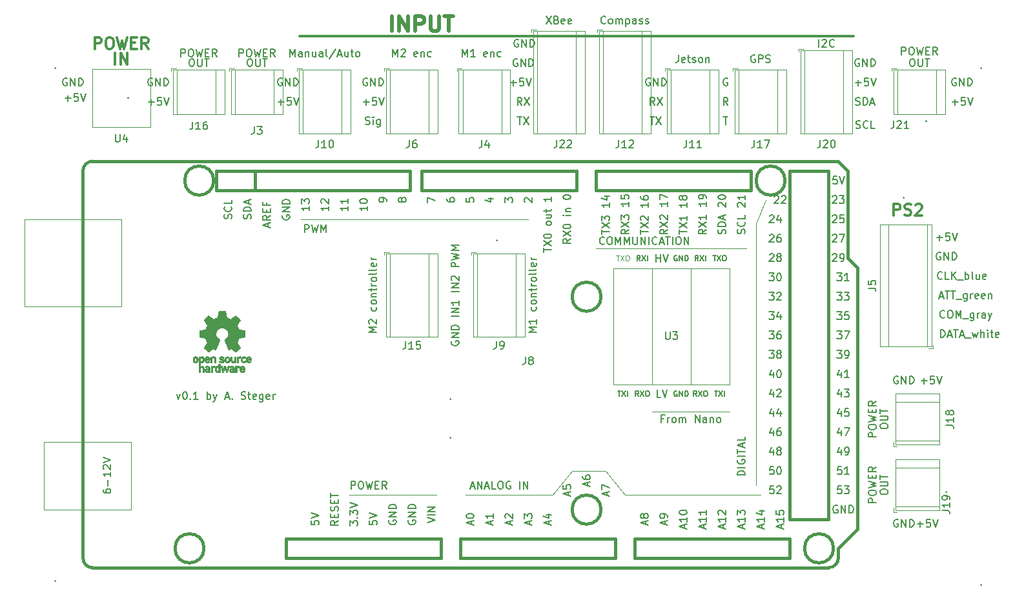
<source format=gto>
G04 #@! TF.GenerationSoftware,KiCad,Pcbnew,(5.1.6)-1*
G04 #@! TF.CreationDate,2020-09-27T17:04:44+05:30*
G04 #@! TF.ProjectId,PCB board,50434220-626f-4617-9264-2e6b69636164,rev?*
G04 #@! TF.SameCoordinates,Original*
G04 #@! TF.FileFunction,Legend,Top*
G04 #@! TF.FilePolarity,Positive*
%FSLAX46Y46*%
G04 Gerber Fmt 4.6, Leading zero omitted, Abs format (unit mm)*
G04 Created by KiCad (PCBNEW (5.1.6)-1) date 2020-09-27 17:04:44*
%MOMM*%
%LPD*%
G01*
G04 APERTURE LIST*
%ADD10C,0.120000*%
%ADD11C,0.150000*%
%ADD12C,0.200000*%
%ADD13C,0.300000*%
%ADD14C,0.500000*%
%ADD15C,0.381000*%
%ADD16C,0.010000*%
%ADD17C,0.125000*%
G04 APERTURE END LIST*
D10*
X171196000Y-101600000D02*
X181356000Y-101600000D01*
D11*
X172728380Y-102544571D02*
X172395047Y-102544571D01*
X172395047Y-103068380D02*
X172395047Y-102068380D01*
X172871238Y-102068380D01*
X173252190Y-103068380D02*
X173252190Y-102401714D01*
X173252190Y-102592190D02*
X173299809Y-102496952D01*
X173347428Y-102449333D01*
X173442666Y-102401714D01*
X173537904Y-102401714D01*
X174014095Y-103068380D02*
X173918857Y-103020761D01*
X173871238Y-102973142D01*
X173823619Y-102877904D01*
X173823619Y-102592190D01*
X173871238Y-102496952D01*
X173918857Y-102449333D01*
X174014095Y-102401714D01*
X174156952Y-102401714D01*
X174252190Y-102449333D01*
X174299809Y-102496952D01*
X174347428Y-102592190D01*
X174347428Y-102877904D01*
X174299809Y-102973142D01*
X174252190Y-103020761D01*
X174156952Y-103068380D01*
X174014095Y-103068380D01*
X174776000Y-103068380D02*
X174776000Y-102401714D01*
X174776000Y-102496952D02*
X174823619Y-102449333D01*
X174918857Y-102401714D01*
X175061714Y-102401714D01*
X175156952Y-102449333D01*
X175204571Y-102544571D01*
X175204571Y-103068380D01*
X175204571Y-102544571D02*
X175252190Y-102449333D01*
X175347428Y-102401714D01*
X175490285Y-102401714D01*
X175585523Y-102449333D01*
X175633142Y-102544571D01*
X175633142Y-103068380D01*
X176871238Y-103068380D02*
X176871238Y-102068380D01*
X177442666Y-103068380D01*
X177442666Y-102068380D01*
X178347428Y-103068380D02*
X178347428Y-102544571D01*
X178299809Y-102449333D01*
X178204571Y-102401714D01*
X178014095Y-102401714D01*
X177918857Y-102449333D01*
X178347428Y-103020761D02*
X178252190Y-103068380D01*
X178014095Y-103068380D01*
X177918857Y-103020761D01*
X177871238Y-102925523D01*
X177871238Y-102830285D01*
X177918857Y-102735047D01*
X178014095Y-102687428D01*
X178252190Y-102687428D01*
X178347428Y-102639809D01*
X178823619Y-102401714D02*
X178823619Y-103068380D01*
X178823619Y-102496952D02*
X178871238Y-102449333D01*
X178966476Y-102401714D01*
X179109333Y-102401714D01*
X179204571Y-102449333D01*
X179252190Y-102544571D01*
X179252190Y-103068380D01*
X179871238Y-103068380D02*
X179776000Y-103020761D01*
X179728380Y-102973142D01*
X179680761Y-102877904D01*
X179680761Y-102592190D01*
X179728380Y-102496952D01*
X179776000Y-102449333D01*
X179871238Y-102401714D01*
X180014095Y-102401714D01*
X180109333Y-102449333D01*
X180156952Y-102496952D01*
X180204571Y-102592190D01*
X180204571Y-102877904D01*
X180156952Y-102973142D01*
X180109333Y-103020761D01*
X180014095Y-103068380D01*
X179871238Y-103068380D01*
X180562285Y-62952380D02*
X181133714Y-62952380D01*
X180848000Y-63952380D02*
X180848000Y-62952380D01*
X181157523Y-61412380D02*
X180824190Y-60936190D01*
X180586095Y-61412380D02*
X180586095Y-60412380D01*
X180967047Y-60412380D01*
X181062285Y-60460000D01*
X181109904Y-60507619D01*
X181157523Y-60602857D01*
X181157523Y-60745714D01*
X181109904Y-60840952D01*
X181062285Y-60888571D01*
X180967047Y-60936190D01*
X180586095Y-60936190D01*
X181109904Y-57920000D02*
X181014666Y-57872380D01*
X180871809Y-57872380D01*
X180728952Y-57920000D01*
X180633714Y-58015238D01*
X180586095Y-58110476D01*
X180538476Y-58300952D01*
X180538476Y-58443809D01*
X180586095Y-58634285D01*
X180633714Y-58729523D01*
X180728952Y-58824761D01*
X180871809Y-58872380D01*
X180967047Y-58872380D01*
X181109904Y-58824761D01*
X181157523Y-58777142D01*
X181157523Y-58443809D01*
X180967047Y-58443809D01*
X201128380Y-112252000D02*
X201128380Y-112061523D01*
X201176000Y-111966285D01*
X201271238Y-111871047D01*
X201461714Y-111823428D01*
X201795047Y-111823428D01*
X201985523Y-111871047D01*
X202080761Y-111966285D01*
X202128380Y-112061523D01*
X202128380Y-112252000D01*
X202080761Y-112347238D01*
X201985523Y-112442476D01*
X201795047Y-112490095D01*
X201461714Y-112490095D01*
X201271238Y-112442476D01*
X201176000Y-112347238D01*
X201128380Y-112252000D01*
X201128380Y-111394857D02*
X201937904Y-111394857D01*
X202033142Y-111347238D01*
X202080761Y-111299619D01*
X202128380Y-111204380D01*
X202128380Y-111013904D01*
X202080761Y-110918666D01*
X202033142Y-110871047D01*
X201937904Y-110823428D01*
X201128380Y-110823428D01*
X201128380Y-110490095D02*
X201128380Y-109918666D01*
X202128380Y-110204380D02*
X201128380Y-110204380D01*
X201128380Y-103616000D02*
X201128380Y-103425523D01*
X201176000Y-103330285D01*
X201271238Y-103235047D01*
X201461714Y-103187428D01*
X201795047Y-103187428D01*
X201985523Y-103235047D01*
X202080761Y-103330285D01*
X202128380Y-103425523D01*
X202128380Y-103616000D01*
X202080761Y-103711238D01*
X201985523Y-103806476D01*
X201795047Y-103854095D01*
X201461714Y-103854095D01*
X201271238Y-103806476D01*
X201176000Y-103711238D01*
X201128380Y-103616000D01*
X201128380Y-102758857D02*
X201937904Y-102758857D01*
X202033142Y-102711238D01*
X202080761Y-102663619D01*
X202128380Y-102568380D01*
X202128380Y-102377904D01*
X202080761Y-102282666D01*
X202033142Y-102235047D01*
X201937904Y-102187428D01*
X201128380Y-102187428D01*
X201128380Y-101854095D02*
X201128380Y-101282666D01*
X202128380Y-101568380D02*
X201128380Y-101568380D01*
X200604380Y-113561523D02*
X199604380Y-113561523D01*
X199604380Y-113180571D01*
X199652000Y-113085333D01*
X199699619Y-113037714D01*
X199794857Y-112990095D01*
X199937714Y-112990095D01*
X200032952Y-113037714D01*
X200080571Y-113085333D01*
X200128190Y-113180571D01*
X200128190Y-113561523D01*
X199604380Y-112371047D02*
X199604380Y-112180571D01*
X199652000Y-112085333D01*
X199747238Y-111990095D01*
X199937714Y-111942476D01*
X200271047Y-111942476D01*
X200461523Y-111990095D01*
X200556761Y-112085333D01*
X200604380Y-112180571D01*
X200604380Y-112371047D01*
X200556761Y-112466285D01*
X200461523Y-112561523D01*
X200271047Y-112609142D01*
X199937714Y-112609142D01*
X199747238Y-112561523D01*
X199652000Y-112466285D01*
X199604380Y-112371047D01*
X199604380Y-111609142D02*
X200604380Y-111371047D01*
X199890095Y-111180571D01*
X200604380Y-110990095D01*
X199604380Y-110752000D01*
X200080571Y-110371047D02*
X200080571Y-110037714D01*
X200604380Y-109894857D02*
X200604380Y-110371047D01*
X199604380Y-110371047D01*
X199604380Y-109894857D01*
X200604380Y-108894857D02*
X200128190Y-109228190D01*
X200604380Y-109466285D02*
X199604380Y-109466285D01*
X199604380Y-109085333D01*
X199652000Y-108990095D01*
X199699619Y-108942476D01*
X199794857Y-108894857D01*
X199937714Y-108894857D01*
X200032952Y-108942476D01*
X200080571Y-108990095D01*
X200128190Y-109085333D01*
X200128190Y-109466285D01*
X200604380Y-104925523D02*
X199604380Y-104925523D01*
X199604380Y-104544571D01*
X199652000Y-104449333D01*
X199699619Y-104401714D01*
X199794857Y-104354095D01*
X199937714Y-104354095D01*
X200032952Y-104401714D01*
X200080571Y-104449333D01*
X200128190Y-104544571D01*
X200128190Y-104925523D01*
X199604380Y-103735047D02*
X199604380Y-103544571D01*
X199652000Y-103449333D01*
X199747238Y-103354095D01*
X199937714Y-103306476D01*
X200271047Y-103306476D01*
X200461523Y-103354095D01*
X200556761Y-103449333D01*
X200604380Y-103544571D01*
X200604380Y-103735047D01*
X200556761Y-103830285D01*
X200461523Y-103925523D01*
X200271047Y-103973142D01*
X199937714Y-103973142D01*
X199747238Y-103925523D01*
X199652000Y-103830285D01*
X199604380Y-103735047D01*
X199604380Y-102973142D02*
X200604380Y-102735047D01*
X199890095Y-102544571D01*
X200604380Y-102354095D01*
X199604380Y-102116000D01*
X200080571Y-101735047D02*
X200080571Y-101401714D01*
X200604380Y-101258857D02*
X200604380Y-101735047D01*
X199604380Y-101735047D01*
X199604380Y-101258857D01*
X200604380Y-100258857D02*
X200128190Y-100592190D01*
X200604380Y-100830285D02*
X199604380Y-100830285D01*
X199604380Y-100449333D01*
X199652000Y-100354095D01*
X199699619Y-100306476D01*
X199794857Y-100258857D01*
X199937714Y-100258857D01*
X200032952Y-100306476D01*
X200080571Y-100354095D01*
X200128190Y-100449333D01*
X200128190Y-100830285D01*
X205978285Y-116403428D02*
X206740190Y-116403428D01*
X206359238Y-116784380D02*
X206359238Y-116022476D01*
X207692571Y-115784380D02*
X207216380Y-115784380D01*
X207168761Y-116260571D01*
X207216380Y-116212952D01*
X207311619Y-116165333D01*
X207549714Y-116165333D01*
X207644952Y-116212952D01*
X207692571Y-116260571D01*
X207740190Y-116355809D01*
X207740190Y-116593904D01*
X207692571Y-116689142D01*
X207644952Y-116736761D01*
X207549714Y-116784380D01*
X207311619Y-116784380D01*
X207216380Y-116736761D01*
X207168761Y-116689142D01*
X208025904Y-115784380D02*
X208359238Y-116784380D01*
X208692571Y-115784380D01*
X206486285Y-97607428D02*
X207248190Y-97607428D01*
X206867238Y-97988380D02*
X206867238Y-97226476D01*
X208200571Y-96988380D02*
X207724380Y-96988380D01*
X207676761Y-97464571D01*
X207724380Y-97416952D01*
X207819619Y-97369333D01*
X208057714Y-97369333D01*
X208152952Y-97416952D01*
X208200571Y-97464571D01*
X208248190Y-97559809D01*
X208248190Y-97797904D01*
X208200571Y-97893142D01*
X208152952Y-97940761D01*
X208057714Y-97988380D01*
X207819619Y-97988380D01*
X207724380Y-97940761D01*
X207676761Y-97893142D01*
X208533904Y-96988380D02*
X208867238Y-97988380D01*
X209200571Y-96988380D01*
X203454095Y-115832000D02*
X203358857Y-115784380D01*
X203216000Y-115784380D01*
X203073142Y-115832000D01*
X202977904Y-115927238D01*
X202930285Y-116022476D01*
X202882666Y-116212952D01*
X202882666Y-116355809D01*
X202930285Y-116546285D01*
X202977904Y-116641523D01*
X203073142Y-116736761D01*
X203216000Y-116784380D01*
X203311238Y-116784380D01*
X203454095Y-116736761D01*
X203501714Y-116689142D01*
X203501714Y-116355809D01*
X203311238Y-116355809D01*
X203930285Y-116784380D02*
X203930285Y-115784380D01*
X204501714Y-116784380D01*
X204501714Y-115784380D01*
X204977904Y-116784380D02*
X204977904Y-115784380D01*
X205216000Y-115784380D01*
X205358857Y-115832000D01*
X205454095Y-115927238D01*
X205501714Y-116022476D01*
X205549333Y-116212952D01*
X205549333Y-116355809D01*
X205501714Y-116546285D01*
X205454095Y-116641523D01*
X205358857Y-116736761D01*
X205216000Y-116784380D01*
X204977904Y-116784380D01*
X203454095Y-97036000D02*
X203358857Y-96988380D01*
X203216000Y-96988380D01*
X203073142Y-97036000D01*
X202977904Y-97131238D01*
X202930285Y-97226476D01*
X202882666Y-97416952D01*
X202882666Y-97559809D01*
X202930285Y-97750285D01*
X202977904Y-97845523D01*
X203073142Y-97940761D01*
X203216000Y-97988380D01*
X203311238Y-97988380D01*
X203454095Y-97940761D01*
X203501714Y-97893142D01*
X203501714Y-97559809D01*
X203311238Y-97559809D01*
X203930285Y-97988380D02*
X203930285Y-96988380D01*
X204501714Y-97988380D01*
X204501714Y-96988380D01*
X204977904Y-97988380D02*
X204977904Y-96988380D01*
X205216000Y-96988380D01*
X205358857Y-97036000D01*
X205454095Y-97131238D01*
X205501714Y-97226476D01*
X205549333Y-97416952D01*
X205549333Y-97559809D01*
X205501714Y-97750285D01*
X205454095Y-97845523D01*
X205358857Y-97940761D01*
X205216000Y-97988380D01*
X204977904Y-97988380D01*
D12*
X108863619Y-99353714D02*
X109101714Y-100020380D01*
X109339809Y-99353714D01*
X109911238Y-99020380D02*
X110006476Y-99020380D01*
X110101714Y-99068000D01*
X110149333Y-99115619D01*
X110196952Y-99210857D01*
X110244571Y-99401333D01*
X110244571Y-99639428D01*
X110196952Y-99829904D01*
X110149333Y-99925142D01*
X110101714Y-99972761D01*
X110006476Y-100020380D01*
X109911238Y-100020380D01*
X109816000Y-99972761D01*
X109768380Y-99925142D01*
X109720761Y-99829904D01*
X109673142Y-99639428D01*
X109673142Y-99401333D01*
X109720761Y-99210857D01*
X109768380Y-99115619D01*
X109816000Y-99068000D01*
X109911238Y-99020380D01*
X110673142Y-99925142D02*
X110720761Y-99972761D01*
X110673142Y-100020380D01*
X110625523Y-99972761D01*
X110673142Y-99925142D01*
X110673142Y-100020380D01*
X111673142Y-100020380D02*
X111101714Y-100020380D01*
X111387428Y-100020380D02*
X111387428Y-99020380D01*
X111292190Y-99163238D01*
X111196952Y-99258476D01*
X111101714Y-99306095D01*
X112863619Y-100020380D02*
X112863619Y-99020380D01*
X112863619Y-99401333D02*
X112958857Y-99353714D01*
X113149333Y-99353714D01*
X113244571Y-99401333D01*
X113292190Y-99448952D01*
X113339809Y-99544190D01*
X113339809Y-99829904D01*
X113292190Y-99925142D01*
X113244571Y-99972761D01*
X113149333Y-100020380D01*
X112958857Y-100020380D01*
X112863619Y-99972761D01*
X113673142Y-99353714D02*
X113911238Y-100020380D01*
X114149333Y-99353714D02*
X113911238Y-100020380D01*
X113816000Y-100258476D01*
X113768380Y-100306095D01*
X113673142Y-100353714D01*
X115244571Y-99734666D02*
X115720761Y-99734666D01*
X115149333Y-100020380D02*
X115482666Y-99020380D01*
X115816000Y-100020380D01*
X116149333Y-99925142D02*
X116196952Y-99972761D01*
X116149333Y-100020380D01*
X116101714Y-99972761D01*
X116149333Y-99925142D01*
X116149333Y-100020380D01*
X117339809Y-99972761D02*
X117482666Y-100020380D01*
X117720761Y-100020380D01*
X117816000Y-99972761D01*
X117863619Y-99925142D01*
X117911238Y-99829904D01*
X117911238Y-99734666D01*
X117863619Y-99639428D01*
X117816000Y-99591809D01*
X117720761Y-99544190D01*
X117530285Y-99496571D01*
X117435047Y-99448952D01*
X117387428Y-99401333D01*
X117339809Y-99306095D01*
X117339809Y-99210857D01*
X117387428Y-99115619D01*
X117435047Y-99068000D01*
X117530285Y-99020380D01*
X117768380Y-99020380D01*
X117911238Y-99068000D01*
X118196952Y-99353714D02*
X118577904Y-99353714D01*
X118339809Y-99020380D02*
X118339809Y-99877523D01*
X118387428Y-99972761D01*
X118482666Y-100020380D01*
X118577904Y-100020380D01*
X119292190Y-99972761D02*
X119196952Y-100020380D01*
X119006476Y-100020380D01*
X118911238Y-99972761D01*
X118863619Y-99877523D01*
X118863619Y-99496571D01*
X118911238Y-99401333D01*
X119006476Y-99353714D01*
X119196952Y-99353714D01*
X119292190Y-99401333D01*
X119339809Y-99496571D01*
X119339809Y-99591809D01*
X118863619Y-99687047D01*
X120196952Y-99353714D02*
X120196952Y-100163238D01*
X120149333Y-100258476D01*
X120101714Y-100306095D01*
X120006476Y-100353714D01*
X119863619Y-100353714D01*
X119768380Y-100306095D01*
X120196952Y-99972761D02*
X120101714Y-100020380D01*
X119911238Y-100020380D01*
X119816000Y-99972761D01*
X119768380Y-99925142D01*
X119720761Y-99829904D01*
X119720761Y-99544190D01*
X119768380Y-99448952D01*
X119816000Y-99401333D01*
X119911238Y-99353714D01*
X120101714Y-99353714D01*
X120196952Y-99401333D01*
X121054095Y-99972761D02*
X120958857Y-100020380D01*
X120768380Y-100020380D01*
X120673142Y-99972761D01*
X120625523Y-99877523D01*
X120625523Y-99496571D01*
X120673142Y-99401333D01*
X120768380Y-99353714D01*
X120958857Y-99353714D01*
X121054095Y-99401333D01*
X121101714Y-99496571D01*
X121101714Y-99591809D01*
X120625523Y-99687047D01*
X121530285Y-100020380D02*
X121530285Y-99353714D01*
X121530285Y-99544190D02*
X121577904Y-99448952D01*
X121625523Y-99401333D01*
X121720761Y-99353714D01*
X121816000Y-99353714D01*
D13*
X202902571Y-75862571D02*
X202902571Y-74362571D01*
X203474000Y-74362571D01*
X203616857Y-74434000D01*
X203688285Y-74505428D01*
X203759714Y-74648285D01*
X203759714Y-74862571D01*
X203688285Y-75005428D01*
X203616857Y-75076857D01*
X203474000Y-75148285D01*
X202902571Y-75148285D01*
X204331142Y-75791142D02*
X204545428Y-75862571D01*
X204902571Y-75862571D01*
X205045428Y-75791142D01*
X205116857Y-75719714D01*
X205188285Y-75576857D01*
X205188285Y-75434000D01*
X205116857Y-75291142D01*
X205045428Y-75219714D01*
X204902571Y-75148285D01*
X204616857Y-75076857D01*
X204474000Y-75005428D01*
X204402571Y-74934000D01*
X204331142Y-74791142D01*
X204331142Y-74648285D01*
X204402571Y-74505428D01*
X204474000Y-74434000D01*
X204616857Y-74362571D01*
X204974000Y-74362571D01*
X205188285Y-74434000D01*
X205759714Y-74505428D02*
X205831142Y-74434000D01*
X205974000Y-74362571D01*
X206331142Y-74362571D01*
X206474000Y-74434000D01*
X206545428Y-74505428D01*
X206616857Y-74648285D01*
X206616857Y-74791142D01*
X206545428Y-75005428D01*
X205688285Y-75862571D01*
X206616857Y-75862571D01*
D11*
X193079809Y-53792380D02*
X193079809Y-52792380D01*
X193508380Y-52887619D02*
X193556000Y-52840000D01*
X193651238Y-52792380D01*
X193889333Y-52792380D01*
X193984571Y-52840000D01*
X194032190Y-52887619D01*
X194079809Y-52982857D01*
X194079809Y-53078095D01*
X194032190Y-53220952D01*
X193460761Y-53792380D01*
X194079809Y-53792380D01*
X195079809Y-53697142D02*
X195032190Y-53744761D01*
X194889333Y-53792380D01*
X194794095Y-53792380D01*
X194651238Y-53744761D01*
X194556000Y-53649523D01*
X194508380Y-53554285D01*
X194460761Y-53363809D01*
X194460761Y-53220952D01*
X194508380Y-53030476D01*
X194556000Y-52935238D01*
X194651238Y-52840000D01*
X194794095Y-52792380D01*
X194889333Y-52792380D01*
X195032190Y-52840000D01*
X195079809Y-52887619D01*
X184705714Y-54872000D02*
X184610476Y-54824380D01*
X184467619Y-54824380D01*
X184324761Y-54872000D01*
X184229523Y-54967238D01*
X184181904Y-55062476D01*
X184134285Y-55252952D01*
X184134285Y-55395809D01*
X184181904Y-55586285D01*
X184229523Y-55681523D01*
X184324761Y-55776761D01*
X184467619Y-55824380D01*
X184562857Y-55824380D01*
X184705714Y-55776761D01*
X184753333Y-55729142D01*
X184753333Y-55395809D01*
X184562857Y-55395809D01*
X185181904Y-55824380D02*
X185181904Y-54824380D01*
X185562857Y-54824380D01*
X185658095Y-54872000D01*
X185705714Y-54919619D01*
X185753333Y-55014857D01*
X185753333Y-55157714D01*
X185705714Y-55252952D01*
X185658095Y-55300571D01*
X185562857Y-55348190D01*
X185181904Y-55348190D01*
X186134285Y-55776761D02*
X186277142Y-55824380D01*
X186515238Y-55824380D01*
X186610476Y-55776761D01*
X186658095Y-55729142D01*
X186705714Y-55633904D01*
X186705714Y-55538666D01*
X186658095Y-55443428D01*
X186610476Y-55395809D01*
X186515238Y-55348190D01*
X186324761Y-55300571D01*
X186229523Y-55252952D01*
X186181904Y-55205333D01*
X186134285Y-55110095D01*
X186134285Y-55014857D01*
X186181904Y-54919619D01*
X186229523Y-54872000D01*
X186324761Y-54824380D01*
X186562857Y-54824380D01*
X186705714Y-54872000D01*
D13*
X124968000Y-52324000D02*
X197612000Y-52324000D01*
X100814285Y-56050571D02*
X100814285Y-54550571D01*
X101528571Y-56050571D02*
X101528571Y-54550571D01*
X102385714Y-56050571D01*
X102385714Y-54550571D01*
D11*
X205248000Y-55332380D02*
X205438476Y-55332380D01*
X205533714Y-55380000D01*
X205628952Y-55475238D01*
X205676571Y-55665714D01*
X205676571Y-55999047D01*
X205628952Y-56189523D01*
X205533714Y-56284761D01*
X205438476Y-56332380D01*
X205248000Y-56332380D01*
X205152761Y-56284761D01*
X205057523Y-56189523D01*
X205009904Y-55999047D01*
X205009904Y-55665714D01*
X205057523Y-55475238D01*
X205152761Y-55380000D01*
X205248000Y-55332380D01*
X206105142Y-55332380D02*
X206105142Y-56141904D01*
X206152761Y-56237142D01*
X206200380Y-56284761D01*
X206295619Y-56332380D01*
X206486095Y-56332380D01*
X206581333Y-56284761D01*
X206628952Y-56237142D01*
X206676571Y-56141904D01*
X206676571Y-55332380D01*
X207009904Y-55332380D02*
X207581333Y-55332380D01*
X207295619Y-56332380D02*
X207295619Y-55332380D01*
X203938476Y-54808380D02*
X203938476Y-53808380D01*
X204319428Y-53808380D01*
X204414666Y-53856000D01*
X204462285Y-53903619D01*
X204509904Y-53998857D01*
X204509904Y-54141714D01*
X204462285Y-54236952D01*
X204414666Y-54284571D01*
X204319428Y-54332190D01*
X203938476Y-54332190D01*
X205128952Y-53808380D02*
X205319428Y-53808380D01*
X205414666Y-53856000D01*
X205509904Y-53951238D01*
X205557523Y-54141714D01*
X205557523Y-54475047D01*
X205509904Y-54665523D01*
X205414666Y-54760761D01*
X205319428Y-54808380D01*
X205128952Y-54808380D01*
X205033714Y-54760761D01*
X204938476Y-54665523D01*
X204890857Y-54475047D01*
X204890857Y-54141714D01*
X204938476Y-53951238D01*
X205033714Y-53856000D01*
X205128952Y-53808380D01*
X205890857Y-53808380D02*
X206128952Y-54808380D01*
X206319428Y-54094095D01*
X206509904Y-54808380D01*
X206748000Y-53808380D01*
X207128952Y-54284571D02*
X207462285Y-54284571D01*
X207605142Y-54808380D02*
X207128952Y-54808380D01*
X207128952Y-53808380D01*
X207605142Y-53808380D01*
X208605142Y-54808380D02*
X208271809Y-54332190D01*
X208033714Y-54808380D02*
X208033714Y-53808380D01*
X208414666Y-53808380D01*
X208509904Y-53856000D01*
X208557523Y-53903619D01*
X208605142Y-53998857D01*
X208605142Y-54141714D01*
X208557523Y-54236952D01*
X208509904Y-54284571D01*
X208414666Y-54332190D01*
X208033714Y-54332190D01*
X105140285Y-61031428D02*
X105902190Y-61031428D01*
X105521238Y-61412380D02*
X105521238Y-60650476D01*
X106854571Y-60412380D02*
X106378380Y-60412380D01*
X106330761Y-60888571D01*
X106378380Y-60840952D01*
X106473619Y-60793333D01*
X106711714Y-60793333D01*
X106806952Y-60840952D01*
X106854571Y-60888571D01*
X106902190Y-60983809D01*
X106902190Y-61221904D01*
X106854571Y-61317142D01*
X106806952Y-61364761D01*
X106711714Y-61412380D01*
X106473619Y-61412380D01*
X106378380Y-61364761D01*
X106330761Y-61317142D01*
X107187904Y-60412380D02*
X107521238Y-61412380D01*
X107854571Y-60412380D01*
X105664095Y-57920000D02*
X105568857Y-57872380D01*
X105426000Y-57872380D01*
X105283142Y-57920000D01*
X105187904Y-58015238D01*
X105140285Y-58110476D01*
X105092666Y-58300952D01*
X105092666Y-58443809D01*
X105140285Y-58634285D01*
X105187904Y-58729523D01*
X105283142Y-58824761D01*
X105426000Y-58872380D01*
X105521238Y-58872380D01*
X105664095Y-58824761D01*
X105711714Y-58777142D01*
X105711714Y-58443809D01*
X105521238Y-58443809D01*
X106140285Y-58872380D02*
X106140285Y-57872380D01*
X106711714Y-58872380D01*
X106711714Y-57872380D01*
X107187904Y-58872380D02*
X107187904Y-57872380D01*
X107426000Y-57872380D01*
X107568857Y-57920000D01*
X107664095Y-58015238D01*
X107711714Y-58110476D01*
X107759333Y-58300952D01*
X107759333Y-58443809D01*
X107711714Y-58634285D01*
X107664095Y-58729523D01*
X107568857Y-58824761D01*
X107426000Y-58872380D01*
X107187904Y-58872380D01*
X118380000Y-55332380D02*
X118570476Y-55332380D01*
X118665714Y-55380000D01*
X118760952Y-55475238D01*
X118808571Y-55665714D01*
X118808571Y-55999047D01*
X118760952Y-56189523D01*
X118665714Y-56284761D01*
X118570476Y-56332380D01*
X118380000Y-56332380D01*
X118284761Y-56284761D01*
X118189523Y-56189523D01*
X118141904Y-55999047D01*
X118141904Y-55665714D01*
X118189523Y-55475238D01*
X118284761Y-55380000D01*
X118380000Y-55332380D01*
X119237142Y-55332380D02*
X119237142Y-56141904D01*
X119284761Y-56237142D01*
X119332380Y-56284761D01*
X119427619Y-56332380D01*
X119618095Y-56332380D01*
X119713333Y-56284761D01*
X119760952Y-56237142D01*
X119808571Y-56141904D01*
X119808571Y-55332380D01*
X120141904Y-55332380D02*
X120713333Y-55332380D01*
X120427619Y-56332380D02*
X120427619Y-55332380D01*
X110760000Y-55332380D02*
X110950476Y-55332380D01*
X111045714Y-55380000D01*
X111140952Y-55475238D01*
X111188571Y-55665714D01*
X111188571Y-55999047D01*
X111140952Y-56189523D01*
X111045714Y-56284761D01*
X110950476Y-56332380D01*
X110760000Y-56332380D01*
X110664761Y-56284761D01*
X110569523Y-56189523D01*
X110521904Y-55999047D01*
X110521904Y-55665714D01*
X110569523Y-55475238D01*
X110664761Y-55380000D01*
X110760000Y-55332380D01*
X111617142Y-55332380D02*
X111617142Y-56141904D01*
X111664761Y-56237142D01*
X111712380Y-56284761D01*
X111807619Y-56332380D01*
X111998095Y-56332380D01*
X112093333Y-56284761D01*
X112140952Y-56237142D01*
X112188571Y-56141904D01*
X112188571Y-55332380D01*
X112521904Y-55332380D02*
X113093333Y-55332380D01*
X112807619Y-56332380D02*
X112807619Y-55332380D01*
X170942095Y-57920000D02*
X170846857Y-57872380D01*
X170704000Y-57872380D01*
X170561142Y-57920000D01*
X170465904Y-58015238D01*
X170418285Y-58110476D01*
X170370666Y-58300952D01*
X170370666Y-58443809D01*
X170418285Y-58634285D01*
X170465904Y-58729523D01*
X170561142Y-58824761D01*
X170704000Y-58872380D01*
X170799238Y-58872380D01*
X170942095Y-58824761D01*
X170989714Y-58777142D01*
X170989714Y-58443809D01*
X170799238Y-58443809D01*
X171418285Y-58872380D02*
X171418285Y-57872380D01*
X171989714Y-58872380D01*
X171989714Y-57872380D01*
X172465904Y-58872380D02*
X172465904Y-57872380D01*
X172704000Y-57872380D01*
X172846857Y-57920000D01*
X172942095Y-58015238D01*
X172989714Y-58110476D01*
X173037333Y-58300952D01*
X173037333Y-58443809D01*
X172989714Y-58634285D01*
X172942095Y-58729523D01*
X172846857Y-58824761D01*
X172704000Y-58872380D01*
X172465904Y-58872380D01*
X171537333Y-61412380D02*
X171204000Y-60936190D01*
X170965904Y-61412380D02*
X170965904Y-60412380D01*
X171346857Y-60412380D01*
X171442095Y-60460000D01*
X171489714Y-60507619D01*
X171537333Y-60602857D01*
X171537333Y-60745714D01*
X171489714Y-60840952D01*
X171442095Y-60888571D01*
X171346857Y-60936190D01*
X170965904Y-60936190D01*
X171870666Y-60412380D02*
X172537333Y-61412380D01*
X172537333Y-60412380D02*
X171870666Y-61412380D01*
X170942095Y-62952380D02*
X171513523Y-62952380D01*
X171227809Y-63952380D02*
X171227809Y-62952380D01*
X171751619Y-62952380D02*
X172418285Y-63952380D01*
X172418285Y-62952380D02*
X171751619Y-63952380D01*
X153670095Y-52840000D02*
X153574857Y-52792380D01*
X153432000Y-52792380D01*
X153289142Y-52840000D01*
X153193904Y-52935238D01*
X153146285Y-53030476D01*
X153098666Y-53220952D01*
X153098666Y-53363809D01*
X153146285Y-53554285D01*
X153193904Y-53649523D01*
X153289142Y-53744761D01*
X153432000Y-53792380D01*
X153527238Y-53792380D01*
X153670095Y-53744761D01*
X153717714Y-53697142D01*
X153717714Y-53363809D01*
X153527238Y-53363809D01*
X154146285Y-53792380D02*
X154146285Y-52792380D01*
X154717714Y-53792380D01*
X154717714Y-52792380D01*
X155193904Y-53792380D02*
X155193904Y-52792380D01*
X155432000Y-52792380D01*
X155574857Y-52840000D01*
X155670095Y-52935238D01*
X155717714Y-53030476D01*
X155765333Y-53220952D01*
X155765333Y-53363809D01*
X155717714Y-53554285D01*
X155670095Y-53649523D01*
X155574857Y-53744761D01*
X155432000Y-53792380D01*
X155193904Y-53792380D01*
X152638285Y-58491428D02*
X153400190Y-58491428D01*
X153019238Y-58872380D02*
X153019238Y-58110476D01*
X154352571Y-57872380D02*
X153876380Y-57872380D01*
X153828761Y-58348571D01*
X153876380Y-58300952D01*
X153971619Y-58253333D01*
X154209714Y-58253333D01*
X154304952Y-58300952D01*
X154352571Y-58348571D01*
X154400190Y-58443809D01*
X154400190Y-58681904D01*
X154352571Y-58777142D01*
X154304952Y-58824761D01*
X154209714Y-58872380D01*
X153971619Y-58872380D01*
X153876380Y-58824761D01*
X153828761Y-58777142D01*
X154685904Y-57872380D02*
X155019238Y-58872380D01*
X155352571Y-57872380D01*
X197850285Y-58491428D02*
X198612190Y-58491428D01*
X198231238Y-58872380D02*
X198231238Y-58110476D01*
X199564571Y-57872380D02*
X199088380Y-57872380D01*
X199040761Y-58348571D01*
X199088380Y-58300952D01*
X199183619Y-58253333D01*
X199421714Y-58253333D01*
X199516952Y-58300952D01*
X199564571Y-58348571D01*
X199612190Y-58443809D01*
X199612190Y-58681904D01*
X199564571Y-58777142D01*
X199516952Y-58824761D01*
X199421714Y-58872380D01*
X199183619Y-58872380D01*
X199088380Y-58824761D01*
X199040761Y-58777142D01*
X199897904Y-57872380D02*
X200231238Y-58872380D01*
X200564571Y-57872380D01*
X198374095Y-55380000D02*
X198278857Y-55332380D01*
X198136000Y-55332380D01*
X197993142Y-55380000D01*
X197897904Y-55475238D01*
X197850285Y-55570476D01*
X197802666Y-55760952D01*
X197802666Y-55903809D01*
X197850285Y-56094285D01*
X197897904Y-56189523D01*
X197993142Y-56284761D01*
X198136000Y-56332380D01*
X198231238Y-56332380D01*
X198374095Y-56284761D01*
X198421714Y-56237142D01*
X198421714Y-55903809D01*
X198231238Y-55903809D01*
X198850285Y-56332380D02*
X198850285Y-55332380D01*
X199421714Y-56332380D01*
X199421714Y-55332380D01*
X199897904Y-56332380D02*
X199897904Y-55332380D01*
X200136000Y-55332380D01*
X200278857Y-55380000D01*
X200374095Y-55475238D01*
X200421714Y-55570476D01*
X200469333Y-55760952D01*
X200469333Y-55903809D01*
X200421714Y-56094285D01*
X200374095Y-56189523D01*
X200278857Y-56284761D01*
X200136000Y-56332380D01*
X199897904Y-56332380D01*
X210550285Y-61031428D02*
X211312190Y-61031428D01*
X210931238Y-61412380D02*
X210931238Y-60650476D01*
X212264571Y-60412380D02*
X211788380Y-60412380D01*
X211740761Y-60888571D01*
X211788380Y-60840952D01*
X211883619Y-60793333D01*
X212121714Y-60793333D01*
X212216952Y-60840952D01*
X212264571Y-60888571D01*
X212312190Y-60983809D01*
X212312190Y-61221904D01*
X212264571Y-61317142D01*
X212216952Y-61364761D01*
X212121714Y-61412380D01*
X211883619Y-61412380D01*
X211788380Y-61364761D01*
X211740761Y-61317142D01*
X212597904Y-60412380D02*
X212931238Y-61412380D01*
X213264571Y-60412380D01*
X211074095Y-57920000D02*
X210978857Y-57872380D01*
X210836000Y-57872380D01*
X210693142Y-57920000D01*
X210597904Y-58015238D01*
X210550285Y-58110476D01*
X210502666Y-58300952D01*
X210502666Y-58443809D01*
X210550285Y-58634285D01*
X210597904Y-58729523D01*
X210693142Y-58824761D01*
X210836000Y-58872380D01*
X210931238Y-58872380D01*
X211074095Y-58824761D01*
X211121714Y-58777142D01*
X211121714Y-58443809D01*
X210931238Y-58443809D01*
X211550285Y-58872380D02*
X211550285Y-57872380D01*
X212121714Y-58872380D01*
X212121714Y-57872380D01*
X212597904Y-58872380D02*
X212597904Y-57872380D01*
X212836000Y-57872380D01*
X212978857Y-57920000D01*
X213074095Y-58015238D01*
X213121714Y-58110476D01*
X213169333Y-58300952D01*
X213169333Y-58443809D01*
X213121714Y-58634285D01*
X213074095Y-58729523D01*
X212978857Y-58824761D01*
X212836000Y-58872380D01*
X212597904Y-58872380D01*
X197945523Y-64412761D02*
X198088380Y-64460380D01*
X198326476Y-64460380D01*
X198421714Y-64412761D01*
X198469333Y-64365142D01*
X198516952Y-64269904D01*
X198516952Y-64174666D01*
X198469333Y-64079428D01*
X198421714Y-64031809D01*
X198326476Y-63984190D01*
X198136000Y-63936571D01*
X198040761Y-63888952D01*
X197993142Y-63841333D01*
X197945523Y-63746095D01*
X197945523Y-63650857D01*
X197993142Y-63555619D01*
X198040761Y-63508000D01*
X198136000Y-63460380D01*
X198374095Y-63460380D01*
X198516952Y-63508000D01*
X199516952Y-64365142D02*
X199469333Y-64412761D01*
X199326476Y-64460380D01*
X199231238Y-64460380D01*
X199088380Y-64412761D01*
X198993142Y-64317523D01*
X198945523Y-64222285D01*
X198897904Y-64031809D01*
X198897904Y-63888952D01*
X198945523Y-63698476D01*
X198993142Y-63603238D01*
X199088380Y-63508000D01*
X199231238Y-63460380D01*
X199326476Y-63460380D01*
X199469333Y-63508000D01*
X199516952Y-63555619D01*
X200421714Y-64460380D02*
X199945523Y-64460380D01*
X199945523Y-63460380D01*
X197921714Y-61364761D02*
X198064571Y-61412380D01*
X198302666Y-61412380D01*
X198397904Y-61364761D01*
X198445523Y-61317142D01*
X198493142Y-61221904D01*
X198493142Y-61126666D01*
X198445523Y-61031428D01*
X198397904Y-60983809D01*
X198302666Y-60936190D01*
X198112190Y-60888571D01*
X198016952Y-60840952D01*
X197969333Y-60793333D01*
X197921714Y-60698095D01*
X197921714Y-60602857D01*
X197969333Y-60507619D01*
X198016952Y-60460000D01*
X198112190Y-60412380D01*
X198350285Y-60412380D01*
X198493142Y-60460000D01*
X198921714Y-61412380D02*
X198921714Y-60412380D01*
X199159809Y-60412380D01*
X199302666Y-60460000D01*
X199397904Y-60555238D01*
X199445523Y-60650476D01*
X199493142Y-60840952D01*
X199493142Y-60983809D01*
X199445523Y-61174285D01*
X199397904Y-61269523D01*
X199302666Y-61364761D01*
X199159809Y-61412380D01*
X198921714Y-61412380D01*
X199874095Y-61126666D02*
X200350285Y-61126666D01*
X199778857Y-61412380D02*
X200112190Y-60412380D01*
X200445523Y-61412380D01*
X122158285Y-61031428D02*
X122920190Y-61031428D01*
X122539238Y-61412380D02*
X122539238Y-60650476D01*
X123872571Y-60412380D02*
X123396380Y-60412380D01*
X123348761Y-60888571D01*
X123396380Y-60840952D01*
X123491619Y-60793333D01*
X123729714Y-60793333D01*
X123824952Y-60840952D01*
X123872571Y-60888571D01*
X123920190Y-60983809D01*
X123920190Y-61221904D01*
X123872571Y-61317142D01*
X123824952Y-61364761D01*
X123729714Y-61412380D01*
X123491619Y-61412380D01*
X123396380Y-61364761D01*
X123348761Y-61317142D01*
X124205904Y-60412380D02*
X124539238Y-61412380D01*
X124872571Y-60412380D01*
X117070476Y-55062380D02*
X117070476Y-54062380D01*
X117451428Y-54062380D01*
X117546666Y-54110000D01*
X117594285Y-54157619D01*
X117641904Y-54252857D01*
X117641904Y-54395714D01*
X117594285Y-54490952D01*
X117546666Y-54538571D01*
X117451428Y-54586190D01*
X117070476Y-54586190D01*
X118260952Y-54062380D02*
X118451428Y-54062380D01*
X118546666Y-54110000D01*
X118641904Y-54205238D01*
X118689523Y-54395714D01*
X118689523Y-54729047D01*
X118641904Y-54919523D01*
X118546666Y-55014761D01*
X118451428Y-55062380D01*
X118260952Y-55062380D01*
X118165714Y-55014761D01*
X118070476Y-54919523D01*
X118022857Y-54729047D01*
X118022857Y-54395714D01*
X118070476Y-54205238D01*
X118165714Y-54110000D01*
X118260952Y-54062380D01*
X119022857Y-54062380D02*
X119260952Y-55062380D01*
X119451428Y-54348095D01*
X119641904Y-55062380D01*
X119880000Y-54062380D01*
X120260952Y-54538571D02*
X120594285Y-54538571D01*
X120737142Y-55062380D02*
X120260952Y-55062380D01*
X120260952Y-54062380D01*
X120737142Y-54062380D01*
X121737142Y-55062380D02*
X121403809Y-54586190D01*
X121165714Y-55062380D02*
X121165714Y-54062380D01*
X121546666Y-54062380D01*
X121641904Y-54110000D01*
X121689523Y-54157619D01*
X121737142Y-54252857D01*
X121737142Y-54395714D01*
X121689523Y-54490952D01*
X121641904Y-54538571D01*
X121546666Y-54586190D01*
X121165714Y-54586190D01*
X109450476Y-55062380D02*
X109450476Y-54062380D01*
X109831428Y-54062380D01*
X109926666Y-54110000D01*
X109974285Y-54157619D01*
X110021904Y-54252857D01*
X110021904Y-54395714D01*
X109974285Y-54490952D01*
X109926666Y-54538571D01*
X109831428Y-54586190D01*
X109450476Y-54586190D01*
X110640952Y-54062380D02*
X110831428Y-54062380D01*
X110926666Y-54110000D01*
X111021904Y-54205238D01*
X111069523Y-54395714D01*
X111069523Y-54729047D01*
X111021904Y-54919523D01*
X110926666Y-55014761D01*
X110831428Y-55062380D01*
X110640952Y-55062380D01*
X110545714Y-55014761D01*
X110450476Y-54919523D01*
X110402857Y-54729047D01*
X110402857Y-54395714D01*
X110450476Y-54205238D01*
X110545714Y-54110000D01*
X110640952Y-54062380D01*
X111402857Y-54062380D02*
X111640952Y-55062380D01*
X111831428Y-54348095D01*
X112021904Y-55062380D01*
X112260000Y-54062380D01*
X112640952Y-54538571D02*
X112974285Y-54538571D01*
X113117142Y-55062380D02*
X112640952Y-55062380D01*
X112640952Y-54062380D01*
X113117142Y-54062380D01*
X114117142Y-55062380D02*
X113783809Y-54586190D01*
X113545714Y-55062380D02*
X113545714Y-54062380D01*
X113926666Y-54062380D01*
X114021904Y-54110000D01*
X114069523Y-54157619D01*
X114117142Y-54252857D01*
X114117142Y-54395714D01*
X114069523Y-54490952D01*
X114021904Y-54538571D01*
X113926666Y-54586190D01*
X113545714Y-54586190D01*
X209042095Y-80780000D02*
X208946857Y-80732380D01*
X208804000Y-80732380D01*
X208661142Y-80780000D01*
X208565904Y-80875238D01*
X208518285Y-80970476D01*
X208470666Y-81160952D01*
X208470666Y-81303809D01*
X208518285Y-81494285D01*
X208565904Y-81589523D01*
X208661142Y-81684761D01*
X208804000Y-81732380D01*
X208899238Y-81732380D01*
X209042095Y-81684761D01*
X209089714Y-81637142D01*
X209089714Y-81303809D01*
X208899238Y-81303809D01*
X209518285Y-81732380D02*
X209518285Y-80732380D01*
X210089714Y-81732380D01*
X210089714Y-80732380D01*
X210565904Y-81732380D02*
X210565904Y-80732380D01*
X210804000Y-80732380D01*
X210946857Y-80780000D01*
X211042095Y-80875238D01*
X211089714Y-80970476D01*
X211137333Y-81160952D01*
X211137333Y-81303809D01*
X211089714Y-81494285D01*
X211042095Y-81589523D01*
X210946857Y-81684761D01*
X210804000Y-81732380D01*
X210565904Y-81732380D01*
X208518285Y-78811428D02*
X209280190Y-78811428D01*
X208899238Y-79192380D02*
X208899238Y-78430476D01*
X210232571Y-78192380D02*
X209756380Y-78192380D01*
X209708761Y-78668571D01*
X209756380Y-78620952D01*
X209851619Y-78573333D01*
X210089714Y-78573333D01*
X210184952Y-78620952D01*
X210232571Y-78668571D01*
X210280190Y-78763809D01*
X210280190Y-79001904D01*
X210232571Y-79097142D01*
X210184952Y-79144761D01*
X210089714Y-79192380D01*
X209851619Y-79192380D01*
X209756380Y-79144761D01*
X209708761Y-79097142D01*
X210565904Y-78192380D02*
X210899238Y-79192380D01*
X211232571Y-78192380D01*
X144915000Y-92383809D02*
X144867380Y-92479047D01*
X144867380Y-92621904D01*
X144915000Y-92764761D01*
X145010238Y-92860000D01*
X145105476Y-92907619D01*
X145295952Y-92955238D01*
X145438809Y-92955238D01*
X145629285Y-92907619D01*
X145724523Y-92860000D01*
X145819761Y-92764761D01*
X145867380Y-92621904D01*
X145867380Y-92526666D01*
X145819761Y-92383809D01*
X145772142Y-92336190D01*
X145438809Y-92336190D01*
X145438809Y-92526666D01*
X145867380Y-91907619D02*
X144867380Y-91907619D01*
X145867380Y-91336190D01*
X144867380Y-91336190D01*
X145867380Y-90860000D02*
X144867380Y-90860000D01*
X144867380Y-90621904D01*
X144915000Y-90479047D01*
X145010238Y-90383809D01*
X145105476Y-90336190D01*
X145295952Y-90288571D01*
X145438809Y-90288571D01*
X145629285Y-90336190D01*
X145724523Y-90383809D01*
X145819761Y-90479047D01*
X145867380Y-90621904D01*
X145867380Y-90860000D01*
X145867380Y-89098095D02*
X144867380Y-89098095D01*
X145867380Y-88621904D02*
X144867380Y-88621904D01*
X145867380Y-88050476D01*
X144867380Y-88050476D01*
X145867380Y-87050476D02*
X145867380Y-87621904D01*
X145867380Y-87336190D02*
X144867380Y-87336190D01*
X145010238Y-87431428D01*
X145105476Y-87526666D01*
X145153095Y-87621904D01*
X145867380Y-85860000D02*
X144867380Y-85860000D01*
X145867380Y-85383809D02*
X144867380Y-85383809D01*
X145867380Y-84812380D01*
X144867380Y-84812380D01*
X144962619Y-84383809D02*
X144915000Y-84336190D01*
X144867380Y-84240952D01*
X144867380Y-84002857D01*
X144915000Y-83907619D01*
X144962619Y-83860000D01*
X145057857Y-83812380D01*
X145153095Y-83812380D01*
X145295952Y-83860000D01*
X145867380Y-84431428D01*
X145867380Y-83812380D01*
X145867380Y-82621904D02*
X144867380Y-82621904D01*
X144867380Y-82240952D01*
X144915000Y-82145714D01*
X144962619Y-82098095D01*
X145057857Y-82050476D01*
X145200714Y-82050476D01*
X145295952Y-82098095D01*
X145343571Y-82145714D01*
X145391190Y-82240952D01*
X145391190Y-82621904D01*
X144867380Y-81717142D02*
X145867380Y-81479047D01*
X145153095Y-81288571D01*
X145867380Y-81098095D01*
X144867380Y-80860000D01*
X145867380Y-80479047D02*
X144867380Y-80479047D01*
X145581666Y-80145714D01*
X144867380Y-79812380D01*
X145867380Y-79812380D01*
X135072380Y-91193333D02*
X134072380Y-91193333D01*
X134786666Y-90860000D01*
X134072380Y-90526666D01*
X135072380Y-90526666D01*
X134167619Y-90098095D02*
X134120000Y-90050476D01*
X134072380Y-89955238D01*
X134072380Y-89717142D01*
X134120000Y-89621904D01*
X134167619Y-89574285D01*
X134262857Y-89526666D01*
X134358095Y-89526666D01*
X134500952Y-89574285D01*
X135072380Y-90145714D01*
X135072380Y-89526666D01*
X135024761Y-87907619D02*
X135072380Y-88002857D01*
X135072380Y-88193333D01*
X135024761Y-88288571D01*
X134977142Y-88336190D01*
X134881904Y-88383809D01*
X134596190Y-88383809D01*
X134500952Y-88336190D01*
X134453333Y-88288571D01*
X134405714Y-88193333D01*
X134405714Y-88002857D01*
X134453333Y-87907619D01*
X135072380Y-87336190D02*
X135024761Y-87431428D01*
X134977142Y-87479047D01*
X134881904Y-87526666D01*
X134596190Y-87526666D01*
X134500952Y-87479047D01*
X134453333Y-87431428D01*
X134405714Y-87336190D01*
X134405714Y-87193333D01*
X134453333Y-87098095D01*
X134500952Y-87050476D01*
X134596190Y-87002857D01*
X134881904Y-87002857D01*
X134977142Y-87050476D01*
X135024761Y-87098095D01*
X135072380Y-87193333D01*
X135072380Y-87336190D01*
X134405714Y-86574285D02*
X135072380Y-86574285D01*
X134500952Y-86574285D02*
X134453333Y-86526666D01*
X134405714Y-86431428D01*
X134405714Y-86288571D01*
X134453333Y-86193333D01*
X134548571Y-86145714D01*
X135072380Y-86145714D01*
X134405714Y-85812380D02*
X134405714Y-85431428D01*
X134072380Y-85669523D02*
X134929523Y-85669523D01*
X135024761Y-85621904D01*
X135072380Y-85526666D01*
X135072380Y-85431428D01*
X135072380Y-85098095D02*
X134405714Y-85098095D01*
X134596190Y-85098095D02*
X134500952Y-85050476D01*
X134453333Y-85002857D01*
X134405714Y-84907619D01*
X134405714Y-84812380D01*
X135072380Y-84336190D02*
X135024761Y-84431428D01*
X134977142Y-84479047D01*
X134881904Y-84526666D01*
X134596190Y-84526666D01*
X134500952Y-84479047D01*
X134453333Y-84431428D01*
X134405714Y-84336190D01*
X134405714Y-84193333D01*
X134453333Y-84098095D01*
X134500952Y-84050476D01*
X134596190Y-84002857D01*
X134881904Y-84002857D01*
X134977142Y-84050476D01*
X135024761Y-84098095D01*
X135072380Y-84193333D01*
X135072380Y-84336190D01*
X135072380Y-83431428D02*
X135024761Y-83526666D01*
X134929523Y-83574285D01*
X134072380Y-83574285D01*
X135072380Y-82907619D02*
X135024761Y-83002857D01*
X134929523Y-83050476D01*
X134072380Y-83050476D01*
X135024761Y-82145714D02*
X135072380Y-82240952D01*
X135072380Y-82431428D01*
X135024761Y-82526666D01*
X134929523Y-82574285D01*
X134548571Y-82574285D01*
X134453333Y-82526666D01*
X134405714Y-82431428D01*
X134405714Y-82240952D01*
X134453333Y-82145714D01*
X134548571Y-82098095D01*
X134643809Y-82098095D01*
X134739047Y-82574285D01*
X135072380Y-81669523D02*
X134405714Y-81669523D01*
X134596190Y-81669523D02*
X134500952Y-81621904D01*
X134453333Y-81574285D01*
X134405714Y-81479047D01*
X134405714Y-81383809D01*
X156027380Y-91193333D02*
X155027380Y-91193333D01*
X155741666Y-90860000D01*
X155027380Y-90526666D01*
X156027380Y-90526666D01*
X156027380Y-89526666D02*
X156027380Y-90098095D01*
X156027380Y-89812380D02*
X155027380Y-89812380D01*
X155170238Y-89907619D01*
X155265476Y-90002857D01*
X155313095Y-90098095D01*
X155979761Y-87907619D02*
X156027380Y-88002857D01*
X156027380Y-88193333D01*
X155979761Y-88288571D01*
X155932142Y-88336190D01*
X155836904Y-88383809D01*
X155551190Y-88383809D01*
X155455952Y-88336190D01*
X155408333Y-88288571D01*
X155360714Y-88193333D01*
X155360714Y-88002857D01*
X155408333Y-87907619D01*
X156027380Y-87336190D02*
X155979761Y-87431428D01*
X155932142Y-87479047D01*
X155836904Y-87526666D01*
X155551190Y-87526666D01*
X155455952Y-87479047D01*
X155408333Y-87431428D01*
X155360714Y-87336190D01*
X155360714Y-87193333D01*
X155408333Y-87098095D01*
X155455952Y-87050476D01*
X155551190Y-87002857D01*
X155836904Y-87002857D01*
X155932142Y-87050476D01*
X155979761Y-87098095D01*
X156027380Y-87193333D01*
X156027380Y-87336190D01*
X155360714Y-86574285D02*
X156027380Y-86574285D01*
X155455952Y-86574285D02*
X155408333Y-86526666D01*
X155360714Y-86431428D01*
X155360714Y-86288571D01*
X155408333Y-86193333D01*
X155503571Y-86145714D01*
X156027380Y-86145714D01*
X155360714Y-85812380D02*
X155360714Y-85431428D01*
X155027380Y-85669523D02*
X155884523Y-85669523D01*
X155979761Y-85621904D01*
X156027380Y-85526666D01*
X156027380Y-85431428D01*
X156027380Y-85098095D02*
X155360714Y-85098095D01*
X155551190Y-85098095D02*
X155455952Y-85050476D01*
X155408333Y-85002857D01*
X155360714Y-84907619D01*
X155360714Y-84812380D01*
X156027380Y-84336190D02*
X155979761Y-84431428D01*
X155932142Y-84479047D01*
X155836904Y-84526666D01*
X155551190Y-84526666D01*
X155455952Y-84479047D01*
X155408333Y-84431428D01*
X155360714Y-84336190D01*
X155360714Y-84193333D01*
X155408333Y-84098095D01*
X155455952Y-84050476D01*
X155551190Y-84002857D01*
X155836904Y-84002857D01*
X155932142Y-84050476D01*
X155979761Y-84098095D01*
X156027380Y-84193333D01*
X156027380Y-84336190D01*
X156027380Y-83431428D02*
X155979761Y-83526666D01*
X155884523Y-83574285D01*
X155027380Y-83574285D01*
X156027380Y-82907619D02*
X155979761Y-83002857D01*
X155884523Y-83050476D01*
X155027380Y-83050476D01*
X155979761Y-82145714D02*
X156027380Y-82240952D01*
X156027380Y-82431428D01*
X155979761Y-82526666D01*
X155884523Y-82574285D01*
X155503571Y-82574285D01*
X155408333Y-82526666D01*
X155360714Y-82431428D01*
X155360714Y-82240952D01*
X155408333Y-82145714D01*
X155503571Y-82098095D01*
X155598809Y-82098095D01*
X155694047Y-82574285D01*
X156027380Y-81669523D02*
X155360714Y-81669523D01*
X155551190Y-81669523D02*
X155455952Y-81621904D01*
X155408333Y-81574285D01*
X155360714Y-81479047D01*
X155360714Y-81383809D01*
X157313523Y-49744380D02*
X157980190Y-50744380D01*
X157980190Y-49744380D02*
X157313523Y-50744380D01*
X158694476Y-50220571D02*
X158837333Y-50268190D01*
X158884952Y-50315809D01*
X158932571Y-50411047D01*
X158932571Y-50553904D01*
X158884952Y-50649142D01*
X158837333Y-50696761D01*
X158742095Y-50744380D01*
X158361142Y-50744380D01*
X158361142Y-49744380D01*
X158694476Y-49744380D01*
X158789714Y-49792000D01*
X158837333Y-49839619D01*
X158884952Y-49934857D01*
X158884952Y-50030095D01*
X158837333Y-50125333D01*
X158789714Y-50172952D01*
X158694476Y-50220571D01*
X158361142Y-50220571D01*
X159742095Y-50696761D02*
X159646857Y-50744380D01*
X159456380Y-50744380D01*
X159361142Y-50696761D01*
X159313523Y-50601523D01*
X159313523Y-50220571D01*
X159361142Y-50125333D01*
X159456380Y-50077714D01*
X159646857Y-50077714D01*
X159742095Y-50125333D01*
X159789714Y-50220571D01*
X159789714Y-50315809D01*
X159313523Y-50411047D01*
X160599238Y-50696761D02*
X160504000Y-50744380D01*
X160313523Y-50744380D01*
X160218285Y-50696761D01*
X160170666Y-50601523D01*
X160170666Y-50220571D01*
X160218285Y-50125333D01*
X160313523Y-50077714D01*
X160504000Y-50077714D01*
X160599238Y-50125333D01*
X160646857Y-50220571D01*
X160646857Y-50315809D01*
X160170666Y-50411047D01*
X209042476Y-91892380D02*
X209042476Y-90892380D01*
X209280571Y-90892380D01*
X209423428Y-90940000D01*
X209518666Y-91035238D01*
X209566285Y-91130476D01*
X209613904Y-91320952D01*
X209613904Y-91463809D01*
X209566285Y-91654285D01*
X209518666Y-91749523D01*
X209423428Y-91844761D01*
X209280571Y-91892380D01*
X209042476Y-91892380D01*
X209994857Y-91606666D02*
X210471047Y-91606666D01*
X209899619Y-91892380D02*
X210232952Y-90892380D01*
X210566285Y-91892380D01*
X210756761Y-90892380D02*
X211328190Y-90892380D01*
X211042476Y-91892380D02*
X211042476Y-90892380D01*
X211613904Y-91606666D02*
X212090095Y-91606666D01*
X211518666Y-91892380D02*
X211852000Y-90892380D01*
X212185333Y-91892380D01*
X212280571Y-91987619D02*
X213042476Y-91987619D01*
X213185333Y-91225714D02*
X213375809Y-91892380D01*
X213566285Y-91416190D01*
X213756761Y-91892380D01*
X213947238Y-91225714D01*
X214328190Y-91892380D02*
X214328190Y-90892380D01*
X214756761Y-91892380D02*
X214756761Y-91368571D01*
X214709142Y-91273333D01*
X214613904Y-91225714D01*
X214471047Y-91225714D01*
X214375809Y-91273333D01*
X214328190Y-91320952D01*
X215232952Y-91892380D02*
X215232952Y-91225714D01*
X215232952Y-90892380D02*
X215185333Y-90940000D01*
X215232952Y-90987619D01*
X215280571Y-90940000D01*
X215232952Y-90892380D01*
X215232952Y-90987619D01*
X215566285Y-91225714D02*
X215947238Y-91225714D01*
X215709142Y-90892380D02*
X215709142Y-91749523D01*
X215756761Y-91844761D01*
X215852000Y-91892380D01*
X215947238Y-91892380D01*
X216661523Y-91844761D02*
X216566285Y-91892380D01*
X216375809Y-91892380D01*
X216280571Y-91844761D01*
X216232952Y-91749523D01*
X216232952Y-91368571D01*
X216280571Y-91273333D01*
X216375809Y-91225714D01*
X216566285Y-91225714D01*
X216661523Y-91273333D01*
X216709142Y-91368571D01*
X216709142Y-91463809D01*
X216232952Y-91559047D01*
X209582095Y-89257142D02*
X209534476Y-89304761D01*
X209391619Y-89352380D01*
X209296380Y-89352380D01*
X209153523Y-89304761D01*
X209058285Y-89209523D01*
X209010666Y-89114285D01*
X208963047Y-88923809D01*
X208963047Y-88780952D01*
X209010666Y-88590476D01*
X209058285Y-88495238D01*
X209153523Y-88400000D01*
X209296380Y-88352380D01*
X209391619Y-88352380D01*
X209534476Y-88400000D01*
X209582095Y-88447619D01*
X210201142Y-88352380D02*
X210391619Y-88352380D01*
X210486857Y-88400000D01*
X210582095Y-88495238D01*
X210629714Y-88685714D01*
X210629714Y-89019047D01*
X210582095Y-89209523D01*
X210486857Y-89304761D01*
X210391619Y-89352380D01*
X210201142Y-89352380D01*
X210105904Y-89304761D01*
X210010666Y-89209523D01*
X209963047Y-89019047D01*
X209963047Y-88685714D01*
X210010666Y-88495238D01*
X210105904Y-88400000D01*
X210201142Y-88352380D01*
X211058285Y-89352380D02*
X211058285Y-88352380D01*
X211391619Y-89066666D01*
X211724952Y-88352380D01*
X211724952Y-89352380D01*
X211963047Y-89447619D02*
X212724952Y-89447619D01*
X213391619Y-88685714D02*
X213391619Y-89495238D01*
X213344000Y-89590476D01*
X213296380Y-89638095D01*
X213201142Y-89685714D01*
X213058285Y-89685714D01*
X212963047Y-89638095D01*
X213391619Y-89304761D02*
X213296380Y-89352380D01*
X213105904Y-89352380D01*
X213010666Y-89304761D01*
X212963047Y-89257142D01*
X212915428Y-89161904D01*
X212915428Y-88876190D01*
X212963047Y-88780952D01*
X213010666Y-88733333D01*
X213105904Y-88685714D01*
X213296380Y-88685714D01*
X213391619Y-88733333D01*
X213867809Y-89352380D02*
X213867809Y-88685714D01*
X213867809Y-88876190D02*
X213915428Y-88780952D01*
X213963047Y-88733333D01*
X214058285Y-88685714D01*
X214153523Y-88685714D01*
X214915428Y-89352380D02*
X214915428Y-88828571D01*
X214867809Y-88733333D01*
X214772571Y-88685714D01*
X214582095Y-88685714D01*
X214486857Y-88733333D01*
X214915428Y-89304761D02*
X214820190Y-89352380D01*
X214582095Y-89352380D01*
X214486857Y-89304761D01*
X214439238Y-89209523D01*
X214439238Y-89114285D01*
X214486857Y-89019047D01*
X214582095Y-88971428D01*
X214820190Y-88971428D01*
X214915428Y-88923809D01*
X215296380Y-88685714D02*
X215534476Y-89352380D01*
X215772571Y-88685714D02*
X215534476Y-89352380D01*
X215439238Y-89590476D01*
X215391619Y-89638095D01*
X215296380Y-89685714D01*
X208891619Y-86526666D02*
X209367809Y-86526666D01*
X208796380Y-86812380D02*
X209129714Y-85812380D01*
X209463047Y-86812380D01*
X209653523Y-85812380D02*
X210224952Y-85812380D01*
X209939238Y-86812380D02*
X209939238Y-85812380D01*
X210415428Y-85812380D02*
X210986857Y-85812380D01*
X210701142Y-86812380D02*
X210701142Y-85812380D01*
X211082095Y-86907619D02*
X211844000Y-86907619D01*
X212510666Y-86145714D02*
X212510666Y-86955238D01*
X212463047Y-87050476D01*
X212415428Y-87098095D01*
X212320190Y-87145714D01*
X212177333Y-87145714D01*
X212082095Y-87098095D01*
X212510666Y-86764761D02*
X212415428Y-86812380D01*
X212224952Y-86812380D01*
X212129714Y-86764761D01*
X212082095Y-86717142D01*
X212034476Y-86621904D01*
X212034476Y-86336190D01*
X212082095Y-86240952D01*
X212129714Y-86193333D01*
X212224952Y-86145714D01*
X212415428Y-86145714D01*
X212510666Y-86193333D01*
X212986857Y-86812380D02*
X212986857Y-86145714D01*
X212986857Y-86336190D02*
X213034476Y-86240952D01*
X213082095Y-86193333D01*
X213177333Y-86145714D01*
X213272571Y-86145714D01*
X213986857Y-86764761D02*
X213891619Y-86812380D01*
X213701142Y-86812380D01*
X213605904Y-86764761D01*
X213558285Y-86669523D01*
X213558285Y-86288571D01*
X213605904Y-86193333D01*
X213701142Y-86145714D01*
X213891619Y-86145714D01*
X213986857Y-86193333D01*
X214034476Y-86288571D01*
X214034476Y-86383809D01*
X213558285Y-86479047D01*
X214844000Y-86764761D02*
X214748761Y-86812380D01*
X214558285Y-86812380D01*
X214463047Y-86764761D01*
X214415428Y-86669523D01*
X214415428Y-86288571D01*
X214463047Y-86193333D01*
X214558285Y-86145714D01*
X214748761Y-86145714D01*
X214844000Y-86193333D01*
X214891619Y-86288571D01*
X214891619Y-86383809D01*
X214415428Y-86479047D01*
X215320190Y-86145714D02*
X215320190Y-86812380D01*
X215320190Y-86240952D02*
X215367809Y-86193333D01*
X215463047Y-86145714D01*
X215605904Y-86145714D01*
X215701142Y-86193333D01*
X215748761Y-86288571D01*
X215748761Y-86812380D01*
X209264571Y-84177142D02*
X209216952Y-84224761D01*
X209074095Y-84272380D01*
X208978857Y-84272380D01*
X208836000Y-84224761D01*
X208740761Y-84129523D01*
X208693142Y-84034285D01*
X208645523Y-83843809D01*
X208645523Y-83700952D01*
X208693142Y-83510476D01*
X208740761Y-83415238D01*
X208836000Y-83320000D01*
X208978857Y-83272380D01*
X209074095Y-83272380D01*
X209216952Y-83320000D01*
X209264571Y-83367619D01*
X210169333Y-84272380D02*
X209693142Y-84272380D01*
X209693142Y-83272380D01*
X210502666Y-84272380D02*
X210502666Y-83272380D01*
X211074095Y-84272380D02*
X210645523Y-83700952D01*
X211074095Y-83272380D02*
X210502666Y-83843809D01*
X211264571Y-84367619D02*
X212026476Y-84367619D01*
X212264571Y-84272380D02*
X212264571Y-83272380D01*
X212264571Y-83653333D02*
X212359809Y-83605714D01*
X212550285Y-83605714D01*
X212645523Y-83653333D01*
X212693142Y-83700952D01*
X212740761Y-83796190D01*
X212740761Y-84081904D01*
X212693142Y-84177142D01*
X212645523Y-84224761D01*
X212550285Y-84272380D01*
X212359809Y-84272380D01*
X212264571Y-84224761D01*
X213312190Y-84272380D02*
X213216952Y-84224761D01*
X213169333Y-84129523D01*
X213169333Y-83272380D01*
X214121714Y-83605714D02*
X214121714Y-84272380D01*
X213693142Y-83605714D02*
X213693142Y-84129523D01*
X213740761Y-84224761D01*
X213836000Y-84272380D01*
X213978857Y-84272380D01*
X214074095Y-84224761D01*
X214121714Y-84177142D01*
X214978857Y-84224761D02*
X214883619Y-84272380D01*
X214693142Y-84272380D01*
X214597904Y-84224761D01*
X214550285Y-84129523D01*
X214550285Y-83748571D01*
X214597904Y-83653333D01*
X214693142Y-83605714D01*
X214883619Y-83605714D01*
X214978857Y-83653333D01*
X215026476Y-83748571D01*
X215026476Y-83843809D01*
X214550285Y-83939047D01*
D14*
X137112857Y-51704761D02*
X137112857Y-49704761D01*
X138065238Y-51704761D02*
X138065238Y-49704761D01*
X139208095Y-51704761D01*
X139208095Y-49704761D01*
X140160476Y-51704761D02*
X140160476Y-49704761D01*
X140922380Y-49704761D01*
X141112857Y-49800000D01*
X141208095Y-49895238D01*
X141303333Y-50085714D01*
X141303333Y-50371428D01*
X141208095Y-50561904D01*
X141112857Y-50657142D01*
X140922380Y-50752380D01*
X140160476Y-50752380D01*
X142160476Y-49704761D02*
X142160476Y-51323809D01*
X142255714Y-51514285D01*
X142350952Y-51609523D01*
X142541428Y-51704761D01*
X142922380Y-51704761D01*
X143112857Y-51609523D01*
X143208095Y-51514285D01*
X143303333Y-51323809D01*
X143303333Y-49704761D01*
X143970000Y-49704761D02*
X145112857Y-49704761D01*
X144541428Y-51704761D02*
X144541428Y-49704761D01*
D11*
X133643809Y-63904761D02*
X133786666Y-63952380D01*
X134024761Y-63952380D01*
X134120000Y-63904761D01*
X134167619Y-63857142D01*
X134215238Y-63761904D01*
X134215238Y-63666666D01*
X134167619Y-63571428D01*
X134120000Y-63523809D01*
X134024761Y-63476190D01*
X133834285Y-63428571D01*
X133739047Y-63380952D01*
X133691428Y-63333333D01*
X133643809Y-63238095D01*
X133643809Y-63142857D01*
X133691428Y-63047619D01*
X133739047Y-63000000D01*
X133834285Y-62952380D01*
X134072380Y-62952380D01*
X134215238Y-63000000D01*
X134643809Y-63952380D02*
X134643809Y-63285714D01*
X134643809Y-62952380D02*
X134596190Y-63000000D01*
X134643809Y-63047619D01*
X134691428Y-63000000D01*
X134643809Y-62952380D01*
X134643809Y-63047619D01*
X135548571Y-63285714D02*
X135548571Y-64095238D01*
X135500952Y-64190476D01*
X135453333Y-64238095D01*
X135358095Y-64285714D01*
X135215238Y-64285714D01*
X135120000Y-64238095D01*
X135548571Y-63904761D02*
X135453333Y-63952380D01*
X135262857Y-63952380D01*
X135167619Y-63904761D01*
X135120000Y-63857142D01*
X135072380Y-63761904D01*
X135072380Y-63476190D01*
X135120000Y-63380952D01*
X135167619Y-63333333D01*
X135262857Y-63285714D01*
X135453333Y-63285714D01*
X135548571Y-63333333D01*
X133334285Y-61031428D02*
X134096190Y-61031428D01*
X133715238Y-61412380D02*
X133715238Y-60650476D01*
X135048571Y-60412380D02*
X134572380Y-60412380D01*
X134524761Y-60888571D01*
X134572380Y-60840952D01*
X134667619Y-60793333D01*
X134905714Y-60793333D01*
X135000952Y-60840952D01*
X135048571Y-60888571D01*
X135096190Y-60983809D01*
X135096190Y-61221904D01*
X135048571Y-61317142D01*
X135000952Y-61364761D01*
X134905714Y-61412380D01*
X134667619Y-61412380D01*
X134572380Y-61364761D01*
X134524761Y-61317142D01*
X135381904Y-60412380D02*
X135715238Y-61412380D01*
X136048571Y-60412380D01*
X133858095Y-57920000D02*
X133762857Y-57872380D01*
X133620000Y-57872380D01*
X133477142Y-57920000D01*
X133381904Y-58015238D01*
X133334285Y-58110476D01*
X133286666Y-58300952D01*
X133286666Y-58443809D01*
X133334285Y-58634285D01*
X133381904Y-58729523D01*
X133477142Y-58824761D01*
X133620000Y-58872380D01*
X133715238Y-58872380D01*
X133858095Y-58824761D01*
X133905714Y-58777142D01*
X133905714Y-58443809D01*
X133715238Y-58443809D01*
X134334285Y-58872380D02*
X134334285Y-57872380D01*
X134905714Y-58872380D01*
X134905714Y-57872380D01*
X135381904Y-58872380D02*
X135381904Y-57872380D01*
X135620000Y-57872380D01*
X135762857Y-57920000D01*
X135858095Y-58015238D01*
X135905714Y-58110476D01*
X135953333Y-58300952D01*
X135953333Y-58443809D01*
X135905714Y-58634285D01*
X135858095Y-58729523D01*
X135762857Y-58824761D01*
X135620000Y-58872380D01*
X135381904Y-58872380D01*
X174649047Y-54824380D02*
X174649047Y-55538666D01*
X174601428Y-55681523D01*
X174506190Y-55776761D01*
X174363333Y-55824380D01*
X174268095Y-55824380D01*
X175506190Y-55776761D02*
X175410952Y-55824380D01*
X175220476Y-55824380D01*
X175125238Y-55776761D01*
X175077619Y-55681523D01*
X175077619Y-55300571D01*
X175125238Y-55205333D01*
X175220476Y-55157714D01*
X175410952Y-55157714D01*
X175506190Y-55205333D01*
X175553809Y-55300571D01*
X175553809Y-55395809D01*
X175077619Y-55491047D01*
X175839523Y-55157714D02*
X176220476Y-55157714D01*
X175982380Y-54824380D02*
X175982380Y-55681523D01*
X176030000Y-55776761D01*
X176125238Y-55824380D01*
X176220476Y-55824380D01*
X176506190Y-55776761D02*
X176601428Y-55824380D01*
X176791904Y-55824380D01*
X176887142Y-55776761D01*
X176934761Y-55681523D01*
X176934761Y-55633904D01*
X176887142Y-55538666D01*
X176791904Y-55491047D01*
X176649047Y-55491047D01*
X176553809Y-55443428D01*
X176506190Y-55348190D01*
X176506190Y-55300571D01*
X176553809Y-55205333D01*
X176649047Y-55157714D01*
X176791904Y-55157714D01*
X176887142Y-55205333D01*
X177506190Y-55824380D02*
X177410952Y-55776761D01*
X177363333Y-55729142D01*
X177315714Y-55633904D01*
X177315714Y-55348190D01*
X177363333Y-55252952D01*
X177410952Y-55205333D01*
X177506190Y-55157714D01*
X177649047Y-55157714D01*
X177744285Y-55205333D01*
X177791904Y-55252952D01*
X177839523Y-55348190D01*
X177839523Y-55633904D01*
X177791904Y-55729142D01*
X177744285Y-55776761D01*
X177649047Y-55824380D01*
X177506190Y-55824380D01*
X178268095Y-55157714D02*
X178268095Y-55824380D01*
X178268095Y-55252952D02*
X178315714Y-55205333D01*
X178410952Y-55157714D01*
X178553809Y-55157714D01*
X178649047Y-55205333D01*
X178696666Y-55300571D01*
X178696666Y-55824380D01*
X165116190Y-50649142D02*
X165068571Y-50696761D01*
X164925714Y-50744380D01*
X164830476Y-50744380D01*
X164687619Y-50696761D01*
X164592380Y-50601523D01*
X164544761Y-50506285D01*
X164497142Y-50315809D01*
X164497142Y-50172952D01*
X164544761Y-49982476D01*
X164592380Y-49887238D01*
X164687619Y-49792000D01*
X164830476Y-49744380D01*
X164925714Y-49744380D01*
X165068571Y-49792000D01*
X165116190Y-49839619D01*
X165687619Y-50744380D02*
X165592380Y-50696761D01*
X165544761Y-50649142D01*
X165497142Y-50553904D01*
X165497142Y-50268190D01*
X165544761Y-50172952D01*
X165592380Y-50125333D01*
X165687619Y-50077714D01*
X165830476Y-50077714D01*
X165925714Y-50125333D01*
X165973333Y-50172952D01*
X166020952Y-50268190D01*
X166020952Y-50553904D01*
X165973333Y-50649142D01*
X165925714Y-50696761D01*
X165830476Y-50744380D01*
X165687619Y-50744380D01*
X166449523Y-50744380D02*
X166449523Y-50077714D01*
X166449523Y-50172952D02*
X166497142Y-50125333D01*
X166592380Y-50077714D01*
X166735238Y-50077714D01*
X166830476Y-50125333D01*
X166878095Y-50220571D01*
X166878095Y-50744380D01*
X166878095Y-50220571D02*
X166925714Y-50125333D01*
X167020952Y-50077714D01*
X167163809Y-50077714D01*
X167259047Y-50125333D01*
X167306666Y-50220571D01*
X167306666Y-50744380D01*
X167782857Y-50077714D02*
X167782857Y-51077714D01*
X167782857Y-50125333D02*
X167878095Y-50077714D01*
X168068571Y-50077714D01*
X168163809Y-50125333D01*
X168211428Y-50172952D01*
X168259047Y-50268190D01*
X168259047Y-50553904D01*
X168211428Y-50649142D01*
X168163809Y-50696761D01*
X168068571Y-50744380D01*
X167878095Y-50744380D01*
X167782857Y-50696761D01*
X169116190Y-50744380D02*
X169116190Y-50220571D01*
X169068571Y-50125333D01*
X168973333Y-50077714D01*
X168782857Y-50077714D01*
X168687619Y-50125333D01*
X169116190Y-50696761D02*
X169020952Y-50744380D01*
X168782857Y-50744380D01*
X168687619Y-50696761D01*
X168640000Y-50601523D01*
X168640000Y-50506285D01*
X168687619Y-50411047D01*
X168782857Y-50363428D01*
X169020952Y-50363428D01*
X169116190Y-50315809D01*
X169544761Y-50696761D02*
X169640000Y-50744380D01*
X169830476Y-50744380D01*
X169925714Y-50696761D01*
X169973333Y-50601523D01*
X169973333Y-50553904D01*
X169925714Y-50458666D01*
X169830476Y-50411047D01*
X169687619Y-50411047D01*
X169592380Y-50363428D01*
X169544761Y-50268190D01*
X169544761Y-50220571D01*
X169592380Y-50125333D01*
X169687619Y-50077714D01*
X169830476Y-50077714D01*
X169925714Y-50125333D01*
X170354285Y-50696761D02*
X170449523Y-50744380D01*
X170640000Y-50744380D01*
X170735238Y-50696761D01*
X170782857Y-50601523D01*
X170782857Y-50553904D01*
X170735238Y-50458666D01*
X170640000Y-50411047D01*
X170497142Y-50411047D01*
X170401904Y-50363428D01*
X170354285Y-50268190D01*
X170354285Y-50220571D01*
X170401904Y-50125333D01*
X170497142Y-50077714D01*
X170640000Y-50077714D01*
X170735238Y-50125333D01*
X146344000Y-55062380D02*
X146344000Y-54062380D01*
X146677333Y-54776666D01*
X147010666Y-54062380D01*
X147010666Y-55062380D01*
X148010666Y-55062380D02*
X147439238Y-55062380D01*
X147724952Y-55062380D02*
X147724952Y-54062380D01*
X147629714Y-54205238D01*
X147534476Y-54300476D01*
X147439238Y-54348095D01*
X149582095Y-55014761D02*
X149486857Y-55062380D01*
X149296380Y-55062380D01*
X149201142Y-55014761D01*
X149153523Y-54919523D01*
X149153523Y-54538571D01*
X149201142Y-54443333D01*
X149296380Y-54395714D01*
X149486857Y-54395714D01*
X149582095Y-54443333D01*
X149629714Y-54538571D01*
X149629714Y-54633809D01*
X149153523Y-54729047D01*
X150058285Y-54395714D02*
X150058285Y-55062380D01*
X150058285Y-54490952D02*
X150105904Y-54443333D01*
X150201142Y-54395714D01*
X150344000Y-54395714D01*
X150439238Y-54443333D01*
X150486857Y-54538571D01*
X150486857Y-55062380D01*
X151391619Y-55014761D02*
X151296380Y-55062380D01*
X151105904Y-55062380D01*
X151010666Y-55014761D01*
X150963047Y-54967142D01*
X150915428Y-54871904D01*
X150915428Y-54586190D01*
X150963047Y-54490952D01*
X151010666Y-54443333D01*
X151105904Y-54395714D01*
X151296380Y-54395714D01*
X151391619Y-54443333D01*
X137200000Y-55062380D02*
X137200000Y-54062380D01*
X137533333Y-54776666D01*
X137866666Y-54062380D01*
X137866666Y-55062380D01*
X138295238Y-54157619D02*
X138342857Y-54110000D01*
X138438095Y-54062380D01*
X138676190Y-54062380D01*
X138771428Y-54110000D01*
X138819047Y-54157619D01*
X138866666Y-54252857D01*
X138866666Y-54348095D01*
X138819047Y-54490952D01*
X138247619Y-55062380D01*
X138866666Y-55062380D01*
X140438095Y-55014761D02*
X140342857Y-55062380D01*
X140152380Y-55062380D01*
X140057142Y-55014761D01*
X140009523Y-54919523D01*
X140009523Y-54538571D01*
X140057142Y-54443333D01*
X140152380Y-54395714D01*
X140342857Y-54395714D01*
X140438095Y-54443333D01*
X140485714Y-54538571D01*
X140485714Y-54633809D01*
X140009523Y-54729047D01*
X140914285Y-54395714D02*
X140914285Y-55062380D01*
X140914285Y-54490952D02*
X140961904Y-54443333D01*
X141057142Y-54395714D01*
X141200000Y-54395714D01*
X141295238Y-54443333D01*
X141342857Y-54538571D01*
X141342857Y-55062380D01*
X142247619Y-55014761D02*
X142152380Y-55062380D01*
X141961904Y-55062380D01*
X141866666Y-55014761D01*
X141819047Y-54967142D01*
X141771428Y-54871904D01*
X141771428Y-54586190D01*
X141819047Y-54490952D01*
X141866666Y-54443333D01*
X141961904Y-54395714D01*
X142152380Y-54395714D01*
X142247619Y-54443333D01*
X123722380Y-55062380D02*
X123722380Y-54062380D01*
X124055714Y-54776666D01*
X124389047Y-54062380D01*
X124389047Y-55062380D01*
X125293809Y-55062380D02*
X125293809Y-54538571D01*
X125246190Y-54443333D01*
X125150952Y-54395714D01*
X124960476Y-54395714D01*
X124865238Y-54443333D01*
X125293809Y-55014761D02*
X125198571Y-55062380D01*
X124960476Y-55062380D01*
X124865238Y-55014761D01*
X124817619Y-54919523D01*
X124817619Y-54824285D01*
X124865238Y-54729047D01*
X124960476Y-54681428D01*
X125198571Y-54681428D01*
X125293809Y-54633809D01*
X125770000Y-54395714D02*
X125770000Y-55062380D01*
X125770000Y-54490952D02*
X125817619Y-54443333D01*
X125912857Y-54395714D01*
X126055714Y-54395714D01*
X126150952Y-54443333D01*
X126198571Y-54538571D01*
X126198571Y-55062380D01*
X127103333Y-54395714D02*
X127103333Y-55062380D01*
X126674761Y-54395714D02*
X126674761Y-54919523D01*
X126722380Y-55014761D01*
X126817619Y-55062380D01*
X126960476Y-55062380D01*
X127055714Y-55014761D01*
X127103333Y-54967142D01*
X128008095Y-55062380D02*
X128008095Y-54538571D01*
X127960476Y-54443333D01*
X127865238Y-54395714D01*
X127674761Y-54395714D01*
X127579523Y-54443333D01*
X128008095Y-55014761D02*
X127912857Y-55062380D01*
X127674761Y-55062380D01*
X127579523Y-55014761D01*
X127531904Y-54919523D01*
X127531904Y-54824285D01*
X127579523Y-54729047D01*
X127674761Y-54681428D01*
X127912857Y-54681428D01*
X128008095Y-54633809D01*
X128627142Y-55062380D02*
X128531904Y-55014761D01*
X128484285Y-54919523D01*
X128484285Y-54062380D01*
X129722380Y-54014761D02*
X128865238Y-55300476D01*
X130008095Y-54776666D02*
X130484285Y-54776666D01*
X129912857Y-55062380D02*
X130246190Y-54062380D01*
X130579523Y-55062380D01*
X131341428Y-54395714D02*
X131341428Y-55062380D01*
X130912857Y-54395714D02*
X130912857Y-54919523D01*
X130960476Y-55014761D01*
X131055714Y-55062380D01*
X131198571Y-55062380D01*
X131293809Y-55014761D01*
X131341428Y-54967142D01*
X131674761Y-54395714D02*
X132055714Y-54395714D01*
X131817619Y-54062380D02*
X131817619Y-54919523D01*
X131865238Y-55014761D01*
X131960476Y-55062380D01*
X132055714Y-55062380D01*
X132531904Y-55062380D02*
X132436666Y-55014761D01*
X132389047Y-54967142D01*
X132341428Y-54871904D01*
X132341428Y-54586190D01*
X132389047Y-54490952D01*
X132436666Y-54443333D01*
X132531904Y-54395714D01*
X132674761Y-54395714D01*
X132770000Y-54443333D01*
X132817619Y-54490952D01*
X132865238Y-54586190D01*
X132865238Y-54871904D01*
X132817619Y-54967142D01*
X132770000Y-55014761D01*
X132674761Y-55062380D01*
X132531904Y-55062380D01*
D13*
X98135714Y-54018571D02*
X98135714Y-52518571D01*
X98707142Y-52518571D01*
X98850000Y-52590000D01*
X98921428Y-52661428D01*
X98992857Y-52804285D01*
X98992857Y-53018571D01*
X98921428Y-53161428D01*
X98850000Y-53232857D01*
X98707142Y-53304285D01*
X98135714Y-53304285D01*
X99921428Y-52518571D02*
X100207142Y-52518571D01*
X100350000Y-52590000D01*
X100492857Y-52732857D01*
X100564285Y-53018571D01*
X100564285Y-53518571D01*
X100492857Y-53804285D01*
X100350000Y-53947142D01*
X100207142Y-54018571D01*
X99921428Y-54018571D01*
X99778571Y-53947142D01*
X99635714Y-53804285D01*
X99564285Y-53518571D01*
X99564285Y-53018571D01*
X99635714Y-52732857D01*
X99778571Y-52590000D01*
X99921428Y-52518571D01*
X101064285Y-52518571D02*
X101421428Y-54018571D01*
X101707142Y-52947142D01*
X101992857Y-54018571D01*
X102350000Y-52518571D01*
X102921428Y-53232857D02*
X103421428Y-53232857D01*
X103635714Y-54018571D02*
X102921428Y-54018571D01*
X102921428Y-52518571D01*
X103635714Y-52518571D01*
X105135714Y-54018571D02*
X104635714Y-53304285D01*
X104278571Y-54018571D02*
X104278571Y-52518571D01*
X104850000Y-52518571D01*
X104992857Y-52590000D01*
X105064285Y-52661428D01*
X105135714Y-52804285D01*
X105135714Y-53018571D01*
X105064285Y-53161428D01*
X104992857Y-53232857D01*
X104850000Y-53304285D01*
X104278571Y-53304285D01*
D11*
X94488095Y-57920000D02*
X94392857Y-57872380D01*
X94250000Y-57872380D01*
X94107142Y-57920000D01*
X94011904Y-58015238D01*
X93964285Y-58110476D01*
X93916666Y-58300952D01*
X93916666Y-58443809D01*
X93964285Y-58634285D01*
X94011904Y-58729523D01*
X94107142Y-58824761D01*
X94250000Y-58872380D01*
X94345238Y-58872380D01*
X94488095Y-58824761D01*
X94535714Y-58777142D01*
X94535714Y-58443809D01*
X94345238Y-58443809D01*
X94964285Y-58872380D02*
X94964285Y-57872380D01*
X95535714Y-58872380D01*
X95535714Y-57872380D01*
X96011904Y-58872380D02*
X96011904Y-57872380D01*
X96250000Y-57872380D01*
X96392857Y-57920000D01*
X96488095Y-58015238D01*
X96535714Y-58110476D01*
X96583333Y-58300952D01*
X96583333Y-58443809D01*
X96535714Y-58634285D01*
X96488095Y-58729523D01*
X96392857Y-58824761D01*
X96250000Y-58872380D01*
X96011904Y-58872380D01*
X94218285Y-60523428D02*
X94980190Y-60523428D01*
X94599238Y-60904380D02*
X94599238Y-60142476D01*
X95932571Y-59904380D02*
X95456380Y-59904380D01*
X95408761Y-60380571D01*
X95456380Y-60332952D01*
X95551619Y-60285333D01*
X95789714Y-60285333D01*
X95884952Y-60332952D01*
X95932571Y-60380571D01*
X95980190Y-60475809D01*
X95980190Y-60713904D01*
X95932571Y-60809142D01*
X95884952Y-60856761D01*
X95789714Y-60904380D01*
X95551619Y-60904380D01*
X95456380Y-60856761D01*
X95408761Y-60809142D01*
X96265904Y-59904380D02*
X96599238Y-60904380D01*
X96932571Y-59904380D01*
X122682095Y-57920000D02*
X122586857Y-57872380D01*
X122444000Y-57872380D01*
X122301142Y-57920000D01*
X122205904Y-58015238D01*
X122158285Y-58110476D01*
X122110666Y-58300952D01*
X122110666Y-58443809D01*
X122158285Y-58634285D01*
X122205904Y-58729523D01*
X122301142Y-58824761D01*
X122444000Y-58872380D01*
X122539238Y-58872380D01*
X122682095Y-58824761D01*
X122729714Y-58777142D01*
X122729714Y-58443809D01*
X122539238Y-58443809D01*
X123158285Y-58872380D02*
X123158285Y-57872380D01*
X123729714Y-58872380D01*
X123729714Y-57872380D01*
X124205904Y-58872380D02*
X124205904Y-57872380D01*
X124444000Y-57872380D01*
X124586857Y-57920000D01*
X124682095Y-58015238D01*
X124729714Y-58110476D01*
X124777333Y-58300952D01*
X124777333Y-58443809D01*
X124729714Y-58634285D01*
X124682095Y-58729523D01*
X124586857Y-58824761D01*
X124444000Y-58872380D01*
X124205904Y-58872380D01*
X153543095Y-62952380D02*
X154114523Y-62952380D01*
X153828809Y-63952380D02*
X153828809Y-62952380D01*
X154352619Y-62952380D02*
X155019285Y-63952380D01*
X155019285Y-62952380D02*
X154352619Y-63952380D01*
X154138333Y-61412380D02*
X153805000Y-60936190D01*
X153566904Y-61412380D02*
X153566904Y-60412380D01*
X153947857Y-60412380D01*
X154043095Y-60460000D01*
X154090714Y-60507619D01*
X154138333Y-60602857D01*
X154138333Y-60745714D01*
X154090714Y-60840952D01*
X154043095Y-60888571D01*
X153947857Y-60936190D01*
X153566904Y-60936190D01*
X154471666Y-60412380D02*
X155138333Y-61412380D01*
X155138333Y-60412380D02*
X154471666Y-61412380D01*
X153543095Y-55380000D02*
X153447857Y-55332380D01*
X153305000Y-55332380D01*
X153162142Y-55380000D01*
X153066904Y-55475238D01*
X153019285Y-55570476D01*
X152971666Y-55760952D01*
X152971666Y-55903809D01*
X153019285Y-56094285D01*
X153066904Y-56189523D01*
X153162142Y-56284761D01*
X153305000Y-56332380D01*
X153400238Y-56332380D01*
X153543095Y-56284761D01*
X153590714Y-56237142D01*
X153590714Y-55903809D01*
X153400238Y-55903809D01*
X154019285Y-56332380D02*
X154019285Y-55332380D01*
X154590714Y-56332380D01*
X154590714Y-55332380D01*
X155066904Y-56332380D02*
X155066904Y-55332380D01*
X155305000Y-55332380D01*
X155447857Y-55380000D01*
X155543095Y-55475238D01*
X155590714Y-55570476D01*
X155638333Y-55760952D01*
X155638333Y-55903809D01*
X155590714Y-56094285D01*
X155543095Y-56189523D01*
X155447857Y-56284761D01*
X155305000Y-56332380D01*
X155066904Y-56332380D01*
D10*
X163890001Y-80200501D02*
X183575001Y-80200501D01*
X186115001Y-73850501D02*
X184845001Y-77025501D01*
X184845001Y-111315501D02*
X184845001Y-77025501D01*
X167700001Y-112585501D02*
X185480001Y-112585501D01*
X165160001Y-109410501D02*
X167700001Y-112585501D01*
X160715001Y-109410501D02*
X165160001Y-109410501D01*
X158175001Y-112585501D02*
X160715001Y-109410501D01*
X146745001Y-112585501D02*
X158175001Y-112585501D01*
X131505001Y-112585501D02*
X142935001Y-112585501D01*
X155000001Y-76390501D02*
X125155001Y-76390501D01*
X91500001Y-114490501D02*
X91500001Y-105600501D01*
X102930001Y-114490501D02*
X91500001Y-114490501D01*
X102930001Y-105600501D02*
X102930001Y-114490501D01*
X91500001Y-105600501D02*
X102930001Y-105600501D01*
X88960001Y-87820501D02*
X88960001Y-76390501D01*
X101660001Y-87820501D02*
X88960001Y-87820501D01*
X101660001Y-76390501D02*
X101660001Y-87820501D01*
X88960001Y-76390501D02*
X101660001Y-76390501D01*
D15*
X123250001Y-120840501D02*
X123250001Y-118300501D01*
X189290001Y-118300501D02*
X189290001Y-120840501D01*
X143570001Y-118300501D02*
X143570001Y-120840501D01*
X141030001Y-70040501D02*
X161350001Y-70040501D01*
X141030001Y-72580501D02*
X141030001Y-70040501D01*
X161350001Y-72580501D02*
X141030001Y-72580501D01*
X161350001Y-70040501D02*
X161350001Y-72580501D01*
X139506001Y-70040501D02*
X119186001Y-70040501D01*
X189290001Y-115760501D02*
X194370001Y-115760501D01*
X184210001Y-72580501D02*
X184210001Y-70040501D01*
X163890001Y-72580501D02*
X184210001Y-72580501D01*
X163890001Y-70040501D02*
X163890001Y-72580501D01*
X184210001Y-70040501D02*
X163890001Y-70040501D01*
X164525001Y-114490501D02*
G75*
G03*
X164525001Y-114490501I-1905000J0D01*
G01*
X195005001Y-119570501D02*
G75*
G03*
X195005001Y-119570501I-1905000J0D01*
G01*
X189290001Y-70040501D02*
X189290001Y-115760501D01*
X194370001Y-70040501D02*
X189290001Y-70040501D01*
X194370001Y-115760501D02*
X194370001Y-70040501D01*
X146110001Y-120840501D02*
X166430001Y-120840501D01*
X166430001Y-118300501D02*
X146110001Y-118300501D01*
X168970001Y-118300501D02*
X189290001Y-118300501D01*
X189290001Y-120840501D02*
X168970001Y-120840501D01*
X112455001Y-119570501D02*
G75*
G03*
X112455001Y-119570501I-1905000J0D01*
G01*
X146110001Y-118300501D02*
X146110001Y-120840501D01*
X168970001Y-120840501D02*
X168970001Y-118300501D01*
X166430001Y-120840501D02*
X166430001Y-118300501D01*
X143570001Y-118300501D02*
X123250001Y-118300501D01*
X123250001Y-120840501D02*
X143570001Y-120840501D01*
X139506001Y-72580501D02*
X139506001Y-70040501D01*
X119186001Y-72580501D02*
X119186001Y-70040501D01*
X139506001Y-72580501D02*
X119186001Y-72580501D01*
X188655001Y-71310501D02*
G75*
G03*
X188655001Y-71310501I-1905000J0D01*
G01*
X164525001Y-86550501D02*
G75*
G03*
X164525001Y-86550501I-1905000J0D01*
G01*
X113725001Y-71310501D02*
G75*
G03*
X113725001Y-71310501I-1905000J0D01*
G01*
X114106001Y-72580501D02*
X119186001Y-72580501D01*
X114106001Y-70040501D02*
X114106001Y-72580501D01*
X119186001Y-70040501D02*
X114106001Y-70040501D01*
X195640001Y-119570501D02*
X195640001Y-120840501D01*
X198180001Y-117030501D02*
X195640001Y-119570501D01*
X198180001Y-82740501D02*
X198180001Y-117030501D01*
X196910001Y-81470501D02*
X198180001Y-82740501D01*
X196910001Y-70040501D02*
X196910001Y-81470501D01*
X195640001Y-68770501D02*
X196910001Y-70040501D01*
X97850001Y-122110501D02*
X194370001Y-122110501D01*
X96580001Y-120840501D02*
X96580001Y-70040501D01*
X97850001Y-68770501D02*
X195640001Y-68770501D01*
X96580001Y-120840501D02*
G75*
G03*
X97850001Y-122110501I1270000J0D01*
G01*
X97850001Y-68770501D02*
G75*
G03*
X96580001Y-70040501I0J-1270000D01*
G01*
X194370001Y-122110501D02*
G75*
G03*
X195640001Y-120840501I0J1270000D01*
G01*
D10*
X202864000Y-106226000D02*
X203264000Y-106226000D01*
X202864000Y-105586000D02*
X202864000Y-106226000D01*
X208884000Y-99246000D02*
X208884000Y-105986000D01*
X203104000Y-99246000D02*
X203104000Y-105986000D01*
X203104000Y-105986000D02*
X208884000Y-105986000D01*
X203104000Y-99246000D02*
X208884000Y-99246000D01*
X203104000Y-100366000D02*
X208884000Y-100366000D01*
X203104000Y-105466000D02*
X208884000Y-105466000D01*
X203104000Y-114102000D02*
X208884000Y-114102000D01*
X203104000Y-109002000D02*
X208884000Y-109002000D01*
X203104000Y-107882000D02*
X208884000Y-107882000D01*
X203104000Y-114622000D02*
X208884000Y-114622000D01*
X203104000Y-107882000D02*
X203104000Y-114622000D01*
X208884000Y-107882000D02*
X208884000Y-114622000D01*
X202864000Y-114222000D02*
X202864000Y-114862000D01*
X202864000Y-114862000D02*
X203264000Y-114862000D01*
D16*
G36*
X112271360Y-94408468D02*
G01*
X112306592Y-94425874D01*
X112350040Y-94456206D01*
X112381706Y-94489283D01*
X112403394Y-94530817D01*
X112416903Y-94586522D01*
X112424038Y-94662111D01*
X112426600Y-94763296D01*
X112426750Y-94806797D01*
X112426312Y-94902135D01*
X112424496Y-94970271D01*
X112420545Y-95017418D01*
X112413702Y-95049790D01*
X112403211Y-95073600D01*
X112392296Y-95089843D01*
X112322619Y-95158952D01*
X112240566Y-95200521D01*
X112152050Y-95213023D01*
X112062981Y-95194934D01*
X112034763Y-95182142D01*
X111967210Y-95146931D01*
X111967210Y-95698700D01*
X112016512Y-95673205D01*
X112081473Y-95653480D01*
X112161320Y-95648427D01*
X112241052Y-95657756D01*
X112301265Y-95678714D01*
X112351208Y-95718627D01*
X112393881Y-95775741D01*
X112397090Y-95781605D01*
X112410622Y-95809227D01*
X112420505Y-95837068D01*
X112427309Y-95870794D01*
X112431601Y-95916071D01*
X112433951Y-95978562D01*
X112434928Y-96063935D01*
X112435105Y-96160010D01*
X112435105Y-96466526D01*
X112251289Y-96466526D01*
X112251289Y-95901339D01*
X112199875Y-95858077D01*
X112146466Y-95823472D01*
X112095888Y-95817180D01*
X112045030Y-95833372D01*
X112017925Y-95849227D01*
X111997751Y-95871810D01*
X111983403Y-95905940D01*
X111973776Y-95956434D01*
X111967763Y-96028111D01*
X111964260Y-96125788D01*
X111963026Y-96190802D01*
X111958855Y-96458171D01*
X111871125Y-96463222D01*
X111783394Y-96468273D01*
X111783394Y-94809101D01*
X111967210Y-94809101D01*
X111971896Y-94901600D01*
X111987688Y-94965809D01*
X112017183Y-95005759D01*
X112062980Y-95025480D01*
X112109250Y-95029421D01*
X112161628Y-95024892D01*
X112196390Y-95007069D01*
X112218128Y-94983519D01*
X112235240Y-94958189D01*
X112245427Y-94929969D01*
X112249960Y-94890431D01*
X112250109Y-94831142D01*
X112248584Y-94781498D01*
X112245081Y-94706710D01*
X112239867Y-94657611D01*
X112231087Y-94626467D01*
X112216886Y-94605545D01*
X112203484Y-94593452D01*
X112147487Y-94567081D01*
X112081211Y-94562822D01*
X112043156Y-94571906D01*
X112005477Y-94604196D01*
X111980519Y-94667006D01*
X111968422Y-94759894D01*
X111967210Y-94809101D01*
X111783394Y-94809101D01*
X111783394Y-94394421D01*
X111875302Y-94394421D01*
X111930483Y-94396603D01*
X111958952Y-94404351D01*
X111967206Y-94419468D01*
X111967210Y-94419916D01*
X111971040Y-94434720D01*
X111987933Y-94433039D01*
X112021519Y-94416772D01*
X112099778Y-94391887D01*
X112187827Y-94389271D01*
X112271360Y-94408468D01*
G37*
X112271360Y-94408468D02*
X112306592Y-94425874D01*
X112350040Y-94456206D01*
X112381706Y-94489283D01*
X112403394Y-94530817D01*
X112416903Y-94586522D01*
X112424038Y-94662111D01*
X112426600Y-94763296D01*
X112426750Y-94806797D01*
X112426312Y-94902135D01*
X112424496Y-94970271D01*
X112420545Y-95017418D01*
X112413702Y-95049790D01*
X112403211Y-95073600D01*
X112392296Y-95089843D01*
X112322619Y-95158952D01*
X112240566Y-95200521D01*
X112152050Y-95213023D01*
X112062981Y-95194934D01*
X112034763Y-95182142D01*
X111967210Y-95146931D01*
X111967210Y-95698700D01*
X112016512Y-95673205D01*
X112081473Y-95653480D01*
X112161320Y-95648427D01*
X112241052Y-95657756D01*
X112301265Y-95678714D01*
X112351208Y-95718627D01*
X112393881Y-95775741D01*
X112397090Y-95781605D01*
X112410622Y-95809227D01*
X112420505Y-95837068D01*
X112427309Y-95870794D01*
X112431601Y-95916071D01*
X112433951Y-95978562D01*
X112434928Y-96063935D01*
X112435105Y-96160010D01*
X112435105Y-96466526D01*
X112251289Y-96466526D01*
X112251289Y-95901339D01*
X112199875Y-95858077D01*
X112146466Y-95823472D01*
X112095888Y-95817180D01*
X112045030Y-95833372D01*
X112017925Y-95849227D01*
X111997751Y-95871810D01*
X111983403Y-95905940D01*
X111973776Y-95956434D01*
X111967763Y-96028111D01*
X111964260Y-96125788D01*
X111963026Y-96190802D01*
X111958855Y-96458171D01*
X111871125Y-96463222D01*
X111783394Y-96468273D01*
X111783394Y-94809101D01*
X111967210Y-94809101D01*
X111971896Y-94901600D01*
X111987688Y-94965809D01*
X112017183Y-95005759D01*
X112062980Y-95025480D01*
X112109250Y-95029421D01*
X112161628Y-95024892D01*
X112196390Y-95007069D01*
X112218128Y-94983519D01*
X112235240Y-94958189D01*
X112245427Y-94929969D01*
X112249960Y-94890431D01*
X112250109Y-94831142D01*
X112248584Y-94781498D01*
X112245081Y-94706710D01*
X112239867Y-94657611D01*
X112231087Y-94626467D01*
X112216886Y-94605545D01*
X112203484Y-94593452D01*
X112147487Y-94567081D01*
X112081211Y-94562822D01*
X112043156Y-94571906D01*
X112005477Y-94604196D01*
X111980519Y-94667006D01*
X111968422Y-94759894D01*
X111967210Y-94809101D01*
X111783394Y-94809101D01*
X111783394Y-94394421D01*
X111875302Y-94394421D01*
X111930483Y-94396603D01*
X111958952Y-94404351D01*
X111967206Y-94419468D01*
X111967210Y-94419916D01*
X111971040Y-94434720D01*
X111987933Y-94433039D01*
X112021519Y-94416772D01*
X112099778Y-94391887D01*
X112187827Y-94389271D01*
X112271360Y-94408468D01*
G36*
X112968457Y-95654184D02*
G01*
X113047070Y-95675160D01*
X113106916Y-95713180D01*
X113149147Y-95762978D01*
X113162275Y-95784230D01*
X113171968Y-95806492D01*
X113178744Y-95834970D01*
X113183123Y-95874871D01*
X113185624Y-95931401D01*
X113186768Y-96009767D01*
X113187072Y-96115176D01*
X113187078Y-96143142D01*
X113187078Y-96466526D01*
X113106868Y-96466526D01*
X113055706Y-96462943D01*
X113017877Y-96453866D01*
X113008399Y-96448268D01*
X112982488Y-96438606D01*
X112956024Y-96448268D01*
X112912452Y-96460330D01*
X112849160Y-96465185D01*
X112779010Y-96463078D01*
X112714860Y-96454256D01*
X112677407Y-96442937D01*
X112604933Y-96396412D01*
X112559640Y-96331846D01*
X112539278Y-96246000D01*
X112539088Y-96243796D01*
X112540875Y-96205713D01*
X112702473Y-96205713D01*
X112716601Y-96249030D01*
X112739612Y-96273408D01*
X112785804Y-96291845D01*
X112846775Y-96299205D01*
X112908949Y-96295583D01*
X112958751Y-96281074D01*
X112972703Y-96271765D01*
X112997085Y-96228753D01*
X113003263Y-96179857D01*
X113003263Y-96115605D01*
X112910818Y-96115605D01*
X112822995Y-96122366D01*
X112756418Y-96141520D01*
X112715002Y-96171376D01*
X112702473Y-96205713D01*
X112540875Y-96205713D01*
X112543490Y-96150004D01*
X112574424Y-96075847D01*
X112632581Y-96019767D01*
X112640620Y-96014665D01*
X112675163Y-95998055D01*
X112717918Y-95987996D01*
X112777686Y-95983107D01*
X112848690Y-95981983D01*
X113003263Y-95981921D01*
X113003263Y-95917125D01*
X112996706Y-95866850D01*
X112979975Y-95833169D01*
X112978016Y-95831376D01*
X112940783Y-95816642D01*
X112884580Y-95810931D01*
X112822467Y-95813737D01*
X112767510Y-95824556D01*
X112734899Y-95840782D01*
X112717228Y-95853780D01*
X112698569Y-95856262D01*
X112672819Y-95845613D01*
X112633873Y-95819218D01*
X112575630Y-95774465D01*
X112570284Y-95770273D01*
X112573023Y-95754760D01*
X112595876Y-95728960D01*
X112630609Y-95700289D01*
X112668990Y-95676166D01*
X112681048Y-95670470D01*
X112725034Y-95659103D01*
X112789487Y-95650995D01*
X112861497Y-95647743D01*
X112864864Y-95647736D01*
X112968457Y-95654184D01*
G37*
X112968457Y-95654184D02*
X113047070Y-95675160D01*
X113106916Y-95713180D01*
X113149147Y-95762978D01*
X113162275Y-95784230D01*
X113171968Y-95806492D01*
X113178744Y-95834970D01*
X113183123Y-95874871D01*
X113185624Y-95931401D01*
X113186768Y-96009767D01*
X113187072Y-96115176D01*
X113187078Y-96143142D01*
X113187078Y-96466526D01*
X113106868Y-96466526D01*
X113055706Y-96462943D01*
X113017877Y-96453866D01*
X113008399Y-96448268D01*
X112982488Y-96438606D01*
X112956024Y-96448268D01*
X112912452Y-96460330D01*
X112849160Y-96465185D01*
X112779010Y-96463078D01*
X112714860Y-96454256D01*
X112677407Y-96442937D01*
X112604933Y-96396412D01*
X112559640Y-96331846D01*
X112539278Y-96246000D01*
X112539088Y-96243796D01*
X112540875Y-96205713D01*
X112702473Y-96205713D01*
X112716601Y-96249030D01*
X112739612Y-96273408D01*
X112785804Y-96291845D01*
X112846775Y-96299205D01*
X112908949Y-96295583D01*
X112958751Y-96281074D01*
X112972703Y-96271765D01*
X112997085Y-96228753D01*
X113003263Y-96179857D01*
X113003263Y-96115605D01*
X112910818Y-96115605D01*
X112822995Y-96122366D01*
X112756418Y-96141520D01*
X112715002Y-96171376D01*
X112702473Y-96205713D01*
X112540875Y-96205713D01*
X112543490Y-96150004D01*
X112574424Y-96075847D01*
X112632581Y-96019767D01*
X112640620Y-96014665D01*
X112675163Y-95998055D01*
X112717918Y-95987996D01*
X112777686Y-95983107D01*
X112848690Y-95981983D01*
X113003263Y-95981921D01*
X113003263Y-95917125D01*
X112996706Y-95866850D01*
X112979975Y-95833169D01*
X112978016Y-95831376D01*
X112940783Y-95816642D01*
X112884580Y-95810931D01*
X112822467Y-95813737D01*
X112767510Y-95824556D01*
X112734899Y-95840782D01*
X112717228Y-95853780D01*
X112698569Y-95856262D01*
X112672819Y-95845613D01*
X112633873Y-95819218D01*
X112575630Y-95774465D01*
X112570284Y-95770273D01*
X112573023Y-95754760D01*
X112595876Y-95728960D01*
X112630609Y-95700289D01*
X112668990Y-95676166D01*
X112681048Y-95670470D01*
X112725034Y-95659103D01*
X112789487Y-95650995D01*
X112861497Y-95647743D01*
X112864864Y-95647736D01*
X112968457Y-95654184D01*
G36*
X113487881Y-95649486D02*
G01*
X113512888Y-95656982D01*
X113520950Y-95673451D01*
X113521289Y-95680886D01*
X113522736Y-95701594D01*
X113532698Y-95704845D01*
X113559612Y-95690648D01*
X113575598Y-95680948D01*
X113626033Y-95660175D01*
X113686272Y-95649904D01*
X113749434Y-95649114D01*
X113808637Y-95656786D01*
X113857002Y-95671898D01*
X113887646Y-95693432D01*
X113893689Y-95720366D01*
X113890639Y-95727660D01*
X113868406Y-95757937D01*
X113833930Y-95795175D01*
X113827694Y-95801195D01*
X113794833Y-95828875D01*
X113766480Y-95837818D01*
X113726827Y-95831576D01*
X113710942Y-95827429D01*
X113661509Y-95817467D01*
X113626752Y-95821947D01*
X113597400Y-95837746D01*
X113570513Y-95858949D01*
X113550710Y-95885614D01*
X113536948Y-95922827D01*
X113528184Y-95975673D01*
X113523374Y-96049237D01*
X113521474Y-96148605D01*
X113521289Y-96208601D01*
X113521289Y-96466526D01*
X113354184Y-96466526D01*
X113354184Y-95647710D01*
X113437736Y-95647710D01*
X113487881Y-95649486D01*
G37*
X113487881Y-95649486D02*
X113512888Y-95656982D01*
X113520950Y-95673451D01*
X113521289Y-95680886D01*
X113522736Y-95701594D01*
X113532698Y-95704845D01*
X113559612Y-95690648D01*
X113575598Y-95680948D01*
X113626033Y-95660175D01*
X113686272Y-95649904D01*
X113749434Y-95649114D01*
X113808637Y-95656786D01*
X113857002Y-95671898D01*
X113887646Y-95693432D01*
X113893689Y-95720366D01*
X113890639Y-95727660D01*
X113868406Y-95757937D01*
X113833930Y-95795175D01*
X113827694Y-95801195D01*
X113794833Y-95828875D01*
X113766480Y-95837818D01*
X113726827Y-95831576D01*
X113710942Y-95827429D01*
X113661509Y-95817467D01*
X113626752Y-95821947D01*
X113597400Y-95837746D01*
X113570513Y-95858949D01*
X113550710Y-95885614D01*
X113536948Y-95922827D01*
X113528184Y-95975673D01*
X113523374Y-96049237D01*
X113521474Y-96148605D01*
X113521289Y-96208601D01*
X113521289Y-96466526D01*
X113354184Y-96466526D01*
X113354184Y-95647710D01*
X113437736Y-95647710D01*
X113487881Y-95649486D01*
G36*
X114540631Y-96466526D02*
G01*
X114448723Y-96466526D01*
X114395377Y-96464962D01*
X114367593Y-96458485D01*
X114357590Y-96444418D01*
X114356815Y-96434906D01*
X114355128Y-96415832D01*
X114344490Y-96412174D01*
X114316535Y-96423932D01*
X114294795Y-96434906D01*
X114211332Y-96460911D01*
X114120604Y-96462416D01*
X114046842Y-96443021D01*
X113978154Y-96396165D01*
X113925794Y-96327004D01*
X113897122Y-96245427D01*
X113896392Y-96240866D01*
X113892132Y-96191101D01*
X113890014Y-96119659D01*
X113890184Y-96065626D01*
X114072720Y-96065626D01*
X114076949Y-96137441D01*
X114086568Y-96196634D01*
X114099590Y-96230060D01*
X114148856Y-96275740D01*
X114207350Y-96292115D01*
X114267671Y-96278873D01*
X114319217Y-96239373D01*
X114338738Y-96212807D01*
X114350152Y-96181106D01*
X114355498Y-96134832D01*
X114356815Y-96065328D01*
X114354458Y-95996499D01*
X114348233Y-95936026D01*
X114339408Y-95895556D01*
X114337937Y-95891929D01*
X114302347Y-95848802D01*
X114250400Y-95825124D01*
X114192278Y-95821301D01*
X114138160Y-95837738D01*
X114098226Y-95874840D01*
X114094083Y-95882222D01*
X114081116Y-95927239D01*
X114074052Y-95991967D01*
X114072720Y-96065626D01*
X113890184Y-96065626D01*
X113890271Y-96038230D01*
X113891472Y-95994405D01*
X113899645Y-95885988D01*
X113916630Y-95804588D01*
X113944887Y-95744412D01*
X113986872Y-95699666D01*
X114027632Y-95673400D01*
X114084581Y-95654935D01*
X114155411Y-95648602D01*
X114227941Y-95653760D01*
X114289986Y-95669769D01*
X114322768Y-95688920D01*
X114356815Y-95719732D01*
X114356815Y-95330210D01*
X114540631Y-95330210D01*
X114540631Y-96466526D01*
G37*
X114540631Y-96466526D02*
X114448723Y-96466526D01*
X114395377Y-96464962D01*
X114367593Y-96458485D01*
X114357590Y-96444418D01*
X114356815Y-96434906D01*
X114355128Y-96415832D01*
X114344490Y-96412174D01*
X114316535Y-96423932D01*
X114294795Y-96434906D01*
X114211332Y-96460911D01*
X114120604Y-96462416D01*
X114046842Y-96443021D01*
X113978154Y-96396165D01*
X113925794Y-96327004D01*
X113897122Y-96245427D01*
X113896392Y-96240866D01*
X113892132Y-96191101D01*
X113890014Y-96119659D01*
X113890184Y-96065626D01*
X114072720Y-96065626D01*
X114076949Y-96137441D01*
X114086568Y-96196634D01*
X114099590Y-96230060D01*
X114148856Y-96275740D01*
X114207350Y-96292115D01*
X114267671Y-96278873D01*
X114319217Y-96239373D01*
X114338738Y-96212807D01*
X114350152Y-96181106D01*
X114355498Y-96134832D01*
X114356815Y-96065328D01*
X114354458Y-95996499D01*
X114348233Y-95936026D01*
X114339408Y-95895556D01*
X114337937Y-95891929D01*
X114302347Y-95848802D01*
X114250400Y-95825124D01*
X114192278Y-95821301D01*
X114138160Y-95837738D01*
X114098226Y-95874840D01*
X114094083Y-95882222D01*
X114081116Y-95927239D01*
X114074052Y-95991967D01*
X114072720Y-96065626D01*
X113890184Y-96065626D01*
X113890271Y-96038230D01*
X113891472Y-95994405D01*
X113899645Y-95885988D01*
X113916630Y-95804588D01*
X113944887Y-95744412D01*
X113986872Y-95699666D01*
X114027632Y-95673400D01*
X114084581Y-95654935D01*
X114155411Y-95648602D01*
X114227941Y-95653760D01*
X114289986Y-95669769D01*
X114322768Y-95688920D01*
X114356815Y-95719732D01*
X114356815Y-95330210D01*
X114540631Y-95330210D01*
X114540631Y-96466526D01*
G36*
X115182130Y-95651104D02*
G01*
X115248220Y-95656066D01*
X115334626Y-95915079D01*
X115421031Y-96174092D01*
X115448124Y-96082184D01*
X115464428Y-96025384D01*
X115485875Y-95948625D01*
X115509035Y-95864251D01*
X115521280Y-95818993D01*
X115567344Y-95647710D01*
X115757387Y-95647710D01*
X115700582Y-95827349D01*
X115672607Y-95915704D01*
X115638813Y-96022281D01*
X115603520Y-96133454D01*
X115572013Y-96232579D01*
X115500250Y-96458171D01*
X115345286Y-96468253D01*
X115303270Y-96329528D01*
X115277359Y-96243351D01*
X115249083Y-96148347D01*
X115224369Y-96064441D01*
X115223394Y-96061102D01*
X115204935Y-96004248D01*
X115188649Y-95965456D01*
X115177242Y-95950787D01*
X115174898Y-95952483D01*
X115166671Y-95975225D01*
X115151038Y-96023940D01*
X115129904Y-96092502D01*
X115105170Y-96174785D01*
X115091787Y-96220046D01*
X115019311Y-96466526D01*
X114865495Y-96466526D01*
X114742531Y-96078006D01*
X114707988Y-95969022D01*
X114676521Y-95870048D01*
X114649616Y-95785736D01*
X114628759Y-95720734D01*
X114615438Y-95679692D01*
X114611388Y-95667701D01*
X114614594Y-95655423D01*
X114639765Y-95650046D01*
X114692146Y-95650584D01*
X114700345Y-95650990D01*
X114797482Y-95656066D01*
X114861100Y-95890013D01*
X114884484Y-95975333D01*
X114905381Y-96050335D01*
X114921951Y-96108507D01*
X114932354Y-96143337D01*
X114934276Y-96149016D01*
X114942241Y-96142486D01*
X114958304Y-96108654D01*
X114980621Y-96052127D01*
X115007345Y-95977510D01*
X115029937Y-95910107D01*
X115116041Y-95646143D01*
X115182130Y-95651104D01*
G37*
X115182130Y-95651104D02*
X115248220Y-95656066D01*
X115334626Y-95915079D01*
X115421031Y-96174092D01*
X115448124Y-96082184D01*
X115464428Y-96025384D01*
X115485875Y-95948625D01*
X115509035Y-95864251D01*
X115521280Y-95818993D01*
X115567344Y-95647710D01*
X115757387Y-95647710D01*
X115700582Y-95827349D01*
X115672607Y-95915704D01*
X115638813Y-96022281D01*
X115603520Y-96133454D01*
X115572013Y-96232579D01*
X115500250Y-96458171D01*
X115345286Y-96468253D01*
X115303270Y-96329528D01*
X115277359Y-96243351D01*
X115249083Y-96148347D01*
X115224369Y-96064441D01*
X115223394Y-96061102D01*
X115204935Y-96004248D01*
X115188649Y-95965456D01*
X115177242Y-95950787D01*
X115174898Y-95952483D01*
X115166671Y-95975225D01*
X115151038Y-96023940D01*
X115129904Y-96092502D01*
X115105170Y-96174785D01*
X115091787Y-96220046D01*
X115019311Y-96466526D01*
X114865495Y-96466526D01*
X114742531Y-96078006D01*
X114707988Y-95969022D01*
X114676521Y-95870048D01*
X114649616Y-95785736D01*
X114628759Y-95720734D01*
X114615438Y-95679692D01*
X114611388Y-95667701D01*
X114614594Y-95655423D01*
X114639765Y-95650046D01*
X114692146Y-95650584D01*
X114700345Y-95650990D01*
X114797482Y-95656066D01*
X114861100Y-95890013D01*
X114884484Y-95975333D01*
X114905381Y-96050335D01*
X114921951Y-96108507D01*
X114932354Y-96143337D01*
X114934276Y-96149016D01*
X114942241Y-96142486D01*
X114958304Y-96108654D01*
X114980621Y-96052127D01*
X115007345Y-95977510D01*
X115029937Y-95910107D01*
X115116041Y-95646143D01*
X115182130Y-95651104D01*
G36*
X116187992Y-95652673D02*
G01*
X116258427Y-95669780D01*
X116278787Y-95678844D01*
X116318253Y-95702583D01*
X116348541Y-95729321D01*
X116370952Y-95763699D01*
X116386786Y-95810360D01*
X116397343Y-95873946D01*
X116403924Y-95959099D01*
X116407828Y-96070462D01*
X116409310Y-96144849D01*
X116414765Y-96466526D01*
X116321580Y-96466526D01*
X116265047Y-96464156D01*
X116235922Y-96456055D01*
X116228394Y-96442451D01*
X116224420Y-96427741D01*
X116206652Y-96430554D01*
X116182440Y-96442348D01*
X116121828Y-96460427D01*
X116043929Y-96465299D01*
X115961995Y-96457330D01*
X115889281Y-96436889D01*
X115882759Y-96434051D01*
X115816302Y-96387365D01*
X115772491Y-96322464D01*
X115752332Y-96246600D01*
X115753872Y-96219344D01*
X115918345Y-96219344D01*
X115932837Y-96256024D01*
X115975805Y-96282309D01*
X116045129Y-96296417D01*
X116082177Y-96298290D01*
X116143919Y-96293494D01*
X116184960Y-96274858D01*
X116194973Y-96266000D01*
X116222100Y-96217806D01*
X116228394Y-96174092D01*
X116228394Y-96115605D01*
X116146930Y-96115605D01*
X116052234Y-96120432D01*
X115985813Y-96135613D01*
X115943846Y-96162200D01*
X115934449Y-96174052D01*
X115918345Y-96219344D01*
X115753872Y-96219344D01*
X115756829Y-96167026D01*
X115786985Y-96090995D01*
X115828131Y-96039612D01*
X115853052Y-96017397D01*
X115877448Y-96002798D01*
X115909191Y-95993897D01*
X115956152Y-95988775D01*
X116026204Y-95985515D01*
X116053990Y-95984577D01*
X116228394Y-95978879D01*
X116228138Y-95926091D01*
X116221384Y-95870603D01*
X116196964Y-95837052D01*
X116147630Y-95815618D01*
X116146306Y-95815236D01*
X116076360Y-95806808D01*
X116007914Y-95817816D01*
X115957047Y-95844585D01*
X115936637Y-95857803D01*
X115914654Y-95855974D01*
X115880826Y-95836824D01*
X115860961Y-95823308D01*
X115822106Y-95794432D01*
X115798038Y-95772786D01*
X115794176Y-95766589D01*
X115810079Y-95734519D01*
X115857065Y-95696219D01*
X115877473Y-95683297D01*
X115936143Y-95661041D01*
X116015212Y-95648432D01*
X116103041Y-95645600D01*
X116187992Y-95652673D01*
G37*
X116187992Y-95652673D02*
X116258427Y-95669780D01*
X116278787Y-95678844D01*
X116318253Y-95702583D01*
X116348541Y-95729321D01*
X116370952Y-95763699D01*
X116386786Y-95810360D01*
X116397343Y-95873946D01*
X116403924Y-95959099D01*
X116407828Y-96070462D01*
X116409310Y-96144849D01*
X116414765Y-96466526D01*
X116321580Y-96466526D01*
X116265047Y-96464156D01*
X116235922Y-96456055D01*
X116228394Y-96442451D01*
X116224420Y-96427741D01*
X116206652Y-96430554D01*
X116182440Y-96442348D01*
X116121828Y-96460427D01*
X116043929Y-96465299D01*
X115961995Y-96457330D01*
X115889281Y-96436889D01*
X115882759Y-96434051D01*
X115816302Y-96387365D01*
X115772491Y-96322464D01*
X115752332Y-96246600D01*
X115753872Y-96219344D01*
X115918345Y-96219344D01*
X115932837Y-96256024D01*
X115975805Y-96282309D01*
X116045129Y-96296417D01*
X116082177Y-96298290D01*
X116143919Y-96293494D01*
X116184960Y-96274858D01*
X116194973Y-96266000D01*
X116222100Y-96217806D01*
X116228394Y-96174092D01*
X116228394Y-96115605D01*
X116146930Y-96115605D01*
X116052234Y-96120432D01*
X115985813Y-96135613D01*
X115943846Y-96162200D01*
X115934449Y-96174052D01*
X115918345Y-96219344D01*
X115753872Y-96219344D01*
X115756829Y-96167026D01*
X115786985Y-96090995D01*
X115828131Y-96039612D01*
X115853052Y-96017397D01*
X115877448Y-96002798D01*
X115909191Y-95993897D01*
X115956152Y-95988775D01*
X116026204Y-95985515D01*
X116053990Y-95984577D01*
X116228394Y-95978879D01*
X116228138Y-95926091D01*
X116221384Y-95870603D01*
X116196964Y-95837052D01*
X116147630Y-95815618D01*
X116146306Y-95815236D01*
X116076360Y-95806808D01*
X116007914Y-95817816D01*
X115957047Y-95844585D01*
X115936637Y-95857803D01*
X115914654Y-95855974D01*
X115880826Y-95836824D01*
X115860961Y-95823308D01*
X115822106Y-95794432D01*
X115798038Y-95772786D01*
X115794176Y-95766589D01*
X115810079Y-95734519D01*
X115857065Y-95696219D01*
X115877473Y-95683297D01*
X115936143Y-95661041D01*
X116015212Y-95648432D01*
X116103041Y-95645600D01*
X116187992Y-95652673D01*
G36*
X116981167Y-95647447D02*
G01*
X117045408Y-95660112D01*
X117081980Y-95678864D01*
X117120453Y-95710017D01*
X117065717Y-95779127D01*
X117031969Y-95820979D01*
X117009053Y-95841398D01*
X116986279Y-95844517D01*
X116952956Y-95834472D01*
X116937314Y-95828789D01*
X116873542Y-95820404D01*
X116815140Y-95838378D01*
X116772264Y-95878982D01*
X116765299Y-95891929D01*
X116757713Y-95926224D01*
X116751859Y-95989427D01*
X116748011Y-96077060D01*
X116746443Y-96184640D01*
X116746421Y-96199944D01*
X116746421Y-96466526D01*
X116562605Y-96466526D01*
X116562605Y-95647710D01*
X116654513Y-95647710D01*
X116707507Y-95649094D01*
X116735115Y-95655252D01*
X116745324Y-95669194D01*
X116746421Y-95682344D01*
X116746421Y-95716978D01*
X116790450Y-95682344D01*
X116840937Y-95658716D01*
X116908760Y-95647033D01*
X116981167Y-95647447D01*
G37*
X116981167Y-95647447D02*
X117045408Y-95660112D01*
X117081980Y-95678864D01*
X117120453Y-95710017D01*
X117065717Y-95779127D01*
X117031969Y-95820979D01*
X117009053Y-95841398D01*
X116986279Y-95844517D01*
X116952956Y-95834472D01*
X116937314Y-95828789D01*
X116873542Y-95820404D01*
X116815140Y-95838378D01*
X116772264Y-95878982D01*
X116765299Y-95891929D01*
X116757713Y-95926224D01*
X116751859Y-95989427D01*
X116748011Y-96077060D01*
X116746443Y-96184640D01*
X116746421Y-96199944D01*
X116746421Y-96466526D01*
X116562605Y-96466526D01*
X116562605Y-95647710D01*
X116654513Y-95647710D01*
X116707507Y-95649094D01*
X116735115Y-95655252D01*
X116745324Y-95669194D01*
X116746421Y-95682344D01*
X116746421Y-95716978D01*
X116790450Y-95682344D01*
X116840937Y-95658716D01*
X116908760Y-95647033D01*
X116981167Y-95647447D01*
G36*
X117509193Y-95652078D02*
G01*
X117589068Y-95672845D01*
X117655962Y-95715705D01*
X117688351Y-95747723D01*
X117741445Y-95823413D01*
X117771873Y-95911216D01*
X117782327Y-96019150D01*
X117782380Y-96027875D01*
X117782473Y-96115605D01*
X117277534Y-96115605D01*
X117288298Y-96161559D01*
X117307732Y-96203178D01*
X117341745Y-96246544D01*
X117348860Y-96253467D01*
X117410003Y-96290935D01*
X117479729Y-96297289D01*
X117559987Y-96272638D01*
X117573592Y-96266000D01*
X117615319Y-96245819D01*
X117643268Y-96234321D01*
X117648145Y-96233258D01*
X117665168Y-96243583D01*
X117697633Y-96268845D01*
X117714114Y-96282650D01*
X117748264Y-96314361D01*
X117759478Y-96335299D01*
X117751695Y-96354560D01*
X117747535Y-96359827D01*
X117719357Y-96382878D01*
X117672862Y-96410892D01*
X117640434Y-96427246D01*
X117548385Y-96456059D01*
X117446476Y-96465395D01*
X117349963Y-96454332D01*
X117322934Y-96446412D01*
X117239276Y-96401581D01*
X117177266Y-96332598D01*
X117136545Y-96238794D01*
X117116755Y-96119498D01*
X117114582Y-96057118D01*
X117120926Y-95966298D01*
X117281157Y-95966298D01*
X117296655Y-95973012D01*
X117338312Y-95978280D01*
X117398876Y-95981389D01*
X117439907Y-95981921D01*
X117513711Y-95981408D01*
X117560293Y-95979006D01*
X117585848Y-95973422D01*
X117596569Y-95963361D01*
X117598657Y-95948763D01*
X117584331Y-95903796D01*
X117548262Y-95859353D01*
X117500815Y-95825242D01*
X117453349Y-95811288D01*
X117388879Y-95823666D01*
X117333070Y-95859452D01*
X117294374Y-95911033D01*
X117281157Y-95966298D01*
X117120926Y-95966298D01*
X117123821Y-95924866D01*
X117152336Y-95819498D01*
X117200729Y-95740178D01*
X117269604Y-95686071D01*
X117359565Y-95656343D01*
X117408300Y-95650618D01*
X117509193Y-95652078D01*
G37*
X117509193Y-95652078D02*
X117589068Y-95672845D01*
X117655962Y-95715705D01*
X117688351Y-95747723D01*
X117741445Y-95823413D01*
X117771873Y-95911216D01*
X117782327Y-96019150D01*
X117782380Y-96027875D01*
X117782473Y-96115605D01*
X117277534Y-96115605D01*
X117288298Y-96161559D01*
X117307732Y-96203178D01*
X117341745Y-96246544D01*
X117348860Y-96253467D01*
X117410003Y-96290935D01*
X117479729Y-96297289D01*
X117559987Y-96272638D01*
X117573592Y-96266000D01*
X117615319Y-96245819D01*
X117643268Y-96234321D01*
X117648145Y-96233258D01*
X117665168Y-96243583D01*
X117697633Y-96268845D01*
X117714114Y-96282650D01*
X117748264Y-96314361D01*
X117759478Y-96335299D01*
X117751695Y-96354560D01*
X117747535Y-96359827D01*
X117719357Y-96382878D01*
X117672862Y-96410892D01*
X117640434Y-96427246D01*
X117548385Y-96456059D01*
X117446476Y-96465395D01*
X117349963Y-96454332D01*
X117322934Y-96446412D01*
X117239276Y-96401581D01*
X117177266Y-96332598D01*
X117136545Y-96238794D01*
X117116755Y-96119498D01*
X117114582Y-96057118D01*
X117120926Y-95966298D01*
X117281157Y-95966298D01*
X117296655Y-95973012D01*
X117338312Y-95978280D01*
X117398876Y-95981389D01*
X117439907Y-95981921D01*
X117513711Y-95981408D01*
X117560293Y-95979006D01*
X117585848Y-95973422D01*
X117596569Y-95963361D01*
X117598657Y-95948763D01*
X117584331Y-95903796D01*
X117548262Y-95859353D01*
X117500815Y-95825242D01*
X117453349Y-95811288D01*
X117388879Y-95823666D01*
X117333070Y-95859452D01*
X117294374Y-95911033D01*
X117281157Y-95966298D01*
X117120926Y-95966298D01*
X117123821Y-95924866D01*
X117152336Y-95819498D01*
X117200729Y-95740178D01*
X117269604Y-95686071D01*
X117359565Y-95656343D01*
X117408300Y-95650618D01*
X117509193Y-95652078D01*
G36*
X111434784Y-94403104D02*
G01*
X111522205Y-94441754D01*
X111588570Y-94506290D01*
X111633976Y-94596812D01*
X111658518Y-94713418D01*
X111660277Y-94731624D01*
X111661656Y-94859984D01*
X111643784Y-94972496D01*
X111607750Y-95063688D01*
X111588455Y-95093022D01*
X111521245Y-95155106D01*
X111435650Y-95195316D01*
X111339890Y-95212003D01*
X111242187Y-95203517D01*
X111167917Y-95177380D01*
X111104047Y-95133335D01*
X111051846Y-95075587D01*
X111050943Y-95074236D01*
X111029744Y-95038593D01*
X111015967Y-95002752D01*
X111007624Y-94957519D01*
X111002727Y-94893701D01*
X111000569Y-94841368D01*
X110999671Y-94793910D01*
X111166743Y-94793910D01*
X111168376Y-94841154D01*
X111174304Y-94904046D01*
X111184761Y-94944407D01*
X111203619Y-94973122D01*
X111221281Y-94989896D01*
X111283894Y-95025016D01*
X111349408Y-95029710D01*
X111410421Y-95004440D01*
X111440928Y-94976124D01*
X111462911Y-94947589D01*
X111475769Y-94920284D01*
X111481412Y-94884750D01*
X111481751Y-94831524D01*
X111480012Y-94782506D01*
X111476271Y-94712482D01*
X111470341Y-94667064D01*
X111459653Y-94637440D01*
X111441639Y-94614797D01*
X111427363Y-94601855D01*
X111367651Y-94567860D01*
X111303234Y-94566165D01*
X111249219Y-94586301D01*
X111203140Y-94628352D01*
X111175689Y-94697428D01*
X111166743Y-94793910D01*
X110999671Y-94793910D01*
X110998599Y-94737299D01*
X111001964Y-94659468D01*
X111012045Y-94600930D01*
X111030226Y-94554737D01*
X111057890Y-94513942D01*
X111068146Y-94501828D01*
X111132278Y-94441474D01*
X111201066Y-94406220D01*
X111285189Y-94391450D01*
X111326209Y-94390243D01*
X111434784Y-94403104D01*
G37*
X111434784Y-94403104D02*
X111522205Y-94441754D01*
X111588570Y-94506290D01*
X111633976Y-94596812D01*
X111658518Y-94713418D01*
X111660277Y-94731624D01*
X111661656Y-94859984D01*
X111643784Y-94972496D01*
X111607750Y-95063688D01*
X111588455Y-95093022D01*
X111521245Y-95155106D01*
X111435650Y-95195316D01*
X111339890Y-95212003D01*
X111242187Y-95203517D01*
X111167917Y-95177380D01*
X111104047Y-95133335D01*
X111051846Y-95075587D01*
X111050943Y-95074236D01*
X111029744Y-95038593D01*
X111015967Y-95002752D01*
X111007624Y-94957519D01*
X111002727Y-94893701D01*
X111000569Y-94841368D01*
X110999671Y-94793910D01*
X111166743Y-94793910D01*
X111168376Y-94841154D01*
X111174304Y-94904046D01*
X111184761Y-94944407D01*
X111203619Y-94973122D01*
X111221281Y-94989896D01*
X111283894Y-95025016D01*
X111349408Y-95029710D01*
X111410421Y-95004440D01*
X111440928Y-94976124D01*
X111462911Y-94947589D01*
X111475769Y-94920284D01*
X111481412Y-94884750D01*
X111481751Y-94831524D01*
X111480012Y-94782506D01*
X111476271Y-94712482D01*
X111470341Y-94667064D01*
X111459653Y-94637440D01*
X111441639Y-94614797D01*
X111427363Y-94601855D01*
X111367651Y-94567860D01*
X111303234Y-94566165D01*
X111249219Y-94586301D01*
X111203140Y-94628352D01*
X111175689Y-94697428D01*
X111166743Y-94793910D01*
X110999671Y-94793910D01*
X110998599Y-94737299D01*
X111001964Y-94659468D01*
X111012045Y-94600930D01*
X111030226Y-94554737D01*
X111057890Y-94513942D01*
X111068146Y-94501828D01*
X111132278Y-94441474D01*
X111201066Y-94406220D01*
X111285189Y-94391450D01*
X111326209Y-94390243D01*
X111434784Y-94403104D01*
G36*
X113005018Y-94413027D02*
G01*
X113021670Y-94420866D01*
X113079305Y-94463086D01*
X113133805Y-94524700D01*
X113174499Y-94592543D01*
X113186074Y-94623734D01*
X113196634Y-94679449D01*
X113202931Y-94746781D01*
X113203696Y-94774585D01*
X113203789Y-94862316D01*
X112698850Y-94862316D01*
X112709613Y-94908270D01*
X112736033Y-94962620D01*
X112782222Y-95009591D01*
X112837172Y-95039848D01*
X112872189Y-95046131D01*
X112919677Y-95038506D01*
X112976335Y-95019383D01*
X112995582Y-95010584D01*
X113066759Y-94975036D01*
X113127502Y-95021367D01*
X113162552Y-95052703D01*
X113181202Y-95078567D01*
X113182147Y-95086158D01*
X113165485Y-95104556D01*
X113128970Y-95132515D01*
X113095828Y-95154327D01*
X113006393Y-95193537D01*
X112906129Y-95211285D01*
X112806754Y-95206670D01*
X112727539Y-95182551D01*
X112645880Y-95130884D01*
X112587849Y-95062856D01*
X112551546Y-94974843D01*
X112535072Y-94863216D01*
X112533611Y-94812138D01*
X112539457Y-94695091D01*
X112540175Y-94691686D01*
X112707489Y-94691686D01*
X112712097Y-94702662D01*
X112731036Y-94708715D01*
X112770098Y-94711310D01*
X112835077Y-94711910D01*
X112860097Y-94711921D01*
X112936221Y-94711014D01*
X112984496Y-94707720D01*
X113010460Y-94701181D01*
X113019648Y-94690537D01*
X113019973Y-94687119D01*
X113009487Y-94659956D01*
X112983242Y-94621903D01*
X112971959Y-94608579D01*
X112930072Y-94570896D01*
X112886409Y-94556080D01*
X112862885Y-94554842D01*
X112799243Y-94570329D01*
X112745873Y-94611930D01*
X112712019Y-94672353D01*
X112711419Y-94674322D01*
X112707489Y-94691686D01*
X112540175Y-94691686D01*
X112558899Y-94602928D01*
X112593922Y-94529190D01*
X112636756Y-94476848D01*
X112715948Y-94420092D01*
X112809040Y-94389762D01*
X112908055Y-94387021D01*
X113005018Y-94413027D01*
G37*
X113005018Y-94413027D02*
X113021670Y-94420866D01*
X113079305Y-94463086D01*
X113133805Y-94524700D01*
X113174499Y-94592543D01*
X113186074Y-94623734D01*
X113196634Y-94679449D01*
X113202931Y-94746781D01*
X113203696Y-94774585D01*
X113203789Y-94862316D01*
X112698850Y-94862316D01*
X112709613Y-94908270D01*
X112736033Y-94962620D01*
X112782222Y-95009591D01*
X112837172Y-95039848D01*
X112872189Y-95046131D01*
X112919677Y-95038506D01*
X112976335Y-95019383D01*
X112995582Y-95010584D01*
X113066759Y-94975036D01*
X113127502Y-95021367D01*
X113162552Y-95052703D01*
X113181202Y-95078567D01*
X113182147Y-95086158D01*
X113165485Y-95104556D01*
X113128970Y-95132515D01*
X113095828Y-95154327D01*
X113006393Y-95193537D01*
X112906129Y-95211285D01*
X112806754Y-95206670D01*
X112727539Y-95182551D01*
X112645880Y-95130884D01*
X112587849Y-95062856D01*
X112551546Y-94974843D01*
X112535072Y-94863216D01*
X112533611Y-94812138D01*
X112539457Y-94695091D01*
X112540175Y-94691686D01*
X112707489Y-94691686D01*
X112712097Y-94702662D01*
X112731036Y-94708715D01*
X112770098Y-94711310D01*
X112835077Y-94711910D01*
X112860097Y-94711921D01*
X112936221Y-94711014D01*
X112984496Y-94707720D01*
X113010460Y-94701181D01*
X113019648Y-94690537D01*
X113019973Y-94687119D01*
X113009487Y-94659956D01*
X112983242Y-94621903D01*
X112971959Y-94608579D01*
X112930072Y-94570896D01*
X112886409Y-94556080D01*
X112862885Y-94554842D01*
X112799243Y-94570329D01*
X112745873Y-94611930D01*
X112712019Y-94672353D01*
X112711419Y-94674322D01*
X112707489Y-94691686D01*
X112540175Y-94691686D01*
X112558899Y-94602928D01*
X112593922Y-94529190D01*
X112636756Y-94476848D01*
X112715948Y-94420092D01*
X112809040Y-94389762D01*
X112908055Y-94387021D01*
X113005018Y-94413027D01*
G36*
X114826628Y-94391547D02*
G01*
X114889908Y-94403548D01*
X114955557Y-94428648D01*
X114962572Y-94431848D01*
X115012356Y-94458026D01*
X115046834Y-94482353D01*
X115057978Y-94497937D01*
X115047366Y-94523353D01*
X115021588Y-94560853D01*
X115010146Y-94574852D01*
X114962992Y-94629954D01*
X114902201Y-94594086D01*
X114844347Y-94570192D01*
X114777500Y-94557420D01*
X114713394Y-94556613D01*
X114663764Y-94568615D01*
X114651854Y-94576105D01*
X114629172Y-94610450D01*
X114626416Y-94650013D01*
X114643388Y-94680920D01*
X114653427Y-94686913D01*
X114683510Y-94694357D01*
X114736389Y-94703106D01*
X114801575Y-94711467D01*
X114813600Y-94712778D01*
X114918297Y-94730888D01*
X114994232Y-94761651D01*
X115044592Y-94807907D01*
X115072564Y-94872497D01*
X115081278Y-94951387D01*
X115069240Y-95041065D01*
X115030151Y-95111486D01*
X114963855Y-95162777D01*
X114870194Y-95195067D01*
X114766223Y-95207807D01*
X114681438Y-95207654D01*
X114612665Y-95196083D01*
X114565697Y-95180109D01*
X114506350Y-95152275D01*
X114451506Y-95119973D01*
X114432013Y-95105755D01*
X114381881Y-95064835D01*
X114502803Y-94942477D01*
X114571543Y-94987967D01*
X114640488Y-95022133D01*
X114714111Y-95040004D01*
X114784883Y-95041889D01*
X114845274Y-95028101D01*
X114887757Y-94998949D01*
X114901474Y-94974352D01*
X114899417Y-94934904D01*
X114865330Y-94904737D01*
X114799308Y-94883906D01*
X114726974Y-94874279D01*
X114615652Y-94855910D01*
X114532952Y-94821254D01*
X114477765Y-94769297D01*
X114448988Y-94699023D01*
X114445001Y-94615707D01*
X114464693Y-94528681D01*
X114509589Y-94462902D01*
X114580091Y-94418068D01*
X114676601Y-94393879D01*
X114748100Y-94389137D01*
X114826628Y-94391547D01*
G37*
X114826628Y-94391547D02*
X114889908Y-94403548D01*
X114955557Y-94428648D01*
X114962572Y-94431848D01*
X115012356Y-94458026D01*
X115046834Y-94482353D01*
X115057978Y-94497937D01*
X115047366Y-94523353D01*
X115021588Y-94560853D01*
X115010146Y-94574852D01*
X114962992Y-94629954D01*
X114902201Y-94594086D01*
X114844347Y-94570192D01*
X114777500Y-94557420D01*
X114713394Y-94556613D01*
X114663764Y-94568615D01*
X114651854Y-94576105D01*
X114629172Y-94610450D01*
X114626416Y-94650013D01*
X114643388Y-94680920D01*
X114653427Y-94686913D01*
X114683510Y-94694357D01*
X114736389Y-94703106D01*
X114801575Y-94711467D01*
X114813600Y-94712778D01*
X114918297Y-94730888D01*
X114994232Y-94761651D01*
X115044592Y-94807907D01*
X115072564Y-94872497D01*
X115081278Y-94951387D01*
X115069240Y-95041065D01*
X115030151Y-95111486D01*
X114963855Y-95162777D01*
X114870194Y-95195067D01*
X114766223Y-95207807D01*
X114681438Y-95207654D01*
X114612665Y-95196083D01*
X114565697Y-95180109D01*
X114506350Y-95152275D01*
X114451506Y-95119973D01*
X114432013Y-95105755D01*
X114381881Y-95064835D01*
X114502803Y-94942477D01*
X114571543Y-94987967D01*
X114640488Y-95022133D01*
X114714111Y-95040004D01*
X114784883Y-95041889D01*
X114845274Y-95028101D01*
X114887757Y-94998949D01*
X114901474Y-94974352D01*
X114899417Y-94934904D01*
X114865330Y-94904737D01*
X114799308Y-94883906D01*
X114726974Y-94874279D01*
X114615652Y-94855910D01*
X114532952Y-94821254D01*
X114477765Y-94769297D01*
X114448988Y-94699023D01*
X114445001Y-94615707D01*
X114464693Y-94528681D01*
X114509589Y-94462902D01*
X114580091Y-94418068D01*
X114676601Y-94393879D01*
X114748100Y-94389137D01*
X114826628Y-94391547D01*
G36*
X115619669Y-94404310D02*
G01*
X115704192Y-94450340D01*
X115770321Y-94523006D01*
X115801478Y-94582106D01*
X115814855Y-94634305D01*
X115823522Y-94708719D01*
X115827237Y-94794442D01*
X115825754Y-94880569D01*
X115818831Y-94956193D01*
X115810745Y-94996584D01*
X115783465Y-95051840D01*
X115736220Y-95110530D01*
X115679282Y-95161852D01*
X115622924Y-95195005D01*
X115621550Y-95195531D01*
X115551616Y-95210018D01*
X115468737Y-95210377D01*
X115389977Y-95197188D01*
X115359566Y-95186617D01*
X115281239Y-95142201D01*
X115225143Y-95084007D01*
X115188286Y-95006965D01*
X115167680Y-94906001D01*
X115163018Y-94853116D01*
X115163613Y-94786663D01*
X115342736Y-94786663D01*
X115348770Y-94883630D01*
X115366138Y-94957523D01*
X115393740Y-95004736D01*
X115413404Y-95018237D01*
X115463787Y-95027651D01*
X115523673Y-95024864D01*
X115575449Y-95011316D01*
X115589027Y-95003862D01*
X115624849Y-94960451D01*
X115648493Y-94894014D01*
X115658558Y-94813161D01*
X115653642Y-94726502D01*
X115642655Y-94674349D01*
X115611109Y-94613951D01*
X115561311Y-94576197D01*
X115501337Y-94563143D01*
X115439264Y-94576849D01*
X115391582Y-94610372D01*
X115366525Y-94638031D01*
X115351900Y-94665294D01*
X115344929Y-94702190D01*
X115342833Y-94758750D01*
X115342736Y-94786663D01*
X115163613Y-94786663D01*
X115164282Y-94711994D01*
X115187265Y-94596271D01*
X115231972Y-94505941D01*
X115298405Y-94441000D01*
X115386565Y-94401445D01*
X115405495Y-94396858D01*
X115519266Y-94386090D01*
X115619669Y-94404310D01*
G37*
X115619669Y-94404310D02*
X115704192Y-94450340D01*
X115770321Y-94523006D01*
X115801478Y-94582106D01*
X115814855Y-94634305D01*
X115823522Y-94708719D01*
X115827237Y-94794442D01*
X115825754Y-94880569D01*
X115818831Y-94956193D01*
X115810745Y-94996584D01*
X115783465Y-95051840D01*
X115736220Y-95110530D01*
X115679282Y-95161852D01*
X115622924Y-95195005D01*
X115621550Y-95195531D01*
X115551616Y-95210018D01*
X115468737Y-95210377D01*
X115389977Y-95197188D01*
X115359566Y-95186617D01*
X115281239Y-95142201D01*
X115225143Y-95084007D01*
X115188286Y-95006965D01*
X115167680Y-94906001D01*
X115163018Y-94853116D01*
X115163613Y-94786663D01*
X115342736Y-94786663D01*
X115348770Y-94883630D01*
X115366138Y-94957523D01*
X115393740Y-95004736D01*
X115413404Y-95018237D01*
X115463787Y-95027651D01*
X115523673Y-95024864D01*
X115575449Y-95011316D01*
X115589027Y-95003862D01*
X115624849Y-94960451D01*
X115648493Y-94894014D01*
X115658558Y-94813161D01*
X115653642Y-94726502D01*
X115642655Y-94674349D01*
X115611109Y-94613951D01*
X115561311Y-94576197D01*
X115501337Y-94563143D01*
X115439264Y-94576849D01*
X115391582Y-94610372D01*
X115366525Y-94638031D01*
X115351900Y-94665294D01*
X115344929Y-94702190D01*
X115342833Y-94758750D01*
X115342736Y-94786663D01*
X115163613Y-94786663D01*
X115164282Y-94711994D01*
X115187265Y-94596271D01*
X115231972Y-94505941D01*
X115298405Y-94441000D01*
X115386565Y-94401445D01*
X115405495Y-94396858D01*
X115519266Y-94386090D01*
X115619669Y-94404310D01*
G36*
X116128131Y-94654533D02*
G01*
X116129710Y-94777089D01*
X116135481Y-94870179D01*
X116146991Y-94937651D01*
X116165790Y-94983355D01*
X116193426Y-95011139D01*
X116231448Y-95024854D01*
X116278526Y-95028358D01*
X116327832Y-95024432D01*
X116365283Y-95010089D01*
X116392428Y-94981478D01*
X116410815Y-94934751D01*
X116421993Y-94866058D01*
X116427511Y-94771550D01*
X116428921Y-94654533D01*
X116428921Y-94394421D01*
X116612736Y-94394421D01*
X116612736Y-95196526D01*
X116520828Y-95196526D01*
X116465422Y-95194281D01*
X116436891Y-95186396D01*
X116428921Y-95171428D01*
X116424120Y-95158097D01*
X116405014Y-95160917D01*
X116366504Y-95179783D01*
X116278239Y-95208887D01*
X116184623Y-95206825D01*
X116094921Y-95175221D01*
X116052204Y-95150257D01*
X116019621Y-95123226D01*
X115995817Y-95089405D01*
X115979439Y-95044068D01*
X115969131Y-94982489D01*
X115963541Y-94899943D01*
X115961312Y-94791705D01*
X115961026Y-94708004D01*
X115961026Y-94394421D01*
X116128131Y-94394421D01*
X116128131Y-94654533D01*
G37*
X116128131Y-94654533D02*
X116129710Y-94777089D01*
X116135481Y-94870179D01*
X116146991Y-94937651D01*
X116165790Y-94983355D01*
X116193426Y-95011139D01*
X116231448Y-95024854D01*
X116278526Y-95028358D01*
X116327832Y-95024432D01*
X116365283Y-95010089D01*
X116392428Y-94981478D01*
X116410815Y-94934751D01*
X116421993Y-94866058D01*
X116427511Y-94771550D01*
X116428921Y-94654533D01*
X116428921Y-94394421D01*
X116612736Y-94394421D01*
X116612736Y-95196526D01*
X116520828Y-95196526D01*
X116465422Y-95194281D01*
X116436891Y-95186396D01*
X116428921Y-95171428D01*
X116424120Y-95158097D01*
X116405014Y-95160917D01*
X116366504Y-95179783D01*
X116278239Y-95208887D01*
X116184623Y-95206825D01*
X116094921Y-95175221D01*
X116052204Y-95150257D01*
X116019621Y-95123226D01*
X115995817Y-95089405D01*
X115979439Y-95044068D01*
X115969131Y-94982489D01*
X115963541Y-94899943D01*
X115961312Y-94791705D01*
X115961026Y-94708004D01*
X115961026Y-94394421D01*
X116128131Y-94394421D01*
X116128131Y-94654533D01*
G36*
X117754576Y-94401419D02*
G01*
X117851395Y-94442549D01*
X117881890Y-94462571D01*
X117920865Y-94493340D01*
X117945331Y-94517533D01*
X117949578Y-94525413D01*
X117937584Y-94542899D01*
X117906887Y-94572570D01*
X117882312Y-94593279D01*
X117815046Y-94647336D01*
X117761930Y-94602642D01*
X117720884Y-94573789D01*
X117680863Y-94563829D01*
X117635059Y-94566261D01*
X117562324Y-94584345D01*
X117512256Y-94621881D01*
X117481829Y-94682562D01*
X117468017Y-94770081D01*
X117468013Y-94770136D01*
X117469208Y-94867958D01*
X117487772Y-94939730D01*
X117524804Y-94988595D01*
X117550050Y-95005143D01*
X117617097Y-95025749D01*
X117688709Y-95025762D01*
X117751015Y-95005768D01*
X117765763Y-94996000D01*
X117802750Y-94971047D01*
X117831668Y-94966958D01*
X117862856Y-94985530D01*
X117897336Y-95018887D01*
X117951912Y-95075196D01*
X117891318Y-95125142D01*
X117797698Y-95181513D01*
X117692125Y-95209293D01*
X117581798Y-95207282D01*
X117509343Y-95188862D01*
X117424656Y-95143310D01*
X117356927Y-95071650D01*
X117326157Y-95021066D01*
X117301236Y-94948488D01*
X117288766Y-94856569D01*
X117288670Y-94756948D01*
X117300870Y-94661267D01*
X117325290Y-94581169D01*
X117329136Y-94572956D01*
X117386093Y-94492413D01*
X117463209Y-94433771D01*
X117554390Y-94398247D01*
X117653543Y-94387057D01*
X117754576Y-94401419D01*
G37*
X117754576Y-94401419D02*
X117851395Y-94442549D01*
X117881890Y-94462571D01*
X117920865Y-94493340D01*
X117945331Y-94517533D01*
X117949578Y-94525413D01*
X117937584Y-94542899D01*
X117906887Y-94572570D01*
X117882312Y-94593279D01*
X117815046Y-94647336D01*
X117761930Y-94602642D01*
X117720884Y-94573789D01*
X117680863Y-94563829D01*
X117635059Y-94566261D01*
X117562324Y-94584345D01*
X117512256Y-94621881D01*
X117481829Y-94682562D01*
X117468017Y-94770081D01*
X117468013Y-94770136D01*
X117469208Y-94867958D01*
X117487772Y-94939730D01*
X117524804Y-94988595D01*
X117550050Y-95005143D01*
X117617097Y-95025749D01*
X117688709Y-95025762D01*
X117751015Y-95005768D01*
X117765763Y-94996000D01*
X117802750Y-94971047D01*
X117831668Y-94966958D01*
X117862856Y-94985530D01*
X117897336Y-95018887D01*
X117951912Y-95075196D01*
X117891318Y-95125142D01*
X117797698Y-95181513D01*
X117692125Y-95209293D01*
X117581798Y-95207282D01*
X117509343Y-95188862D01*
X117424656Y-95143310D01*
X117356927Y-95071650D01*
X117326157Y-95021066D01*
X117301236Y-94948488D01*
X117288766Y-94856569D01*
X117288670Y-94756948D01*
X117300870Y-94661267D01*
X117325290Y-94581169D01*
X117329136Y-94572956D01*
X117386093Y-94492413D01*
X117463209Y-94433771D01*
X117554390Y-94398247D01*
X117653543Y-94387057D01*
X117754576Y-94401419D01*
G36*
X118366784Y-94391554D02*
G01*
X118409574Y-94401949D01*
X118491609Y-94440013D01*
X118561757Y-94498149D01*
X118610305Y-94567852D01*
X118616975Y-94583502D01*
X118626124Y-94624496D01*
X118632529Y-94685138D01*
X118634710Y-94746430D01*
X118634710Y-94862316D01*
X118392407Y-94862316D01*
X118292471Y-94862693D01*
X118222069Y-94864987D01*
X118177313Y-94870938D01*
X118154315Y-94882285D01*
X118149189Y-94900771D01*
X118158048Y-94928136D01*
X118173917Y-94960155D01*
X118218184Y-95013592D01*
X118279699Y-95040215D01*
X118354885Y-95039347D01*
X118440053Y-95010371D01*
X118513659Y-94974611D01*
X118574734Y-95022904D01*
X118635810Y-95071197D01*
X118578351Y-95124285D01*
X118501641Y-95174445D01*
X118407302Y-95204688D01*
X118305827Y-95213151D01*
X118207711Y-95197974D01*
X118191881Y-95192824D01*
X118105647Y-95147791D01*
X118041501Y-95080652D01*
X117998091Y-94989405D01*
X117974064Y-94872044D01*
X117973784Y-94869529D01*
X117971633Y-94741627D01*
X117980329Y-94695997D01*
X118150105Y-94695997D01*
X118165697Y-94703013D01*
X118208029Y-94708388D01*
X118270434Y-94711457D01*
X118309981Y-94711921D01*
X118383728Y-94711630D01*
X118429840Y-94709783D01*
X118454100Y-94704912D01*
X118462294Y-94695555D01*
X118460206Y-94680245D01*
X118458455Y-94674322D01*
X118428560Y-94618668D01*
X118381542Y-94573815D01*
X118340049Y-94554105D01*
X118284926Y-94555295D01*
X118229068Y-94579875D01*
X118182212Y-94620570D01*
X118154094Y-94670108D01*
X118150105Y-94695997D01*
X117980329Y-94695997D01*
X117993074Y-94629133D01*
X118035611Y-94534727D01*
X118096747Y-94461088D01*
X118173985Y-94410893D01*
X118264830Y-94386822D01*
X118366784Y-94391554D01*
G37*
X118366784Y-94391554D02*
X118409574Y-94401949D01*
X118491609Y-94440013D01*
X118561757Y-94498149D01*
X118610305Y-94567852D01*
X118616975Y-94583502D01*
X118626124Y-94624496D01*
X118632529Y-94685138D01*
X118634710Y-94746430D01*
X118634710Y-94862316D01*
X118392407Y-94862316D01*
X118292471Y-94862693D01*
X118222069Y-94864987D01*
X118177313Y-94870938D01*
X118154315Y-94882285D01*
X118149189Y-94900771D01*
X118158048Y-94928136D01*
X118173917Y-94960155D01*
X118218184Y-95013592D01*
X118279699Y-95040215D01*
X118354885Y-95039347D01*
X118440053Y-95010371D01*
X118513659Y-94974611D01*
X118574734Y-95022904D01*
X118635810Y-95071197D01*
X118578351Y-95124285D01*
X118501641Y-95174445D01*
X118407302Y-95204688D01*
X118305827Y-95213151D01*
X118207711Y-95197974D01*
X118191881Y-95192824D01*
X118105647Y-95147791D01*
X118041501Y-95080652D01*
X117998091Y-94989405D01*
X117974064Y-94872044D01*
X117973784Y-94869529D01*
X117971633Y-94741627D01*
X117980329Y-94695997D01*
X118150105Y-94695997D01*
X118165697Y-94703013D01*
X118208029Y-94708388D01*
X118270434Y-94711457D01*
X118309981Y-94711921D01*
X118383728Y-94711630D01*
X118429840Y-94709783D01*
X118454100Y-94704912D01*
X118462294Y-94695555D01*
X118460206Y-94680245D01*
X118458455Y-94674322D01*
X118428560Y-94618668D01*
X118381542Y-94573815D01*
X118340049Y-94554105D01*
X118284926Y-94555295D01*
X118229068Y-94579875D01*
X118182212Y-94620570D01*
X118154094Y-94670108D01*
X118150105Y-94695997D01*
X117980329Y-94695997D01*
X117993074Y-94629133D01*
X118035611Y-94534727D01*
X118096747Y-94461088D01*
X118173985Y-94410893D01*
X118264830Y-94386822D01*
X118366784Y-94391554D01*
G36*
X113805957Y-94408226D02*
G01*
X113847546Y-94428090D01*
X113887825Y-94456784D01*
X113918510Y-94489809D01*
X113940861Y-94531931D01*
X113956136Y-94587915D01*
X113965592Y-94662528D01*
X113970487Y-94760535D01*
X113972081Y-94886702D01*
X113972106Y-94899914D01*
X113972473Y-95196526D01*
X113788657Y-95196526D01*
X113788657Y-94923081D01*
X113788527Y-94821777D01*
X113787621Y-94748353D01*
X113785173Y-94697271D01*
X113780414Y-94662990D01*
X113772574Y-94639971D01*
X113760885Y-94622673D01*
X113744602Y-94605581D01*
X113687634Y-94568857D01*
X113625445Y-94562042D01*
X113566199Y-94585261D01*
X113545595Y-94602543D01*
X113530470Y-94618791D01*
X113519610Y-94636191D01*
X113512310Y-94660212D01*
X113507863Y-94696322D01*
X113505564Y-94749988D01*
X113504704Y-94826680D01*
X113504578Y-94920043D01*
X113504578Y-95196526D01*
X113320763Y-95196526D01*
X113320763Y-94394421D01*
X113412671Y-94394421D01*
X113467851Y-94396603D01*
X113496320Y-94404351D01*
X113504575Y-94419468D01*
X113504578Y-94419916D01*
X113508408Y-94434720D01*
X113525301Y-94433040D01*
X113558888Y-94416773D01*
X113635063Y-94392840D01*
X113722200Y-94390178D01*
X113805957Y-94408226D01*
G37*
X113805957Y-94408226D02*
X113847546Y-94428090D01*
X113887825Y-94456784D01*
X113918510Y-94489809D01*
X113940861Y-94531931D01*
X113956136Y-94587915D01*
X113965592Y-94662528D01*
X113970487Y-94760535D01*
X113972081Y-94886702D01*
X113972106Y-94899914D01*
X113972473Y-95196526D01*
X113788657Y-95196526D01*
X113788657Y-94923081D01*
X113788527Y-94821777D01*
X113787621Y-94748353D01*
X113785173Y-94697271D01*
X113780414Y-94662990D01*
X113772574Y-94639971D01*
X113760885Y-94622673D01*
X113744602Y-94605581D01*
X113687634Y-94568857D01*
X113625445Y-94562042D01*
X113566199Y-94585261D01*
X113545595Y-94602543D01*
X113530470Y-94618791D01*
X113519610Y-94636191D01*
X113512310Y-94660212D01*
X113507863Y-94696322D01*
X113505564Y-94749988D01*
X113504704Y-94826680D01*
X113504578Y-94920043D01*
X113504578Y-95196526D01*
X113320763Y-95196526D01*
X113320763Y-94394421D01*
X113412671Y-94394421D01*
X113467851Y-94396603D01*
X113496320Y-94404351D01*
X113504575Y-94419468D01*
X113504578Y-94419916D01*
X113508408Y-94434720D01*
X113525301Y-94433040D01*
X113558888Y-94416773D01*
X113635063Y-94392840D01*
X113722200Y-94390178D01*
X113805957Y-94408226D01*
G36*
X117199388Y-94393645D02*
G01*
X117256865Y-94411206D01*
X117293872Y-94433395D01*
X117305927Y-94450942D01*
X117302609Y-94471742D01*
X117281079Y-94504419D01*
X117262874Y-94527562D01*
X117225344Y-94569402D01*
X117197148Y-94587005D01*
X117173111Y-94585856D01*
X117101808Y-94567710D01*
X117049442Y-94568534D01*
X117006918Y-94589098D01*
X116992642Y-94601134D01*
X116946947Y-94643483D01*
X116946947Y-95196526D01*
X116763131Y-95196526D01*
X116763131Y-94394421D01*
X116855039Y-94394421D01*
X116910219Y-94396603D01*
X116938688Y-94404351D01*
X116946943Y-94419468D01*
X116946947Y-94419916D01*
X116950845Y-94435749D01*
X116968474Y-94433684D01*
X116992901Y-94422261D01*
X117043350Y-94401005D01*
X117084316Y-94388216D01*
X117137028Y-94384938D01*
X117199388Y-94393645D01*
G37*
X117199388Y-94393645D02*
X117256865Y-94411206D01*
X117293872Y-94433395D01*
X117305927Y-94450942D01*
X117302609Y-94471742D01*
X117281079Y-94504419D01*
X117262874Y-94527562D01*
X117225344Y-94569402D01*
X117197148Y-94587005D01*
X117173111Y-94585856D01*
X117101808Y-94567710D01*
X117049442Y-94568534D01*
X117006918Y-94589098D01*
X116992642Y-94601134D01*
X116946947Y-94643483D01*
X116946947Y-95196526D01*
X116763131Y-95196526D01*
X116763131Y-94394421D01*
X116855039Y-94394421D01*
X116910219Y-94396603D01*
X116938688Y-94404351D01*
X116946943Y-94419468D01*
X116946947Y-94419916D01*
X116950845Y-94435749D01*
X116968474Y-94433684D01*
X116992901Y-94422261D01*
X117043350Y-94401005D01*
X117084316Y-94388216D01*
X117137028Y-94384938D01*
X117199388Y-94393645D01*
G36*
X115308964Y-88854576D02*
G01*
X115384513Y-89255322D01*
X115942041Y-89485154D01*
X116276465Y-89257748D01*
X116370122Y-89194431D01*
X116454782Y-89137896D01*
X116526495Y-89090727D01*
X116581311Y-89055502D01*
X116615280Y-89034805D01*
X116624530Y-89030342D01*
X116641195Y-89041820D01*
X116676806Y-89073551D01*
X116727371Y-89121483D01*
X116788900Y-89181562D01*
X116857399Y-89249733D01*
X116928879Y-89321945D01*
X116999347Y-89394142D01*
X117064811Y-89462273D01*
X117121280Y-89522283D01*
X117164763Y-89570119D01*
X117191268Y-89601727D01*
X117197605Y-89612305D01*
X117188486Y-89631806D01*
X117162920Y-89674531D01*
X117123597Y-89736298D01*
X117073203Y-89812931D01*
X117014427Y-89900248D01*
X116980368Y-89950052D01*
X116918289Y-90040993D01*
X116863126Y-90123059D01*
X116817554Y-90192163D01*
X116784250Y-90244222D01*
X116765890Y-90275150D01*
X116763131Y-90281650D01*
X116769385Y-90300121D01*
X116786434Y-90343172D01*
X116811703Y-90404749D01*
X116842622Y-90478799D01*
X116876618Y-90559270D01*
X116911118Y-90640107D01*
X116943551Y-90715258D01*
X116971343Y-90778671D01*
X116991923Y-90824293D01*
X117002719Y-90846069D01*
X117003356Y-90846926D01*
X117020307Y-90851084D01*
X117065451Y-90860361D01*
X117134110Y-90873844D01*
X117221602Y-90890621D01*
X117323250Y-90909781D01*
X117382556Y-90920830D01*
X117491172Y-90941510D01*
X117589277Y-90961189D01*
X117671909Y-90978789D01*
X117734104Y-90993233D01*
X117770899Y-91003446D01*
X117778296Y-91006686D01*
X117785540Y-91028617D01*
X117791385Y-91078147D01*
X117795835Y-91149485D01*
X117798893Y-91236839D01*
X117800565Y-91334417D01*
X117800853Y-91436426D01*
X117799761Y-91537075D01*
X117797294Y-91630572D01*
X117793456Y-91711125D01*
X117788250Y-91772942D01*
X117781681Y-91810230D01*
X117777741Y-91817993D01*
X117754188Y-91827298D01*
X117704282Y-91840600D01*
X117634623Y-91856337D01*
X117551813Y-91872946D01*
X117522905Y-91878319D01*
X117383531Y-91903848D01*
X117273436Y-91924408D01*
X117188982Y-91940815D01*
X117126530Y-91953887D01*
X117082444Y-91964441D01*
X117053085Y-91973294D01*
X117034815Y-91981263D01*
X117023998Y-91989165D01*
X117022485Y-91990727D01*
X117007377Y-92015886D01*
X116984329Y-92064850D01*
X116955644Y-92131621D01*
X116923622Y-92210205D01*
X116890565Y-92294607D01*
X116858773Y-92378830D01*
X116830549Y-92456879D01*
X116808193Y-92522759D01*
X116794007Y-92570473D01*
X116790293Y-92594027D01*
X116790602Y-92594852D01*
X116803189Y-92614104D01*
X116831744Y-92656463D01*
X116873267Y-92717521D01*
X116924756Y-92792868D01*
X116983211Y-92878096D01*
X116999858Y-92902315D01*
X117059215Y-92990123D01*
X117111447Y-93070238D01*
X117153708Y-93138062D01*
X117183153Y-93188993D01*
X117196937Y-93218431D01*
X117197605Y-93222048D01*
X117186024Y-93241057D01*
X117154024Y-93278714D01*
X117105718Y-93330973D01*
X117045220Y-93393786D01*
X116976644Y-93463106D01*
X116904104Y-93534885D01*
X116831712Y-93605077D01*
X116763584Y-93669635D01*
X116703832Y-93724510D01*
X116656571Y-93765656D01*
X116625913Y-93789026D01*
X116617432Y-93792842D01*
X116597691Y-93783855D01*
X116557274Y-93759616D01*
X116502763Y-93724209D01*
X116460823Y-93695711D01*
X116384829Y-93643418D01*
X116294834Y-93581845D01*
X116204564Y-93520370D01*
X116156032Y-93487469D01*
X115991762Y-93376359D01*
X115853869Y-93450916D01*
X115791049Y-93483578D01*
X115737629Y-93508966D01*
X115701484Y-93523446D01*
X115692284Y-93525460D01*
X115681221Y-93510584D01*
X115659394Y-93468547D01*
X115628434Y-93403227D01*
X115589970Y-93318500D01*
X115545632Y-93218245D01*
X115497047Y-93106339D01*
X115445846Y-92986659D01*
X115393659Y-92863084D01*
X115342113Y-92739491D01*
X115292840Y-92619757D01*
X115247467Y-92507759D01*
X115207625Y-92407377D01*
X115174942Y-92322486D01*
X115151049Y-92256965D01*
X115137574Y-92214690D01*
X115135406Y-92200172D01*
X115152583Y-92181653D01*
X115190190Y-92151590D01*
X115240366Y-92116232D01*
X115244578Y-92113434D01*
X115374264Y-92009625D01*
X115478834Y-91888515D01*
X115557381Y-91753976D01*
X115608999Y-91609882D01*
X115632782Y-91460105D01*
X115627823Y-91308517D01*
X115593217Y-91158992D01*
X115528057Y-91015400D01*
X115508886Y-90983984D01*
X115409174Y-90857125D01*
X115291377Y-90755255D01*
X115159571Y-90678904D01*
X115017833Y-90628602D01*
X114870242Y-90604879D01*
X114720873Y-90608265D01*
X114573803Y-90639288D01*
X114433111Y-90698480D01*
X114302873Y-90786369D01*
X114262586Y-90822042D01*
X114160055Y-90933706D01*
X114085341Y-91051257D01*
X114034090Y-91183020D01*
X114005546Y-91313507D01*
X113998500Y-91460216D01*
X114021996Y-91607653D01*
X114073649Y-91750834D01*
X114151071Y-91884777D01*
X114251875Y-92004498D01*
X114373676Y-92105014D01*
X114389684Y-92115609D01*
X114440398Y-92150306D01*
X114478950Y-92180370D01*
X114497381Y-92199565D01*
X114497649Y-92200172D01*
X114493692Y-92220936D01*
X114478007Y-92268062D01*
X114452222Y-92337673D01*
X114417969Y-92425893D01*
X114376877Y-92528844D01*
X114330576Y-92642650D01*
X114280696Y-92763435D01*
X114228867Y-92887321D01*
X114176719Y-93010432D01*
X114125882Y-93128891D01*
X114077987Y-93238823D01*
X114034662Y-93336349D01*
X113997538Y-93417593D01*
X113968244Y-93478679D01*
X113948412Y-93515730D01*
X113940426Y-93525460D01*
X113916021Y-93517883D01*
X113870358Y-93497560D01*
X113811310Y-93468125D01*
X113778840Y-93450916D01*
X113640947Y-93376359D01*
X113476677Y-93487469D01*
X113392821Y-93544390D01*
X113301013Y-93607030D01*
X113214980Y-93666011D01*
X113171887Y-93695711D01*
X113111277Y-93736410D01*
X113059955Y-93768663D01*
X113024615Y-93788384D01*
X113013137Y-93792554D01*
X112996430Y-93781307D01*
X112959454Y-93749911D01*
X112905795Y-93701624D01*
X112839038Y-93639708D01*
X112762766Y-93567421D01*
X112714527Y-93521008D01*
X112630133Y-93438087D01*
X112557197Y-93363920D01*
X112498669Y-93301680D01*
X112457497Y-93254541D01*
X112436628Y-93225673D01*
X112434626Y-93219815D01*
X112443917Y-93197532D01*
X112469591Y-93152477D01*
X112508800Y-93089211D01*
X112558697Y-93012295D01*
X112616433Y-92926292D01*
X112632851Y-92902315D01*
X112692677Y-92815170D01*
X112746350Y-92736710D01*
X112790870Y-92671345D01*
X112823235Y-92623484D01*
X112840445Y-92597535D01*
X112842107Y-92594852D01*
X112839621Y-92574172D01*
X112826423Y-92528704D01*
X112804814Y-92464444D01*
X112777096Y-92387387D01*
X112745570Y-92303529D01*
X112712537Y-92218866D01*
X112680299Y-92139392D01*
X112651157Y-92071104D01*
X112627412Y-92019997D01*
X112611365Y-91992067D01*
X112610225Y-91990727D01*
X112600412Y-91982745D01*
X112583839Y-91974851D01*
X112556868Y-91966229D01*
X112515861Y-91956062D01*
X112457180Y-91943531D01*
X112377187Y-91927821D01*
X112272245Y-91908113D01*
X112138715Y-91883592D01*
X112109804Y-91878319D01*
X112024118Y-91861764D01*
X111949418Y-91845569D01*
X111892306Y-91831296D01*
X111859383Y-91820508D01*
X111854969Y-91817993D01*
X111847694Y-91795696D01*
X111841781Y-91745869D01*
X111837234Y-91674304D01*
X111834055Y-91586793D01*
X111832251Y-91489128D01*
X111831823Y-91387101D01*
X111832777Y-91286503D01*
X111835116Y-91193127D01*
X111838844Y-91112765D01*
X111843966Y-91051209D01*
X111850484Y-91014250D01*
X111854414Y-91006686D01*
X111876292Y-90999056D01*
X111926109Y-90986642D01*
X111998903Y-90970522D01*
X112089711Y-90951773D01*
X112193569Y-90931471D01*
X112250154Y-90920830D01*
X112357514Y-90900760D01*
X112453254Y-90882580D01*
X112532694Y-90867199D01*
X112591154Y-90855531D01*
X112623955Y-90848488D01*
X112629354Y-90846926D01*
X112638478Y-90829322D01*
X112657765Y-90786918D01*
X112684645Y-90725772D01*
X112716546Y-90651943D01*
X112750898Y-90571489D01*
X112785129Y-90490468D01*
X112816669Y-90414937D01*
X112842946Y-90350955D01*
X112861389Y-90304580D01*
X112869429Y-90281869D01*
X112869578Y-90280876D01*
X112860465Y-90262961D01*
X112834914Y-90221733D01*
X112795612Y-90161291D01*
X112745243Y-90085731D01*
X112686494Y-89999152D01*
X112652342Y-89949421D01*
X112590110Y-89858236D01*
X112534836Y-89775449D01*
X112489218Y-89705249D01*
X112455952Y-89651824D01*
X112437736Y-89619361D01*
X112435105Y-89612083D01*
X112446414Y-89595145D01*
X112477681Y-89558978D01*
X112524910Y-89507635D01*
X112584108Y-89445167D01*
X112651281Y-89375626D01*
X112722434Y-89303065D01*
X112793574Y-89231535D01*
X112860707Y-89165087D01*
X112919839Y-89107774D01*
X112966975Y-89063647D01*
X112998123Y-89036759D01*
X113008543Y-89030342D01*
X113025509Y-89039365D01*
X113066089Y-89064715D01*
X113126337Y-89103810D01*
X113202307Y-89154071D01*
X113290054Y-89212917D01*
X113356244Y-89257748D01*
X113690668Y-89485154D01*
X113969433Y-89370238D01*
X114248197Y-89255322D01*
X114323746Y-88854576D01*
X114399294Y-88453829D01*
X115233415Y-88453829D01*
X115308964Y-88854576D01*
G37*
X115308964Y-88854576D02*
X115384513Y-89255322D01*
X115942041Y-89485154D01*
X116276465Y-89257748D01*
X116370122Y-89194431D01*
X116454782Y-89137896D01*
X116526495Y-89090727D01*
X116581311Y-89055502D01*
X116615280Y-89034805D01*
X116624530Y-89030342D01*
X116641195Y-89041820D01*
X116676806Y-89073551D01*
X116727371Y-89121483D01*
X116788900Y-89181562D01*
X116857399Y-89249733D01*
X116928879Y-89321945D01*
X116999347Y-89394142D01*
X117064811Y-89462273D01*
X117121280Y-89522283D01*
X117164763Y-89570119D01*
X117191268Y-89601727D01*
X117197605Y-89612305D01*
X117188486Y-89631806D01*
X117162920Y-89674531D01*
X117123597Y-89736298D01*
X117073203Y-89812931D01*
X117014427Y-89900248D01*
X116980368Y-89950052D01*
X116918289Y-90040993D01*
X116863126Y-90123059D01*
X116817554Y-90192163D01*
X116784250Y-90244222D01*
X116765890Y-90275150D01*
X116763131Y-90281650D01*
X116769385Y-90300121D01*
X116786434Y-90343172D01*
X116811703Y-90404749D01*
X116842622Y-90478799D01*
X116876618Y-90559270D01*
X116911118Y-90640107D01*
X116943551Y-90715258D01*
X116971343Y-90778671D01*
X116991923Y-90824293D01*
X117002719Y-90846069D01*
X117003356Y-90846926D01*
X117020307Y-90851084D01*
X117065451Y-90860361D01*
X117134110Y-90873844D01*
X117221602Y-90890621D01*
X117323250Y-90909781D01*
X117382556Y-90920830D01*
X117491172Y-90941510D01*
X117589277Y-90961189D01*
X117671909Y-90978789D01*
X117734104Y-90993233D01*
X117770899Y-91003446D01*
X117778296Y-91006686D01*
X117785540Y-91028617D01*
X117791385Y-91078147D01*
X117795835Y-91149485D01*
X117798893Y-91236839D01*
X117800565Y-91334417D01*
X117800853Y-91436426D01*
X117799761Y-91537075D01*
X117797294Y-91630572D01*
X117793456Y-91711125D01*
X117788250Y-91772942D01*
X117781681Y-91810230D01*
X117777741Y-91817993D01*
X117754188Y-91827298D01*
X117704282Y-91840600D01*
X117634623Y-91856337D01*
X117551813Y-91872946D01*
X117522905Y-91878319D01*
X117383531Y-91903848D01*
X117273436Y-91924408D01*
X117188982Y-91940815D01*
X117126530Y-91953887D01*
X117082444Y-91964441D01*
X117053085Y-91973294D01*
X117034815Y-91981263D01*
X117023998Y-91989165D01*
X117022485Y-91990727D01*
X117007377Y-92015886D01*
X116984329Y-92064850D01*
X116955644Y-92131621D01*
X116923622Y-92210205D01*
X116890565Y-92294607D01*
X116858773Y-92378830D01*
X116830549Y-92456879D01*
X116808193Y-92522759D01*
X116794007Y-92570473D01*
X116790293Y-92594027D01*
X116790602Y-92594852D01*
X116803189Y-92614104D01*
X116831744Y-92656463D01*
X116873267Y-92717521D01*
X116924756Y-92792868D01*
X116983211Y-92878096D01*
X116999858Y-92902315D01*
X117059215Y-92990123D01*
X117111447Y-93070238D01*
X117153708Y-93138062D01*
X117183153Y-93188993D01*
X117196937Y-93218431D01*
X117197605Y-93222048D01*
X117186024Y-93241057D01*
X117154024Y-93278714D01*
X117105718Y-93330973D01*
X117045220Y-93393786D01*
X116976644Y-93463106D01*
X116904104Y-93534885D01*
X116831712Y-93605077D01*
X116763584Y-93669635D01*
X116703832Y-93724510D01*
X116656571Y-93765656D01*
X116625913Y-93789026D01*
X116617432Y-93792842D01*
X116597691Y-93783855D01*
X116557274Y-93759616D01*
X116502763Y-93724209D01*
X116460823Y-93695711D01*
X116384829Y-93643418D01*
X116294834Y-93581845D01*
X116204564Y-93520370D01*
X116156032Y-93487469D01*
X115991762Y-93376359D01*
X115853869Y-93450916D01*
X115791049Y-93483578D01*
X115737629Y-93508966D01*
X115701484Y-93523446D01*
X115692284Y-93525460D01*
X115681221Y-93510584D01*
X115659394Y-93468547D01*
X115628434Y-93403227D01*
X115589970Y-93318500D01*
X115545632Y-93218245D01*
X115497047Y-93106339D01*
X115445846Y-92986659D01*
X115393659Y-92863084D01*
X115342113Y-92739491D01*
X115292840Y-92619757D01*
X115247467Y-92507759D01*
X115207625Y-92407377D01*
X115174942Y-92322486D01*
X115151049Y-92256965D01*
X115137574Y-92214690D01*
X115135406Y-92200172D01*
X115152583Y-92181653D01*
X115190190Y-92151590D01*
X115240366Y-92116232D01*
X115244578Y-92113434D01*
X115374264Y-92009625D01*
X115478834Y-91888515D01*
X115557381Y-91753976D01*
X115608999Y-91609882D01*
X115632782Y-91460105D01*
X115627823Y-91308517D01*
X115593217Y-91158992D01*
X115528057Y-91015400D01*
X115508886Y-90983984D01*
X115409174Y-90857125D01*
X115291377Y-90755255D01*
X115159571Y-90678904D01*
X115017833Y-90628602D01*
X114870242Y-90604879D01*
X114720873Y-90608265D01*
X114573803Y-90639288D01*
X114433111Y-90698480D01*
X114302873Y-90786369D01*
X114262586Y-90822042D01*
X114160055Y-90933706D01*
X114085341Y-91051257D01*
X114034090Y-91183020D01*
X114005546Y-91313507D01*
X113998500Y-91460216D01*
X114021996Y-91607653D01*
X114073649Y-91750834D01*
X114151071Y-91884777D01*
X114251875Y-92004498D01*
X114373676Y-92105014D01*
X114389684Y-92115609D01*
X114440398Y-92150306D01*
X114478950Y-92180370D01*
X114497381Y-92199565D01*
X114497649Y-92200172D01*
X114493692Y-92220936D01*
X114478007Y-92268062D01*
X114452222Y-92337673D01*
X114417969Y-92425893D01*
X114376877Y-92528844D01*
X114330576Y-92642650D01*
X114280696Y-92763435D01*
X114228867Y-92887321D01*
X114176719Y-93010432D01*
X114125882Y-93128891D01*
X114077987Y-93238823D01*
X114034662Y-93336349D01*
X113997538Y-93417593D01*
X113968244Y-93478679D01*
X113948412Y-93515730D01*
X113940426Y-93525460D01*
X113916021Y-93517883D01*
X113870358Y-93497560D01*
X113811310Y-93468125D01*
X113778840Y-93450916D01*
X113640947Y-93376359D01*
X113476677Y-93487469D01*
X113392821Y-93544390D01*
X113301013Y-93607030D01*
X113214980Y-93666011D01*
X113171887Y-93695711D01*
X113111277Y-93736410D01*
X113059955Y-93768663D01*
X113024615Y-93788384D01*
X113013137Y-93792554D01*
X112996430Y-93781307D01*
X112959454Y-93749911D01*
X112905795Y-93701624D01*
X112839038Y-93639708D01*
X112762766Y-93567421D01*
X112714527Y-93521008D01*
X112630133Y-93438087D01*
X112557197Y-93363920D01*
X112498669Y-93301680D01*
X112457497Y-93254541D01*
X112436628Y-93225673D01*
X112434626Y-93219815D01*
X112443917Y-93197532D01*
X112469591Y-93152477D01*
X112508800Y-93089211D01*
X112558697Y-93012295D01*
X112616433Y-92926292D01*
X112632851Y-92902315D01*
X112692677Y-92815170D01*
X112746350Y-92736710D01*
X112790870Y-92671345D01*
X112823235Y-92623484D01*
X112840445Y-92597535D01*
X112842107Y-92594852D01*
X112839621Y-92574172D01*
X112826423Y-92528704D01*
X112804814Y-92464444D01*
X112777096Y-92387387D01*
X112745570Y-92303529D01*
X112712537Y-92218866D01*
X112680299Y-92139392D01*
X112651157Y-92071104D01*
X112627412Y-92019997D01*
X112611365Y-91992067D01*
X112610225Y-91990727D01*
X112600412Y-91982745D01*
X112583839Y-91974851D01*
X112556868Y-91966229D01*
X112515861Y-91956062D01*
X112457180Y-91943531D01*
X112377187Y-91927821D01*
X112272245Y-91908113D01*
X112138715Y-91883592D01*
X112109804Y-91878319D01*
X112024118Y-91861764D01*
X111949418Y-91845569D01*
X111892306Y-91831296D01*
X111859383Y-91820508D01*
X111854969Y-91817993D01*
X111847694Y-91795696D01*
X111841781Y-91745869D01*
X111837234Y-91674304D01*
X111834055Y-91586793D01*
X111832251Y-91489128D01*
X111831823Y-91387101D01*
X111832777Y-91286503D01*
X111835116Y-91193127D01*
X111838844Y-91112765D01*
X111843966Y-91051209D01*
X111850484Y-91014250D01*
X111854414Y-91006686D01*
X111876292Y-90999056D01*
X111926109Y-90986642D01*
X111998903Y-90970522D01*
X112089711Y-90951773D01*
X112193569Y-90931471D01*
X112250154Y-90920830D01*
X112357514Y-90900760D01*
X112453254Y-90882580D01*
X112532694Y-90867199D01*
X112591154Y-90855531D01*
X112623955Y-90848488D01*
X112629354Y-90846926D01*
X112638478Y-90829322D01*
X112657765Y-90786918D01*
X112684645Y-90725772D01*
X112716546Y-90651943D01*
X112750898Y-90571489D01*
X112785129Y-90490468D01*
X112816669Y-90414937D01*
X112842946Y-90350955D01*
X112861389Y-90304580D01*
X112869429Y-90281869D01*
X112869578Y-90280876D01*
X112860465Y-90262961D01*
X112834914Y-90221733D01*
X112795612Y-90161291D01*
X112745243Y-90085731D01*
X112686494Y-89999152D01*
X112652342Y-89949421D01*
X112590110Y-89858236D01*
X112534836Y-89775449D01*
X112489218Y-89705249D01*
X112455952Y-89651824D01*
X112437736Y-89619361D01*
X112435105Y-89612083D01*
X112446414Y-89595145D01*
X112477681Y-89558978D01*
X112524910Y-89507635D01*
X112584108Y-89445167D01*
X112651281Y-89375626D01*
X112722434Y-89303065D01*
X112793574Y-89231535D01*
X112860707Y-89165087D01*
X112919839Y-89107774D01*
X112966975Y-89063647D01*
X112998123Y-89036759D01*
X113008543Y-89030342D01*
X113025509Y-89039365D01*
X113066089Y-89064715D01*
X113126337Y-89103810D01*
X113202307Y-89154071D01*
X113290054Y-89212917D01*
X113356244Y-89257748D01*
X113690668Y-89485154D01*
X113969433Y-89370238D01*
X114248197Y-89255322D01*
X114323746Y-88854576D01*
X114399294Y-88453829D01*
X115233415Y-88453829D01*
X115308964Y-88854576D01*
D10*
X172920000Y-56560000D02*
X172920000Y-56960000D01*
X173560000Y-56560000D02*
X172920000Y-56560000D01*
X179900000Y-65120000D02*
X173160000Y-65120000D01*
X179900000Y-56800000D02*
X173160000Y-56800000D01*
X173160000Y-56800000D02*
X173160000Y-65120000D01*
X179900000Y-56800000D02*
X179900000Y-65120000D01*
X178780000Y-56800000D02*
X178780000Y-65120000D01*
X173680000Y-56800000D02*
X173680000Y-65120000D01*
X146375000Y-56800000D02*
X146375000Y-65120000D01*
X151475000Y-56800000D02*
X151475000Y-65120000D01*
X152595000Y-56800000D02*
X152595000Y-65120000D01*
X145855000Y-56800000D02*
X145855000Y-65120000D01*
X152595000Y-56800000D02*
X145855000Y-56800000D01*
X152595000Y-65120000D02*
X145855000Y-65120000D01*
X146255000Y-56560000D02*
X145615000Y-56560000D01*
X145615000Y-56560000D02*
X145615000Y-56960000D01*
X136850000Y-56800000D02*
X136850000Y-65120000D01*
X141950000Y-56800000D02*
X141950000Y-65120000D01*
X143070000Y-56800000D02*
X143070000Y-65120000D01*
X136330000Y-56800000D02*
X136330000Y-65120000D01*
X143070000Y-56800000D02*
X136330000Y-56800000D01*
X143070000Y-65120000D02*
X136330000Y-65120000D01*
X136730000Y-56560000D02*
X136090000Y-56560000D01*
X136090000Y-56560000D02*
X136090000Y-56960000D01*
X125420000Y-56800000D02*
X125420000Y-65120000D01*
X130520000Y-56800000D02*
X130520000Y-65120000D01*
X131640000Y-56800000D02*
X131640000Y-65120000D01*
X124900000Y-56800000D02*
X124900000Y-65120000D01*
X131640000Y-56800000D02*
X124900000Y-56800000D01*
X131640000Y-65120000D02*
X124900000Y-65120000D01*
X125300000Y-56560000D02*
X124660000Y-56560000D01*
X124660000Y-56560000D02*
X124660000Y-56960000D01*
X108910000Y-56800000D02*
X108910000Y-62580000D01*
X114010000Y-56800000D02*
X114010000Y-62580000D01*
X115130000Y-56800000D02*
X115130000Y-62580000D01*
X108390000Y-56800000D02*
X108390000Y-62580000D01*
X115130000Y-56800000D02*
X108390000Y-56800000D01*
X115130000Y-62580000D02*
X108390000Y-62580000D01*
X108790000Y-56560000D02*
X108150000Y-56560000D01*
X108150000Y-56560000D02*
X108150000Y-56960000D01*
X115770000Y-56560000D02*
X115770000Y-56960000D01*
X116410000Y-56560000D02*
X115770000Y-56560000D01*
X122750000Y-62580000D02*
X116010000Y-62580000D01*
X122750000Y-56800000D02*
X116010000Y-56800000D01*
X116010000Y-56800000D02*
X116010000Y-62580000D01*
X122750000Y-56800000D02*
X122750000Y-62580000D01*
X121630000Y-56800000D02*
X121630000Y-62580000D01*
X116530000Y-56800000D02*
X116530000Y-62580000D01*
X148280000Y-80930000D02*
X148280000Y-91791000D01*
X153380000Y-80930000D02*
X153380000Y-91791000D01*
X154500000Y-80930000D02*
X154500000Y-91791000D01*
X147760000Y-80930000D02*
X147760000Y-91791000D01*
X154500000Y-80930000D02*
X147760000Y-80930000D01*
X154500000Y-91791000D02*
X147760000Y-91791000D01*
X148160000Y-80690000D02*
X147520000Y-80690000D01*
X147520000Y-80690000D02*
X147520000Y-81090000D01*
X136090000Y-80690000D02*
X136090000Y-81090000D01*
X136730000Y-80690000D02*
X136090000Y-80690000D01*
X143070000Y-91791000D02*
X136330000Y-91791000D01*
X143070000Y-80930000D02*
X136330000Y-80930000D01*
X136330000Y-80930000D02*
X136330000Y-91791000D01*
X143070000Y-80930000D02*
X143070000Y-91791000D01*
X141950000Y-80930000D02*
X141950000Y-91791000D01*
X136850000Y-80930000D02*
X136850000Y-91791000D01*
X208080000Y-93300000D02*
X208080000Y-92900000D01*
X207440000Y-93300000D02*
X208080000Y-93300000D01*
X201100000Y-77120000D02*
X207840000Y-77120000D01*
X201100000Y-93060000D02*
X207840000Y-93060000D01*
X207840000Y-93060000D02*
X207840000Y-77120000D01*
X201100000Y-93060000D02*
X201100000Y-77120000D01*
X202220000Y-93060000D02*
X202220000Y-77120000D01*
X207320000Y-93060000D02*
X207320000Y-77120000D01*
X181810000Y-56560000D02*
X181810000Y-56960000D01*
X182450000Y-56560000D02*
X181810000Y-56560000D01*
X188790000Y-65120000D02*
X182050000Y-65120000D01*
X188790000Y-56800000D02*
X182050000Y-56800000D01*
X182050000Y-56800000D02*
X182050000Y-65120000D01*
X188790000Y-56800000D02*
X188790000Y-65120000D01*
X187670000Y-56800000D02*
X187670000Y-65120000D01*
X182570000Y-56800000D02*
X182570000Y-65120000D01*
X190446000Y-54020000D02*
X190446000Y-54420000D01*
X191086000Y-54020000D02*
X190446000Y-54020000D01*
X197426000Y-65121000D02*
X190686000Y-65121000D01*
X197426000Y-54260000D02*
X190686000Y-54260000D01*
X190686000Y-54260000D02*
X190686000Y-65121000D01*
X197426000Y-54260000D02*
X197426000Y-65121000D01*
X196306000Y-54260000D02*
X196306000Y-65121000D01*
X191206000Y-54260000D02*
X191206000Y-65121000D01*
X202638000Y-56560000D02*
X202638000Y-56960000D01*
X203278000Y-56560000D02*
X202638000Y-56560000D01*
X209618000Y-62580000D02*
X202878000Y-62580000D01*
X209618000Y-56800000D02*
X202878000Y-56800000D01*
X202878000Y-56800000D02*
X202878000Y-62580000D01*
X209618000Y-56800000D02*
X209618000Y-62580000D01*
X208498000Y-56800000D02*
X208498000Y-62580000D01*
X203398000Y-56800000D02*
X203398000Y-62580000D01*
X156154000Y-51720000D02*
X156154000Y-65120000D01*
X161254000Y-51720000D02*
X161254000Y-65120000D01*
X162374000Y-51720000D02*
X162374000Y-65120000D01*
X155634000Y-51720000D02*
X155634000Y-65120000D01*
X162374000Y-51720000D02*
X155634000Y-51720000D01*
X162374000Y-65120000D02*
X155634000Y-65120000D01*
X156034000Y-51480000D02*
X155394000Y-51480000D01*
X155394000Y-51480000D02*
X155394000Y-51880000D01*
X164790000Y-51720000D02*
X164790000Y-65120000D01*
X169890000Y-51720000D02*
X169890000Y-65120000D01*
X171010000Y-51720000D02*
X171010000Y-65120000D01*
X164270000Y-51720000D02*
X164270000Y-65120000D01*
X171010000Y-51720000D02*
X164270000Y-51720000D01*
X171010000Y-65120000D02*
X164270000Y-65120000D01*
X164670000Y-51480000D02*
X164030000Y-51480000D01*
X164030000Y-51480000D02*
X164030000Y-51880000D01*
X176276000Y-82804000D02*
X176276000Y-98044000D01*
X171196000Y-82804000D02*
X171196000Y-98044000D01*
X166116000Y-98044000D02*
X166116000Y-82804000D01*
X181356000Y-98044000D02*
X166116000Y-98044000D01*
X181356000Y-82804000D02*
X181356000Y-98044000D01*
X166116000Y-82804000D02*
X181356000Y-82804000D01*
X97790000Y-56642000D02*
X97790000Y-64262000D01*
X97790000Y-64262000D02*
X105410000Y-64262000D01*
X105410000Y-64262000D02*
X105410000Y-56642000D01*
X105410000Y-56642000D02*
X97790000Y-56642000D01*
D11*
X209804000Y-112109142D02*
X209851619Y-112156761D01*
X209804000Y-112204380D01*
X209756380Y-112156761D01*
X209804000Y-112109142D01*
X209804000Y-112204380D01*
X207105142Y-63500000D02*
X207152761Y-63452380D01*
X207200380Y-63500000D01*
X207152761Y-63547619D01*
X207105142Y-63500000D01*
X207200380Y-63500000D01*
X102457142Y-60452000D02*
X102504761Y-60404380D01*
X102552380Y-60452000D01*
X102504761Y-60499619D01*
X102457142Y-60452000D01*
X102552380Y-60452000D01*
X204216000Y-73501142D02*
X204263619Y-73548761D01*
X204216000Y-73596380D01*
X204168380Y-73548761D01*
X204216000Y-73501142D01*
X204216000Y-73596380D01*
X150876000Y-79089142D02*
X150923619Y-79136761D01*
X150876000Y-79184380D01*
X150828380Y-79136761D01*
X150876000Y-79089142D01*
X150876000Y-79184380D01*
X144780000Y-104997142D02*
X144827619Y-105044761D01*
X144780000Y-105092380D01*
X144732380Y-105044761D01*
X144780000Y-104997142D01*
X144780000Y-105092380D01*
X144780000Y-99917142D02*
X144827619Y-99964761D01*
X144780000Y-100012380D01*
X144732380Y-99964761D01*
X144780000Y-99917142D01*
X144780000Y-100012380D01*
X154606666Y-94448380D02*
X154606666Y-95162666D01*
X154559047Y-95305523D01*
X154463809Y-95400761D01*
X154320952Y-95448380D01*
X154225714Y-95448380D01*
X155225714Y-94876952D02*
X155130476Y-94829333D01*
X155082857Y-94781714D01*
X155035238Y-94686476D01*
X155035238Y-94638857D01*
X155082857Y-94543619D01*
X155130476Y-94496000D01*
X155225714Y-94448380D01*
X155416190Y-94448380D01*
X155511428Y-94496000D01*
X155559047Y-94543619D01*
X155606666Y-94638857D01*
X155606666Y-94686476D01*
X155559047Y-94781714D01*
X155511428Y-94829333D01*
X155416190Y-94876952D01*
X155225714Y-94876952D01*
X155130476Y-94924571D01*
X155082857Y-94972190D01*
X155035238Y-95067428D01*
X155035238Y-95257904D01*
X155082857Y-95353142D01*
X155130476Y-95400761D01*
X155225714Y-95448380D01*
X155416190Y-95448380D01*
X155511428Y-95400761D01*
X155559047Y-95353142D01*
X155606666Y-95257904D01*
X155606666Y-95067428D01*
X155559047Y-94972190D01*
X155511428Y-94924571D01*
X155416190Y-94876952D01*
X99207381Y-111855024D02*
X99207381Y-112045501D01*
X99255001Y-112140739D01*
X99302620Y-112188358D01*
X99445477Y-112283596D01*
X99635953Y-112331215D01*
X100016905Y-112331215D01*
X100112143Y-112283596D01*
X100159762Y-112235977D01*
X100207381Y-112140739D01*
X100207381Y-111950262D01*
X100159762Y-111855024D01*
X100112143Y-111807405D01*
X100016905Y-111759786D01*
X99778810Y-111759786D01*
X99683572Y-111807405D01*
X99635953Y-111855024D01*
X99588334Y-111950262D01*
X99588334Y-112140739D01*
X99635953Y-112235977D01*
X99683572Y-112283596D01*
X99778810Y-112331215D01*
X99826429Y-111331215D02*
X99826429Y-110569310D01*
X100207381Y-109569310D02*
X100207381Y-110140739D01*
X100207381Y-109855024D02*
X99207381Y-109855024D01*
X99350239Y-109950262D01*
X99445477Y-110045501D01*
X99493096Y-110140739D01*
X99302620Y-109188358D02*
X99255001Y-109140739D01*
X99207381Y-109045501D01*
X99207381Y-108807405D01*
X99255001Y-108712167D01*
X99302620Y-108664548D01*
X99397858Y-108616929D01*
X99493096Y-108616929D01*
X99635953Y-108664548D01*
X100207381Y-109235977D01*
X100207381Y-108616929D01*
X99207381Y-108331215D02*
X100207381Y-107997881D01*
X99207381Y-107664548D01*
X141752381Y-116220739D02*
X142752381Y-115887405D01*
X141752381Y-115554072D01*
X142752381Y-115220739D02*
X141752381Y-115220739D01*
X142752381Y-114744548D02*
X141752381Y-114744548D01*
X142752381Y-114173120D01*
X141752381Y-114173120D01*
X139260001Y-115887405D02*
X139212381Y-115982643D01*
X139212381Y-116125501D01*
X139260001Y-116268358D01*
X139355239Y-116363596D01*
X139450477Y-116411215D01*
X139640953Y-116458834D01*
X139783810Y-116458834D01*
X139974286Y-116411215D01*
X140069524Y-116363596D01*
X140164762Y-116268358D01*
X140212381Y-116125501D01*
X140212381Y-116030262D01*
X140164762Y-115887405D01*
X140117143Y-115839786D01*
X139783810Y-115839786D01*
X139783810Y-116030262D01*
X140212381Y-115411215D02*
X139212381Y-115411215D01*
X140212381Y-114839786D01*
X139212381Y-114839786D01*
X140212381Y-114363596D02*
X139212381Y-114363596D01*
X139212381Y-114125501D01*
X139260001Y-113982643D01*
X139355239Y-113887405D01*
X139450477Y-113839786D01*
X139640953Y-113792167D01*
X139783810Y-113792167D01*
X139974286Y-113839786D01*
X140069524Y-113887405D01*
X140164762Y-113982643D01*
X140212381Y-114125501D01*
X140212381Y-114363596D01*
X136720001Y-115887405D02*
X136672381Y-115982643D01*
X136672381Y-116125501D01*
X136720001Y-116268358D01*
X136815239Y-116363596D01*
X136910477Y-116411215D01*
X137100953Y-116458834D01*
X137243810Y-116458834D01*
X137434286Y-116411215D01*
X137529524Y-116363596D01*
X137624762Y-116268358D01*
X137672381Y-116125501D01*
X137672381Y-116030262D01*
X137624762Y-115887405D01*
X137577143Y-115839786D01*
X137243810Y-115839786D01*
X137243810Y-116030262D01*
X137672381Y-115411215D02*
X136672381Y-115411215D01*
X137672381Y-114839786D01*
X136672381Y-114839786D01*
X137672381Y-114363596D02*
X136672381Y-114363596D01*
X136672381Y-114125501D01*
X136720001Y-113982643D01*
X136815239Y-113887405D01*
X136910477Y-113839786D01*
X137100953Y-113792167D01*
X137243810Y-113792167D01*
X137434286Y-113839786D01*
X137529524Y-113887405D01*
X137624762Y-113982643D01*
X137672381Y-114125501D01*
X137672381Y-114363596D01*
X134132381Y-115950977D02*
X134132381Y-116427167D01*
X134608572Y-116474786D01*
X134560953Y-116427167D01*
X134513334Y-116331929D01*
X134513334Y-116093834D01*
X134560953Y-115998596D01*
X134608572Y-115950977D01*
X134703810Y-115903358D01*
X134941905Y-115903358D01*
X135037143Y-115950977D01*
X135084762Y-115998596D01*
X135132381Y-116093834D01*
X135132381Y-116331929D01*
X135084762Y-116427167D01*
X135037143Y-116474786D01*
X134132381Y-115617643D02*
X135132381Y-115284310D01*
X134132381Y-114950977D01*
X131592381Y-116601691D02*
X131592381Y-115982643D01*
X131973334Y-116315977D01*
X131973334Y-116173120D01*
X132020953Y-116077881D01*
X132068572Y-116030262D01*
X132163810Y-115982643D01*
X132401905Y-115982643D01*
X132497143Y-116030262D01*
X132544762Y-116077881D01*
X132592381Y-116173120D01*
X132592381Y-116458834D01*
X132544762Y-116554072D01*
X132497143Y-116601691D01*
X132497143Y-115554072D02*
X132544762Y-115506453D01*
X132592381Y-115554072D01*
X132544762Y-115601691D01*
X132497143Y-115554072D01*
X132592381Y-115554072D01*
X131592381Y-115173120D02*
X131592381Y-114554072D01*
X131973334Y-114887405D01*
X131973334Y-114744548D01*
X132020953Y-114649310D01*
X132068572Y-114601691D01*
X132163810Y-114554072D01*
X132401905Y-114554072D01*
X132497143Y-114601691D01*
X132544762Y-114649310D01*
X132592381Y-114744548D01*
X132592381Y-115030262D01*
X132544762Y-115125501D01*
X132497143Y-115173120D01*
X131592381Y-114268358D02*
X132592381Y-113935024D01*
X131592381Y-113601691D01*
X130052381Y-115942881D02*
X129576191Y-116276215D01*
X130052381Y-116514310D02*
X129052381Y-116514310D01*
X129052381Y-116133358D01*
X129100001Y-116038120D01*
X129147620Y-115990501D01*
X129242858Y-115942881D01*
X129385715Y-115942881D01*
X129480953Y-115990501D01*
X129528572Y-116038120D01*
X129576191Y-116133358D01*
X129576191Y-116514310D01*
X129528572Y-115514310D02*
X129528572Y-115180977D01*
X130052381Y-115038120D02*
X130052381Y-115514310D01*
X129052381Y-115514310D01*
X129052381Y-115038120D01*
X130004762Y-114657167D02*
X130052381Y-114514310D01*
X130052381Y-114276215D01*
X130004762Y-114180977D01*
X129957143Y-114133358D01*
X129861905Y-114085739D01*
X129766667Y-114085739D01*
X129671429Y-114133358D01*
X129623810Y-114180977D01*
X129576191Y-114276215D01*
X129528572Y-114466691D01*
X129480953Y-114561929D01*
X129433334Y-114609548D01*
X129338096Y-114657167D01*
X129242858Y-114657167D01*
X129147620Y-114609548D01*
X129100001Y-114561929D01*
X129052381Y-114466691D01*
X129052381Y-114228596D01*
X129100001Y-114085739D01*
X129528572Y-113657167D02*
X129528572Y-113323834D01*
X130052381Y-113180977D02*
X130052381Y-113657167D01*
X129052381Y-113657167D01*
X129052381Y-113180977D01*
X129052381Y-112895262D02*
X129052381Y-112323834D01*
X130052381Y-112609548D02*
X129052381Y-112609548D01*
X126512381Y-115950977D02*
X126512381Y-116427167D01*
X126988572Y-116474786D01*
X126940953Y-116427167D01*
X126893334Y-116331929D01*
X126893334Y-116093834D01*
X126940953Y-115998596D01*
X126988572Y-115950977D01*
X127083810Y-115903358D01*
X127321905Y-115903358D01*
X127417143Y-115950977D01*
X127464762Y-115998596D01*
X127512381Y-116093834D01*
X127512381Y-116331929D01*
X127464762Y-116427167D01*
X127417143Y-116474786D01*
X126512381Y-115617643D02*
X127512381Y-115284310D01*
X126512381Y-114950977D01*
X147546667Y-116474786D02*
X147546667Y-115998596D01*
X147832381Y-116570024D02*
X146832381Y-116236691D01*
X147832381Y-115903358D01*
X146832381Y-115379548D02*
X146832381Y-115284310D01*
X146880001Y-115189072D01*
X146927620Y-115141453D01*
X147022858Y-115093834D01*
X147213334Y-115046215D01*
X147451429Y-115046215D01*
X147641905Y-115093834D01*
X147737143Y-115141453D01*
X147784762Y-115189072D01*
X147832381Y-115284310D01*
X147832381Y-115379548D01*
X147784762Y-115474786D01*
X147737143Y-115522405D01*
X147641905Y-115570024D01*
X147451429Y-115617643D01*
X147213334Y-115617643D01*
X147022858Y-115570024D01*
X146927620Y-115522405D01*
X146880001Y-115474786D01*
X146832381Y-115379548D01*
X150086667Y-116474786D02*
X150086667Y-115998596D01*
X150372381Y-116570024D02*
X149372381Y-116236691D01*
X150372381Y-115903358D01*
X150372381Y-115046215D02*
X150372381Y-115617643D01*
X150372381Y-115331929D02*
X149372381Y-115331929D01*
X149515239Y-115427167D01*
X149610477Y-115522405D01*
X149658096Y-115617643D01*
X152626667Y-116474786D02*
X152626667Y-115998596D01*
X152912381Y-116570024D02*
X151912381Y-116236691D01*
X152912381Y-115903358D01*
X152007620Y-115617643D02*
X151960001Y-115570024D01*
X151912381Y-115474786D01*
X151912381Y-115236691D01*
X151960001Y-115141453D01*
X152007620Y-115093834D01*
X152102858Y-115046215D01*
X152198096Y-115046215D01*
X152340953Y-115093834D01*
X152912381Y-115665262D01*
X152912381Y-115046215D01*
X155166667Y-116474786D02*
X155166667Y-115998596D01*
X155452381Y-116570024D02*
X154452381Y-116236691D01*
X155452381Y-115903358D01*
X154452381Y-115665262D02*
X154452381Y-115046215D01*
X154833334Y-115379548D01*
X154833334Y-115236691D01*
X154880953Y-115141453D01*
X154928572Y-115093834D01*
X155023810Y-115046215D01*
X155261905Y-115046215D01*
X155357143Y-115093834D01*
X155404762Y-115141453D01*
X155452381Y-115236691D01*
X155452381Y-115522405D01*
X155404762Y-115617643D01*
X155357143Y-115665262D01*
X157706667Y-116474786D02*
X157706667Y-115998596D01*
X157992381Y-116570024D02*
X156992381Y-116236691D01*
X157992381Y-115903358D01*
X157325715Y-115141453D02*
X157992381Y-115141453D01*
X156944762Y-115379548D02*
X157659048Y-115617643D01*
X157659048Y-114998596D01*
X160246667Y-112664786D02*
X160246667Y-112188596D01*
X160532381Y-112760024D02*
X159532381Y-112426691D01*
X160532381Y-112093358D01*
X159532381Y-111283834D02*
X159532381Y-111760024D01*
X160008572Y-111807643D01*
X159960953Y-111760024D01*
X159913334Y-111664786D01*
X159913334Y-111426691D01*
X159960953Y-111331453D01*
X160008572Y-111283834D01*
X160103810Y-111236215D01*
X160341905Y-111236215D01*
X160437143Y-111283834D01*
X160484762Y-111331453D01*
X160532381Y-111426691D01*
X160532381Y-111664786D01*
X160484762Y-111760024D01*
X160437143Y-111807643D01*
X162786667Y-111394786D02*
X162786667Y-110918596D01*
X163072381Y-111490024D02*
X162072381Y-111156691D01*
X163072381Y-110823358D01*
X162072381Y-110061453D02*
X162072381Y-110251929D01*
X162120001Y-110347167D01*
X162167620Y-110394786D01*
X162310477Y-110490024D01*
X162500953Y-110537643D01*
X162881905Y-110537643D01*
X162977143Y-110490024D01*
X163024762Y-110442405D01*
X163072381Y-110347167D01*
X163072381Y-110156691D01*
X163024762Y-110061453D01*
X162977143Y-110013834D01*
X162881905Y-109966215D01*
X162643810Y-109966215D01*
X162548572Y-110013834D01*
X162500953Y-110061453D01*
X162453334Y-110156691D01*
X162453334Y-110347167D01*
X162500953Y-110442405D01*
X162548572Y-110490024D01*
X162643810Y-110537643D01*
X165326667Y-112664786D02*
X165326667Y-112188596D01*
X165612381Y-112760024D02*
X164612381Y-112426691D01*
X165612381Y-112093358D01*
X164612381Y-111855262D02*
X164612381Y-111188596D01*
X165612381Y-111617167D01*
X170406667Y-116474786D02*
X170406667Y-115998596D01*
X170692381Y-116570024D02*
X169692381Y-116236691D01*
X170692381Y-115903358D01*
X170120953Y-115427167D02*
X170073334Y-115522405D01*
X170025715Y-115570024D01*
X169930477Y-115617643D01*
X169882858Y-115617643D01*
X169787620Y-115570024D01*
X169740001Y-115522405D01*
X169692381Y-115427167D01*
X169692381Y-115236691D01*
X169740001Y-115141453D01*
X169787620Y-115093834D01*
X169882858Y-115046215D01*
X169930477Y-115046215D01*
X170025715Y-115093834D01*
X170073334Y-115141453D01*
X170120953Y-115236691D01*
X170120953Y-115427167D01*
X170168572Y-115522405D01*
X170216191Y-115570024D01*
X170311429Y-115617643D01*
X170501905Y-115617643D01*
X170597143Y-115570024D01*
X170644762Y-115522405D01*
X170692381Y-115427167D01*
X170692381Y-115236691D01*
X170644762Y-115141453D01*
X170597143Y-115093834D01*
X170501905Y-115046215D01*
X170311429Y-115046215D01*
X170216191Y-115093834D01*
X170168572Y-115141453D01*
X170120953Y-115236691D01*
X172946667Y-116474786D02*
X172946667Y-115998596D01*
X173232381Y-116570024D02*
X172232381Y-116236691D01*
X173232381Y-115903358D01*
X173232381Y-115522405D02*
X173232381Y-115331929D01*
X173184762Y-115236691D01*
X173137143Y-115189072D01*
X172994286Y-115093834D01*
X172803810Y-115046215D01*
X172422858Y-115046215D01*
X172327620Y-115093834D01*
X172280001Y-115141453D01*
X172232381Y-115236691D01*
X172232381Y-115427167D01*
X172280001Y-115522405D01*
X172327620Y-115570024D01*
X172422858Y-115617643D01*
X172660953Y-115617643D01*
X172756191Y-115570024D01*
X172803810Y-115522405D01*
X172851429Y-115427167D01*
X172851429Y-115236691D01*
X172803810Y-115141453D01*
X172756191Y-115093834D01*
X172660953Y-115046215D01*
X175486667Y-116950977D02*
X175486667Y-116474786D01*
X175772381Y-117046215D02*
X174772381Y-116712881D01*
X175772381Y-116379548D01*
X175772381Y-115522405D02*
X175772381Y-116093834D01*
X175772381Y-115808120D02*
X174772381Y-115808120D01*
X174915239Y-115903358D01*
X175010477Y-115998596D01*
X175058096Y-116093834D01*
X174772381Y-114903358D02*
X174772381Y-114808120D01*
X174820001Y-114712881D01*
X174867620Y-114665262D01*
X174962858Y-114617643D01*
X175153334Y-114570024D01*
X175391429Y-114570024D01*
X175581905Y-114617643D01*
X175677143Y-114665262D01*
X175724762Y-114712881D01*
X175772381Y-114808120D01*
X175772381Y-114903358D01*
X175724762Y-114998596D01*
X175677143Y-115046215D01*
X175581905Y-115093834D01*
X175391429Y-115141453D01*
X175153334Y-115141453D01*
X174962858Y-115093834D01*
X174867620Y-115046215D01*
X174820001Y-114998596D01*
X174772381Y-114903358D01*
X178026667Y-116950977D02*
X178026667Y-116474786D01*
X178312381Y-117046215D02*
X177312381Y-116712881D01*
X178312381Y-116379548D01*
X178312381Y-115522405D02*
X178312381Y-116093834D01*
X178312381Y-115808120D02*
X177312381Y-115808120D01*
X177455239Y-115903358D01*
X177550477Y-115998596D01*
X177598096Y-116093834D01*
X178312381Y-114570024D02*
X178312381Y-115141453D01*
X178312381Y-114855739D02*
X177312381Y-114855739D01*
X177455239Y-114950977D01*
X177550477Y-115046215D01*
X177598096Y-115141453D01*
X180566667Y-116950977D02*
X180566667Y-116474786D01*
X180852381Y-117046215D02*
X179852381Y-116712881D01*
X180852381Y-116379548D01*
X180852381Y-115522405D02*
X180852381Y-116093834D01*
X180852381Y-115808120D02*
X179852381Y-115808120D01*
X179995239Y-115903358D01*
X180090477Y-115998596D01*
X180138096Y-116093834D01*
X179947620Y-115141453D02*
X179900001Y-115093834D01*
X179852381Y-114998596D01*
X179852381Y-114760501D01*
X179900001Y-114665262D01*
X179947620Y-114617643D01*
X180042858Y-114570024D01*
X180138096Y-114570024D01*
X180280953Y-114617643D01*
X180852381Y-115189072D01*
X180852381Y-114570024D01*
X183106667Y-116950977D02*
X183106667Y-116474786D01*
X183392381Y-117046215D02*
X182392381Y-116712881D01*
X183392381Y-116379548D01*
X183392381Y-115522405D02*
X183392381Y-116093834D01*
X183392381Y-115808120D02*
X182392381Y-115808120D01*
X182535239Y-115903358D01*
X182630477Y-115998596D01*
X182678096Y-116093834D01*
X182392381Y-115189072D02*
X182392381Y-114570024D01*
X182773334Y-114903358D01*
X182773334Y-114760501D01*
X182820953Y-114665262D01*
X182868572Y-114617643D01*
X182963810Y-114570024D01*
X183201905Y-114570024D01*
X183297143Y-114617643D01*
X183344762Y-114665262D01*
X183392381Y-114760501D01*
X183392381Y-115046215D01*
X183344762Y-115141453D01*
X183297143Y-115189072D01*
X185646667Y-116950977D02*
X185646667Y-116474786D01*
X185932381Y-117046215D02*
X184932381Y-116712881D01*
X185932381Y-116379548D01*
X185932381Y-115522405D02*
X185932381Y-116093834D01*
X185932381Y-115808120D02*
X184932381Y-115808120D01*
X185075239Y-115903358D01*
X185170477Y-115998596D01*
X185218096Y-116093834D01*
X185265715Y-114665262D02*
X185932381Y-114665262D01*
X184884762Y-114903358D02*
X185599048Y-115141453D01*
X185599048Y-114522405D01*
X188186667Y-116950977D02*
X188186667Y-116474786D01*
X188472381Y-117046215D02*
X187472381Y-116712881D01*
X188472381Y-116379548D01*
X188472381Y-115522405D02*
X188472381Y-116093834D01*
X188472381Y-115808120D02*
X187472381Y-115808120D01*
X187615239Y-115903358D01*
X187710477Y-115998596D01*
X187758096Y-116093834D01*
X187472381Y-114617643D02*
X187472381Y-115093834D01*
X187948572Y-115141453D01*
X187900953Y-115093834D01*
X187853334Y-114998596D01*
X187853334Y-114760501D01*
X187900953Y-114665262D01*
X187948572Y-114617643D01*
X188043810Y-114570024D01*
X188281905Y-114570024D01*
X188377143Y-114617643D01*
X188424762Y-114665262D01*
X188472381Y-114760501D01*
X188472381Y-114998596D01*
X188424762Y-115093834D01*
X188377143Y-115141453D01*
X195513096Y-113990501D02*
X195417858Y-113942881D01*
X195275001Y-113942881D01*
X195132143Y-113990501D01*
X195036905Y-114085739D01*
X194989286Y-114180977D01*
X194941667Y-114371453D01*
X194941667Y-114514310D01*
X194989286Y-114704786D01*
X195036905Y-114800024D01*
X195132143Y-114895262D01*
X195275001Y-114942881D01*
X195370239Y-114942881D01*
X195513096Y-114895262D01*
X195560715Y-114847643D01*
X195560715Y-114514310D01*
X195370239Y-114514310D01*
X195989286Y-114942881D02*
X195989286Y-113942881D01*
X196560715Y-114942881D01*
X196560715Y-113942881D01*
X197036905Y-114942881D02*
X197036905Y-113942881D01*
X197275001Y-113942881D01*
X197417858Y-113990501D01*
X197513096Y-114085739D01*
X197560715Y-114180977D01*
X197608334Y-114371453D01*
X197608334Y-114514310D01*
X197560715Y-114704786D01*
X197513096Y-114800024D01*
X197417858Y-114895262D01*
X197275001Y-114942881D01*
X197036905Y-114942881D01*
X196036905Y-111402881D02*
X195560715Y-111402881D01*
X195513096Y-111879072D01*
X195560715Y-111831453D01*
X195655953Y-111783834D01*
X195894048Y-111783834D01*
X195989286Y-111831453D01*
X196036905Y-111879072D01*
X196084524Y-111974310D01*
X196084524Y-112212405D01*
X196036905Y-112307643D01*
X195989286Y-112355262D01*
X195894048Y-112402881D01*
X195655953Y-112402881D01*
X195560715Y-112355262D01*
X195513096Y-112307643D01*
X196417858Y-111402881D02*
X197036905Y-111402881D01*
X196703572Y-111783834D01*
X196846429Y-111783834D01*
X196941667Y-111831453D01*
X196989286Y-111879072D01*
X197036905Y-111974310D01*
X197036905Y-112212405D01*
X196989286Y-112307643D01*
X196941667Y-112355262D01*
X196846429Y-112402881D01*
X196560715Y-112402881D01*
X196465477Y-112355262D01*
X196417858Y-112307643D01*
X196036905Y-108862881D02*
X195560715Y-108862881D01*
X195513096Y-109339072D01*
X195560715Y-109291453D01*
X195655953Y-109243834D01*
X195894048Y-109243834D01*
X195989286Y-109291453D01*
X196036905Y-109339072D01*
X196084524Y-109434310D01*
X196084524Y-109672405D01*
X196036905Y-109767643D01*
X195989286Y-109815262D01*
X195894048Y-109862881D01*
X195655953Y-109862881D01*
X195560715Y-109815262D01*
X195513096Y-109767643D01*
X197036905Y-109862881D02*
X196465477Y-109862881D01*
X196751191Y-109862881D02*
X196751191Y-108862881D01*
X196655953Y-109005739D01*
X196560715Y-109100977D01*
X196465477Y-109148596D01*
X195989286Y-106656215D02*
X195989286Y-107322881D01*
X195751191Y-106275262D02*
X195513096Y-106989548D01*
X196132143Y-106989548D01*
X196560715Y-107322881D02*
X196751191Y-107322881D01*
X196846429Y-107275262D01*
X196894048Y-107227643D01*
X196989286Y-107084786D01*
X197036905Y-106894310D01*
X197036905Y-106513358D01*
X196989286Y-106418120D01*
X196941667Y-106370501D01*
X196846429Y-106322881D01*
X196655953Y-106322881D01*
X196560715Y-106370501D01*
X196513096Y-106418120D01*
X196465477Y-106513358D01*
X196465477Y-106751453D01*
X196513096Y-106846691D01*
X196560715Y-106894310D01*
X196655953Y-106941929D01*
X196846429Y-106941929D01*
X196941667Y-106894310D01*
X196989286Y-106846691D01*
X197036905Y-106751453D01*
X195989286Y-104116215D02*
X195989286Y-104782881D01*
X195751191Y-103735262D02*
X195513096Y-104449548D01*
X196132143Y-104449548D01*
X196417858Y-103782881D02*
X197084524Y-103782881D01*
X196655953Y-104782881D01*
X195989286Y-101576215D02*
X195989286Y-102242881D01*
X195751191Y-101195262D02*
X195513096Y-101909548D01*
X196132143Y-101909548D01*
X196989286Y-101242881D02*
X196513096Y-101242881D01*
X196465477Y-101719072D01*
X196513096Y-101671453D01*
X196608334Y-101623834D01*
X196846429Y-101623834D01*
X196941667Y-101671453D01*
X196989286Y-101719072D01*
X197036905Y-101814310D01*
X197036905Y-102052405D01*
X196989286Y-102147643D01*
X196941667Y-102195262D01*
X196846429Y-102242881D01*
X196608334Y-102242881D01*
X196513096Y-102195262D01*
X196465477Y-102147643D01*
X195989286Y-99036215D02*
X195989286Y-99702881D01*
X195751191Y-98655262D02*
X195513096Y-99369548D01*
X196132143Y-99369548D01*
X196417858Y-98702881D02*
X197036905Y-98702881D01*
X196703572Y-99083834D01*
X196846429Y-99083834D01*
X196941667Y-99131453D01*
X196989286Y-99179072D01*
X197036905Y-99274310D01*
X197036905Y-99512405D01*
X196989286Y-99607643D01*
X196941667Y-99655262D01*
X196846429Y-99702881D01*
X196560715Y-99702881D01*
X196465477Y-99655262D01*
X196417858Y-99607643D01*
X195989286Y-96496215D02*
X195989286Y-97162881D01*
X195751191Y-96115262D02*
X195513096Y-96829548D01*
X196132143Y-96829548D01*
X197036905Y-97162881D02*
X196465477Y-97162881D01*
X196751191Y-97162881D02*
X196751191Y-96162881D01*
X196655953Y-96305739D01*
X196560715Y-96400977D01*
X196465477Y-96448596D01*
X195465477Y-93622881D02*
X196084524Y-93622881D01*
X195751191Y-94003834D01*
X195894048Y-94003834D01*
X195989286Y-94051453D01*
X196036905Y-94099072D01*
X196084524Y-94194310D01*
X196084524Y-94432405D01*
X196036905Y-94527643D01*
X195989286Y-94575262D01*
X195894048Y-94622881D01*
X195608334Y-94622881D01*
X195513096Y-94575262D01*
X195465477Y-94527643D01*
X196560715Y-94622881D02*
X196751191Y-94622881D01*
X196846429Y-94575262D01*
X196894048Y-94527643D01*
X196989286Y-94384786D01*
X197036905Y-94194310D01*
X197036905Y-93813358D01*
X196989286Y-93718120D01*
X196941667Y-93670501D01*
X196846429Y-93622881D01*
X196655953Y-93622881D01*
X196560715Y-93670501D01*
X196513096Y-93718120D01*
X196465477Y-93813358D01*
X196465477Y-94051453D01*
X196513096Y-94146691D01*
X196560715Y-94194310D01*
X196655953Y-94241929D01*
X196846429Y-94241929D01*
X196941667Y-94194310D01*
X196989286Y-94146691D01*
X197036905Y-94051453D01*
X195465477Y-91082881D02*
X196084524Y-91082881D01*
X195751191Y-91463834D01*
X195894048Y-91463834D01*
X195989286Y-91511453D01*
X196036905Y-91559072D01*
X196084524Y-91654310D01*
X196084524Y-91892405D01*
X196036905Y-91987643D01*
X195989286Y-92035262D01*
X195894048Y-92082881D01*
X195608334Y-92082881D01*
X195513096Y-92035262D01*
X195465477Y-91987643D01*
X196417858Y-91082881D02*
X197084524Y-91082881D01*
X196655953Y-92082881D01*
X195465477Y-88542881D02*
X196084524Y-88542881D01*
X195751191Y-88923834D01*
X195894048Y-88923834D01*
X195989286Y-88971453D01*
X196036905Y-89019072D01*
X196084524Y-89114310D01*
X196084524Y-89352405D01*
X196036905Y-89447643D01*
X195989286Y-89495262D01*
X195894048Y-89542881D01*
X195608334Y-89542881D01*
X195513096Y-89495262D01*
X195465477Y-89447643D01*
X196989286Y-88542881D02*
X196513096Y-88542881D01*
X196465477Y-89019072D01*
X196513096Y-88971453D01*
X196608334Y-88923834D01*
X196846429Y-88923834D01*
X196941667Y-88971453D01*
X196989286Y-89019072D01*
X197036905Y-89114310D01*
X197036905Y-89352405D01*
X196989286Y-89447643D01*
X196941667Y-89495262D01*
X196846429Y-89542881D01*
X196608334Y-89542881D01*
X196513096Y-89495262D01*
X196465477Y-89447643D01*
X195465477Y-86002881D02*
X196084524Y-86002881D01*
X195751191Y-86383834D01*
X195894048Y-86383834D01*
X195989286Y-86431453D01*
X196036905Y-86479072D01*
X196084524Y-86574310D01*
X196084524Y-86812405D01*
X196036905Y-86907643D01*
X195989286Y-86955262D01*
X195894048Y-87002881D01*
X195608334Y-87002881D01*
X195513096Y-86955262D01*
X195465477Y-86907643D01*
X196417858Y-86002881D02*
X197036905Y-86002881D01*
X196703572Y-86383834D01*
X196846429Y-86383834D01*
X196941667Y-86431453D01*
X196989286Y-86479072D01*
X197036905Y-86574310D01*
X197036905Y-86812405D01*
X196989286Y-86907643D01*
X196941667Y-86955262D01*
X196846429Y-87002881D01*
X196560715Y-87002881D01*
X196465477Y-86955262D01*
X196417858Y-86907643D01*
X195465477Y-83462881D02*
X196084524Y-83462881D01*
X195751191Y-83843834D01*
X195894048Y-83843834D01*
X195989286Y-83891453D01*
X196036905Y-83939072D01*
X196084524Y-84034310D01*
X196084524Y-84272405D01*
X196036905Y-84367643D01*
X195989286Y-84415262D01*
X195894048Y-84462881D01*
X195608334Y-84462881D01*
X195513096Y-84415262D01*
X195465477Y-84367643D01*
X197036905Y-84462881D02*
X196465477Y-84462881D01*
X196751191Y-84462881D02*
X196751191Y-83462881D01*
X196655953Y-83605739D01*
X196560715Y-83700977D01*
X196465477Y-83748596D01*
X195449524Y-70762881D02*
X194973334Y-70762881D01*
X194925715Y-71239072D01*
X194973334Y-71191453D01*
X195068572Y-71143834D01*
X195306667Y-71143834D01*
X195401905Y-71191453D01*
X195449524Y-71239072D01*
X195497143Y-71334310D01*
X195497143Y-71572405D01*
X195449524Y-71667643D01*
X195401905Y-71715262D01*
X195306667Y-71762881D01*
X195068572Y-71762881D01*
X194973334Y-71715262D01*
X194925715Y-71667643D01*
X195782858Y-70762881D02*
X196116191Y-71762881D01*
X196449524Y-70762881D01*
X187258096Y-73398120D02*
X187305715Y-73350501D01*
X187400953Y-73302881D01*
X187639048Y-73302881D01*
X187734286Y-73350501D01*
X187781905Y-73398120D01*
X187829524Y-73493358D01*
X187829524Y-73588596D01*
X187781905Y-73731453D01*
X187210477Y-74302881D01*
X187829524Y-74302881D01*
X188210477Y-73398120D02*
X188258096Y-73350501D01*
X188353334Y-73302881D01*
X188591429Y-73302881D01*
X188686667Y-73350501D01*
X188734286Y-73398120D01*
X188781905Y-73493358D01*
X188781905Y-73588596D01*
X188734286Y-73731453D01*
X188162858Y-74302881D01*
X188781905Y-74302881D01*
X194878096Y-73398120D02*
X194925715Y-73350501D01*
X195020953Y-73302881D01*
X195259048Y-73302881D01*
X195354286Y-73350501D01*
X195401905Y-73398120D01*
X195449524Y-73493358D01*
X195449524Y-73588596D01*
X195401905Y-73731453D01*
X194830477Y-74302881D01*
X195449524Y-74302881D01*
X195782858Y-73302881D02*
X196401905Y-73302881D01*
X196068572Y-73683834D01*
X196211429Y-73683834D01*
X196306667Y-73731453D01*
X196354286Y-73779072D01*
X196401905Y-73874310D01*
X196401905Y-74112405D01*
X196354286Y-74207643D01*
X196306667Y-74255262D01*
X196211429Y-74302881D01*
X195925715Y-74302881D01*
X195830477Y-74255262D01*
X195782858Y-74207643D01*
X186623096Y-75938120D02*
X186670715Y-75890501D01*
X186765953Y-75842881D01*
X187004048Y-75842881D01*
X187099286Y-75890501D01*
X187146905Y-75938120D01*
X187194524Y-76033358D01*
X187194524Y-76128596D01*
X187146905Y-76271453D01*
X186575477Y-76842881D01*
X187194524Y-76842881D01*
X188051667Y-76176215D02*
X188051667Y-76842881D01*
X187813572Y-75795262D02*
X187575477Y-76509548D01*
X188194524Y-76509548D01*
X194878096Y-75938120D02*
X194925715Y-75890501D01*
X195020953Y-75842881D01*
X195259048Y-75842881D01*
X195354286Y-75890501D01*
X195401905Y-75938120D01*
X195449524Y-76033358D01*
X195449524Y-76128596D01*
X195401905Y-76271453D01*
X194830477Y-76842881D01*
X195449524Y-76842881D01*
X196354286Y-75842881D02*
X195878096Y-75842881D01*
X195830477Y-76319072D01*
X195878096Y-76271453D01*
X195973334Y-76223834D01*
X196211429Y-76223834D01*
X196306667Y-76271453D01*
X196354286Y-76319072D01*
X196401905Y-76414310D01*
X196401905Y-76652405D01*
X196354286Y-76747643D01*
X196306667Y-76795262D01*
X196211429Y-76842881D01*
X195973334Y-76842881D01*
X195878096Y-76795262D01*
X195830477Y-76747643D01*
X186623096Y-78478120D02*
X186670715Y-78430501D01*
X186765953Y-78382881D01*
X187004048Y-78382881D01*
X187099286Y-78430501D01*
X187146905Y-78478120D01*
X187194524Y-78573358D01*
X187194524Y-78668596D01*
X187146905Y-78811453D01*
X186575477Y-79382881D01*
X187194524Y-79382881D01*
X188051667Y-78382881D02*
X187861191Y-78382881D01*
X187765953Y-78430501D01*
X187718334Y-78478120D01*
X187623096Y-78620977D01*
X187575477Y-78811453D01*
X187575477Y-79192405D01*
X187623096Y-79287643D01*
X187670715Y-79335262D01*
X187765953Y-79382881D01*
X187956429Y-79382881D01*
X188051667Y-79335262D01*
X188099286Y-79287643D01*
X188146905Y-79192405D01*
X188146905Y-78954310D01*
X188099286Y-78859072D01*
X188051667Y-78811453D01*
X187956429Y-78763834D01*
X187765953Y-78763834D01*
X187670715Y-78811453D01*
X187623096Y-78859072D01*
X187575477Y-78954310D01*
X194878096Y-78478120D02*
X194925715Y-78430501D01*
X195020953Y-78382881D01*
X195259048Y-78382881D01*
X195354286Y-78430501D01*
X195401905Y-78478120D01*
X195449524Y-78573358D01*
X195449524Y-78668596D01*
X195401905Y-78811453D01*
X194830477Y-79382881D01*
X195449524Y-79382881D01*
X195782858Y-78382881D02*
X196449524Y-78382881D01*
X196020953Y-79382881D01*
X186623096Y-81018120D02*
X186670715Y-80970501D01*
X186765953Y-80922881D01*
X187004048Y-80922881D01*
X187099286Y-80970501D01*
X187146905Y-81018120D01*
X187194524Y-81113358D01*
X187194524Y-81208596D01*
X187146905Y-81351453D01*
X186575477Y-81922881D01*
X187194524Y-81922881D01*
X187765953Y-81351453D02*
X187670715Y-81303834D01*
X187623096Y-81256215D01*
X187575477Y-81160977D01*
X187575477Y-81113358D01*
X187623096Y-81018120D01*
X187670715Y-80970501D01*
X187765953Y-80922881D01*
X187956429Y-80922881D01*
X188051667Y-80970501D01*
X188099286Y-81018120D01*
X188146905Y-81113358D01*
X188146905Y-81160977D01*
X188099286Y-81256215D01*
X188051667Y-81303834D01*
X187956429Y-81351453D01*
X187765953Y-81351453D01*
X187670715Y-81399072D01*
X187623096Y-81446691D01*
X187575477Y-81541929D01*
X187575477Y-81732405D01*
X187623096Y-81827643D01*
X187670715Y-81875262D01*
X187765953Y-81922881D01*
X187956429Y-81922881D01*
X188051667Y-81875262D01*
X188099286Y-81827643D01*
X188146905Y-81732405D01*
X188146905Y-81541929D01*
X188099286Y-81446691D01*
X188051667Y-81399072D01*
X187956429Y-81351453D01*
X194878096Y-81018120D02*
X194925715Y-80970501D01*
X195020953Y-80922881D01*
X195259048Y-80922881D01*
X195354286Y-80970501D01*
X195401905Y-81018120D01*
X195449524Y-81113358D01*
X195449524Y-81208596D01*
X195401905Y-81351453D01*
X194830477Y-81922881D01*
X195449524Y-81922881D01*
X195925715Y-81922881D02*
X196116191Y-81922881D01*
X196211429Y-81875262D01*
X196259048Y-81827643D01*
X196354286Y-81684786D01*
X196401905Y-81494310D01*
X196401905Y-81113358D01*
X196354286Y-81018120D01*
X196306667Y-80970501D01*
X196211429Y-80922881D01*
X196020953Y-80922881D01*
X195925715Y-80970501D01*
X195878096Y-81018120D01*
X195830477Y-81113358D01*
X195830477Y-81351453D01*
X195878096Y-81446691D01*
X195925715Y-81494310D01*
X196020953Y-81541929D01*
X196211429Y-81541929D01*
X196306667Y-81494310D01*
X196354286Y-81446691D01*
X196401905Y-81351453D01*
X186575477Y-83462881D02*
X187194524Y-83462881D01*
X186861191Y-83843834D01*
X187004048Y-83843834D01*
X187099286Y-83891453D01*
X187146905Y-83939072D01*
X187194524Y-84034310D01*
X187194524Y-84272405D01*
X187146905Y-84367643D01*
X187099286Y-84415262D01*
X187004048Y-84462881D01*
X186718334Y-84462881D01*
X186623096Y-84415262D01*
X186575477Y-84367643D01*
X187813572Y-83462881D02*
X187908810Y-83462881D01*
X188004048Y-83510501D01*
X188051667Y-83558120D01*
X188099286Y-83653358D01*
X188146905Y-83843834D01*
X188146905Y-84081929D01*
X188099286Y-84272405D01*
X188051667Y-84367643D01*
X188004048Y-84415262D01*
X187908810Y-84462881D01*
X187813572Y-84462881D01*
X187718334Y-84415262D01*
X187670715Y-84367643D01*
X187623096Y-84272405D01*
X187575477Y-84081929D01*
X187575477Y-83843834D01*
X187623096Y-83653358D01*
X187670715Y-83558120D01*
X187718334Y-83510501D01*
X187813572Y-83462881D01*
X186575477Y-86002881D02*
X187194524Y-86002881D01*
X186861191Y-86383834D01*
X187004048Y-86383834D01*
X187099286Y-86431453D01*
X187146905Y-86479072D01*
X187194524Y-86574310D01*
X187194524Y-86812405D01*
X187146905Y-86907643D01*
X187099286Y-86955262D01*
X187004048Y-87002881D01*
X186718334Y-87002881D01*
X186623096Y-86955262D01*
X186575477Y-86907643D01*
X187575477Y-86098120D02*
X187623096Y-86050501D01*
X187718334Y-86002881D01*
X187956429Y-86002881D01*
X188051667Y-86050501D01*
X188099286Y-86098120D01*
X188146905Y-86193358D01*
X188146905Y-86288596D01*
X188099286Y-86431453D01*
X187527858Y-87002881D01*
X188146905Y-87002881D01*
X186575477Y-88542881D02*
X187194524Y-88542881D01*
X186861191Y-88923834D01*
X187004048Y-88923834D01*
X187099286Y-88971453D01*
X187146905Y-89019072D01*
X187194524Y-89114310D01*
X187194524Y-89352405D01*
X187146905Y-89447643D01*
X187099286Y-89495262D01*
X187004048Y-89542881D01*
X186718334Y-89542881D01*
X186623096Y-89495262D01*
X186575477Y-89447643D01*
X188051667Y-88876215D02*
X188051667Y-89542881D01*
X187813572Y-88495262D02*
X187575477Y-89209548D01*
X188194524Y-89209548D01*
X186575477Y-91082881D02*
X187194524Y-91082881D01*
X186861191Y-91463834D01*
X187004048Y-91463834D01*
X187099286Y-91511453D01*
X187146905Y-91559072D01*
X187194524Y-91654310D01*
X187194524Y-91892405D01*
X187146905Y-91987643D01*
X187099286Y-92035262D01*
X187004048Y-92082881D01*
X186718334Y-92082881D01*
X186623096Y-92035262D01*
X186575477Y-91987643D01*
X188051667Y-91082881D02*
X187861191Y-91082881D01*
X187765953Y-91130501D01*
X187718334Y-91178120D01*
X187623096Y-91320977D01*
X187575477Y-91511453D01*
X187575477Y-91892405D01*
X187623096Y-91987643D01*
X187670715Y-92035262D01*
X187765953Y-92082881D01*
X187956429Y-92082881D01*
X188051667Y-92035262D01*
X188099286Y-91987643D01*
X188146905Y-91892405D01*
X188146905Y-91654310D01*
X188099286Y-91559072D01*
X188051667Y-91511453D01*
X187956429Y-91463834D01*
X187765953Y-91463834D01*
X187670715Y-91511453D01*
X187623096Y-91559072D01*
X187575477Y-91654310D01*
X186575477Y-93622881D02*
X187194524Y-93622881D01*
X186861191Y-94003834D01*
X187004048Y-94003834D01*
X187099286Y-94051453D01*
X187146905Y-94099072D01*
X187194524Y-94194310D01*
X187194524Y-94432405D01*
X187146905Y-94527643D01*
X187099286Y-94575262D01*
X187004048Y-94622881D01*
X186718334Y-94622881D01*
X186623096Y-94575262D01*
X186575477Y-94527643D01*
X187765953Y-94051453D02*
X187670715Y-94003834D01*
X187623096Y-93956215D01*
X187575477Y-93860977D01*
X187575477Y-93813358D01*
X187623096Y-93718120D01*
X187670715Y-93670501D01*
X187765953Y-93622881D01*
X187956429Y-93622881D01*
X188051667Y-93670501D01*
X188099286Y-93718120D01*
X188146905Y-93813358D01*
X188146905Y-93860977D01*
X188099286Y-93956215D01*
X188051667Y-94003834D01*
X187956429Y-94051453D01*
X187765953Y-94051453D01*
X187670715Y-94099072D01*
X187623096Y-94146691D01*
X187575477Y-94241929D01*
X187575477Y-94432405D01*
X187623096Y-94527643D01*
X187670715Y-94575262D01*
X187765953Y-94622881D01*
X187956429Y-94622881D01*
X188051667Y-94575262D01*
X188099286Y-94527643D01*
X188146905Y-94432405D01*
X188146905Y-94241929D01*
X188099286Y-94146691D01*
X188051667Y-94099072D01*
X187956429Y-94051453D01*
X187099286Y-96496215D02*
X187099286Y-97162881D01*
X186861191Y-96115262D02*
X186623096Y-96829548D01*
X187242143Y-96829548D01*
X187813572Y-96162881D02*
X187908810Y-96162881D01*
X188004048Y-96210501D01*
X188051667Y-96258120D01*
X188099286Y-96353358D01*
X188146905Y-96543834D01*
X188146905Y-96781929D01*
X188099286Y-96972405D01*
X188051667Y-97067643D01*
X188004048Y-97115262D01*
X187908810Y-97162881D01*
X187813572Y-97162881D01*
X187718334Y-97115262D01*
X187670715Y-97067643D01*
X187623096Y-96972405D01*
X187575477Y-96781929D01*
X187575477Y-96543834D01*
X187623096Y-96353358D01*
X187670715Y-96258120D01*
X187718334Y-96210501D01*
X187813572Y-96162881D01*
X187099286Y-99036215D02*
X187099286Y-99702881D01*
X186861191Y-98655262D02*
X186623096Y-99369548D01*
X187242143Y-99369548D01*
X187575477Y-98798120D02*
X187623096Y-98750501D01*
X187718334Y-98702881D01*
X187956429Y-98702881D01*
X188051667Y-98750501D01*
X188099286Y-98798120D01*
X188146905Y-98893358D01*
X188146905Y-98988596D01*
X188099286Y-99131453D01*
X187527858Y-99702881D01*
X188146905Y-99702881D01*
X187099286Y-101576215D02*
X187099286Y-102242881D01*
X186861191Y-101195262D02*
X186623096Y-101909548D01*
X187242143Y-101909548D01*
X188051667Y-101576215D02*
X188051667Y-102242881D01*
X187813572Y-101195262D02*
X187575477Y-101909548D01*
X188194524Y-101909548D01*
X187099286Y-104116215D02*
X187099286Y-104782881D01*
X186861191Y-103735262D02*
X186623096Y-104449548D01*
X187242143Y-104449548D01*
X188051667Y-103782881D02*
X187861191Y-103782881D01*
X187765953Y-103830501D01*
X187718334Y-103878120D01*
X187623096Y-104020977D01*
X187575477Y-104211453D01*
X187575477Y-104592405D01*
X187623096Y-104687643D01*
X187670715Y-104735262D01*
X187765953Y-104782881D01*
X187956429Y-104782881D01*
X188051667Y-104735262D01*
X188099286Y-104687643D01*
X188146905Y-104592405D01*
X188146905Y-104354310D01*
X188099286Y-104259072D01*
X188051667Y-104211453D01*
X187956429Y-104163834D01*
X187765953Y-104163834D01*
X187670715Y-104211453D01*
X187623096Y-104259072D01*
X187575477Y-104354310D01*
X187099286Y-106656215D02*
X187099286Y-107322881D01*
X186861191Y-106275262D02*
X186623096Y-106989548D01*
X187242143Y-106989548D01*
X187765953Y-106751453D02*
X187670715Y-106703834D01*
X187623096Y-106656215D01*
X187575477Y-106560977D01*
X187575477Y-106513358D01*
X187623096Y-106418120D01*
X187670715Y-106370501D01*
X187765953Y-106322881D01*
X187956429Y-106322881D01*
X188051667Y-106370501D01*
X188099286Y-106418120D01*
X188146905Y-106513358D01*
X188146905Y-106560977D01*
X188099286Y-106656215D01*
X188051667Y-106703834D01*
X187956429Y-106751453D01*
X187765953Y-106751453D01*
X187670715Y-106799072D01*
X187623096Y-106846691D01*
X187575477Y-106941929D01*
X187575477Y-107132405D01*
X187623096Y-107227643D01*
X187670715Y-107275262D01*
X187765953Y-107322881D01*
X187956429Y-107322881D01*
X188051667Y-107275262D01*
X188099286Y-107227643D01*
X188146905Y-107132405D01*
X188146905Y-106941929D01*
X188099286Y-106846691D01*
X188051667Y-106799072D01*
X187956429Y-106751453D01*
X187146905Y-108862881D02*
X186670715Y-108862881D01*
X186623096Y-109339072D01*
X186670715Y-109291453D01*
X186765953Y-109243834D01*
X187004048Y-109243834D01*
X187099286Y-109291453D01*
X187146905Y-109339072D01*
X187194524Y-109434310D01*
X187194524Y-109672405D01*
X187146905Y-109767643D01*
X187099286Y-109815262D01*
X187004048Y-109862881D01*
X186765953Y-109862881D01*
X186670715Y-109815262D01*
X186623096Y-109767643D01*
X187813572Y-108862881D02*
X187908810Y-108862881D01*
X188004048Y-108910501D01*
X188051667Y-108958120D01*
X188099286Y-109053358D01*
X188146905Y-109243834D01*
X188146905Y-109481929D01*
X188099286Y-109672405D01*
X188051667Y-109767643D01*
X188004048Y-109815262D01*
X187908810Y-109862881D01*
X187813572Y-109862881D01*
X187718334Y-109815262D01*
X187670715Y-109767643D01*
X187623096Y-109672405D01*
X187575477Y-109481929D01*
X187575477Y-109243834D01*
X187623096Y-109053358D01*
X187670715Y-108958120D01*
X187718334Y-108910501D01*
X187813572Y-108862881D01*
X187146905Y-111402881D02*
X186670715Y-111402881D01*
X186623096Y-111879072D01*
X186670715Y-111831453D01*
X186765953Y-111783834D01*
X187004048Y-111783834D01*
X187099286Y-111831453D01*
X187146905Y-111879072D01*
X187194524Y-111974310D01*
X187194524Y-112212405D01*
X187146905Y-112307643D01*
X187099286Y-112355262D01*
X187004048Y-112402881D01*
X186765953Y-112402881D01*
X186670715Y-112355262D01*
X186623096Y-112307643D01*
X187575477Y-111498120D02*
X187623096Y-111450501D01*
X187718334Y-111402881D01*
X187956429Y-111402881D01*
X188051667Y-111450501D01*
X188099286Y-111498120D01*
X188146905Y-111593358D01*
X188146905Y-111688596D01*
X188099286Y-111831453D01*
X187527858Y-112402881D01*
X188146905Y-112402881D01*
X183344762Y-78279310D02*
X183392381Y-78136453D01*
X183392381Y-77898358D01*
X183344762Y-77803120D01*
X183297143Y-77755501D01*
X183201905Y-77707881D01*
X183106667Y-77707881D01*
X183011429Y-77755501D01*
X182963810Y-77803120D01*
X182916191Y-77898358D01*
X182868572Y-78088834D01*
X182820953Y-78184072D01*
X182773334Y-78231691D01*
X182678096Y-78279310D01*
X182582858Y-78279310D01*
X182487620Y-78231691D01*
X182440001Y-78184072D01*
X182392381Y-78088834D01*
X182392381Y-77850739D01*
X182440001Y-77707881D01*
X183297143Y-76707881D02*
X183344762Y-76755501D01*
X183392381Y-76898358D01*
X183392381Y-76993596D01*
X183344762Y-77136453D01*
X183249524Y-77231691D01*
X183154286Y-77279310D01*
X182963810Y-77326929D01*
X182820953Y-77326929D01*
X182630477Y-77279310D01*
X182535239Y-77231691D01*
X182440001Y-77136453D01*
X182392381Y-76993596D01*
X182392381Y-76898358D01*
X182440001Y-76755501D01*
X182487620Y-76707881D01*
X183392381Y-75803120D02*
X183392381Y-76279310D01*
X182392381Y-76279310D01*
X182487620Y-74755501D02*
X182440001Y-74707881D01*
X182392381Y-74612643D01*
X182392381Y-74374548D01*
X182440001Y-74279310D01*
X182487620Y-74231691D01*
X182582858Y-74184072D01*
X182678096Y-74184072D01*
X182820953Y-74231691D01*
X183392381Y-74803120D01*
X183392381Y-74184072D01*
X183392381Y-73231691D02*
X183392381Y-73803120D01*
X183392381Y-73517405D02*
X182392381Y-73517405D01*
X182535239Y-73612643D01*
X182630477Y-73707881D01*
X182678096Y-73803120D01*
X180804762Y-78303120D02*
X180852381Y-78160262D01*
X180852381Y-77922167D01*
X180804762Y-77826929D01*
X180757143Y-77779310D01*
X180661905Y-77731691D01*
X180566667Y-77731691D01*
X180471429Y-77779310D01*
X180423810Y-77826929D01*
X180376191Y-77922167D01*
X180328572Y-78112643D01*
X180280953Y-78207881D01*
X180233334Y-78255501D01*
X180138096Y-78303120D01*
X180042858Y-78303120D01*
X179947620Y-78255501D01*
X179900001Y-78207881D01*
X179852381Y-78112643D01*
X179852381Y-77874548D01*
X179900001Y-77731691D01*
X180852381Y-77303120D02*
X179852381Y-77303120D01*
X179852381Y-77065024D01*
X179900001Y-76922167D01*
X179995239Y-76826929D01*
X180090477Y-76779310D01*
X180280953Y-76731691D01*
X180423810Y-76731691D01*
X180614286Y-76779310D01*
X180709524Y-76826929D01*
X180804762Y-76922167D01*
X180852381Y-77065024D01*
X180852381Y-77303120D01*
X180566667Y-76350739D02*
X180566667Y-75874548D01*
X180852381Y-76445977D02*
X179852381Y-76112643D01*
X180852381Y-75779310D01*
X179947620Y-74731691D02*
X179900001Y-74684072D01*
X179852381Y-74588834D01*
X179852381Y-74350739D01*
X179900001Y-74255501D01*
X179947620Y-74207881D01*
X180042858Y-74160262D01*
X180138096Y-74160262D01*
X180280953Y-74207881D01*
X180852381Y-74779310D01*
X180852381Y-74160262D01*
X179852381Y-73541215D02*
X179852381Y-73445977D01*
X179900001Y-73350739D01*
X179947620Y-73303120D01*
X180042858Y-73255501D01*
X180233334Y-73207881D01*
X180471429Y-73207881D01*
X180661905Y-73255501D01*
X180757143Y-73303120D01*
X180804762Y-73350739D01*
X180852381Y-73445977D01*
X180852381Y-73541215D01*
X180804762Y-73636453D01*
X180757143Y-73684072D01*
X180661905Y-73731691D01*
X180471429Y-73779310D01*
X180233334Y-73779310D01*
X180042858Y-73731691D01*
X179947620Y-73684072D01*
X179900001Y-73636453D01*
X179852381Y-73541215D01*
X178312381Y-77731691D02*
X177836191Y-78065024D01*
X178312381Y-78303120D02*
X177312381Y-78303120D01*
X177312381Y-77922167D01*
X177360001Y-77826929D01*
X177407620Y-77779310D01*
X177502858Y-77731691D01*
X177645715Y-77731691D01*
X177740953Y-77779310D01*
X177788572Y-77826929D01*
X177836191Y-77922167D01*
X177836191Y-78303120D01*
X177312381Y-77398358D02*
X178312381Y-76731691D01*
X177312381Y-76731691D02*
X178312381Y-77398358D01*
X178312381Y-75826929D02*
X178312381Y-76398358D01*
X178312381Y-76112643D02*
X177312381Y-76112643D01*
X177455239Y-76207881D01*
X177550477Y-76303120D01*
X177598096Y-76398358D01*
X178312381Y-74112643D02*
X178312381Y-74684072D01*
X178312381Y-74398358D02*
X177312381Y-74398358D01*
X177455239Y-74493596D01*
X177550477Y-74588834D01*
X177598096Y-74684072D01*
X178312381Y-73636453D02*
X178312381Y-73445977D01*
X178264762Y-73350739D01*
X178217143Y-73303120D01*
X178074286Y-73207881D01*
X177883810Y-73160262D01*
X177502858Y-73160262D01*
X177407620Y-73207881D01*
X177360001Y-73255501D01*
X177312381Y-73350739D01*
X177312381Y-73541215D01*
X177360001Y-73636453D01*
X177407620Y-73684072D01*
X177502858Y-73731691D01*
X177740953Y-73731691D01*
X177836191Y-73684072D01*
X177883810Y-73636453D01*
X177931429Y-73541215D01*
X177931429Y-73350739D01*
X177883810Y-73255501D01*
X177836191Y-73207881D01*
X177740953Y-73160262D01*
X174772381Y-78326929D02*
X174772381Y-77755501D01*
X175772381Y-78041215D02*
X174772381Y-78041215D01*
X174772381Y-77517405D02*
X175772381Y-76850739D01*
X174772381Y-76850739D02*
X175772381Y-77517405D01*
X175772381Y-75945977D02*
X175772381Y-76517405D01*
X175772381Y-76231691D02*
X174772381Y-76231691D01*
X174915239Y-76326929D01*
X175010477Y-76422167D01*
X175058096Y-76517405D01*
X175772381Y-74231691D02*
X175772381Y-74803120D01*
X175772381Y-74517405D02*
X174772381Y-74517405D01*
X174915239Y-74612643D01*
X175010477Y-74707881D01*
X175058096Y-74803120D01*
X175200953Y-73660262D02*
X175153334Y-73755501D01*
X175105715Y-73803120D01*
X175010477Y-73850739D01*
X174962858Y-73850739D01*
X174867620Y-73803120D01*
X174820001Y-73755501D01*
X174772381Y-73660262D01*
X174772381Y-73469786D01*
X174820001Y-73374548D01*
X174867620Y-73326929D01*
X174962858Y-73279310D01*
X175010477Y-73279310D01*
X175105715Y-73326929D01*
X175153334Y-73374548D01*
X175200953Y-73469786D01*
X175200953Y-73660262D01*
X175248572Y-73755501D01*
X175296191Y-73803120D01*
X175391429Y-73850739D01*
X175581905Y-73850739D01*
X175677143Y-73803120D01*
X175724762Y-73755501D01*
X175772381Y-73660262D01*
X175772381Y-73469786D01*
X175724762Y-73374548D01*
X175677143Y-73326929D01*
X175581905Y-73279310D01*
X175391429Y-73279310D01*
X175296191Y-73326929D01*
X175248572Y-73374548D01*
X175200953Y-73469786D01*
X173232381Y-77731691D02*
X172756191Y-78065024D01*
X173232381Y-78303120D02*
X172232381Y-78303120D01*
X172232381Y-77922167D01*
X172280001Y-77826929D01*
X172327620Y-77779310D01*
X172422858Y-77731691D01*
X172565715Y-77731691D01*
X172660953Y-77779310D01*
X172708572Y-77826929D01*
X172756191Y-77922167D01*
X172756191Y-78303120D01*
X172232381Y-77398358D02*
X173232381Y-76731691D01*
X172232381Y-76731691D02*
X173232381Y-77398358D01*
X172327620Y-76398358D02*
X172280001Y-76350739D01*
X172232381Y-76255501D01*
X172232381Y-76017405D01*
X172280001Y-75922167D01*
X172327620Y-75874548D01*
X172422858Y-75826929D01*
X172518096Y-75826929D01*
X172660953Y-75874548D01*
X173232381Y-76445977D01*
X173232381Y-75826929D01*
X173232381Y-74112643D02*
X173232381Y-74684072D01*
X173232381Y-74398358D02*
X172232381Y-74398358D01*
X172375239Y-74493596D01*
X172470477Y-74588834D01*
X172518096Y-74684072D01*
X172232381Y-73779310D02*
X172232381Y-73112643D01*
X173232381Y-73541215D01*
X164612381Y-78326929D02*
X164612381Y-77755501D01*
X165612381Y-78041215D02*
X164612381Y-78041215D01*
X164612381Y-77517405D02*
X165612381Y-76850739D01*
X164612381Y-76850739D02*
X165612381Y-77517405D01*
X164612381Y-76565024D02*
X164612381Y-75945977D01*
X164993334Y-76279310D01*
X164993334Y-76136453D01*
X165040953Y-76041215D01*
X165088572Y-75993596D01*
X165183810Y-75945977D01*
X165421905Y-75945977D01*
X165517143Y-75993596D01*
X165564762Y-76041215D01*
X165612381Y-76136453D01*
X165612381Y-76422167D01*
X165564762Y-76517405D01*
X165517143Y-76565024D01*
X165612381Y-74231691D02*
X165612381Y-74803120D01*
X165612381Y-74517405D02*
X164612381Y-74517405D01*
X164755239Y-74612643D01*
X164850477Y-74707881D01*
X164898096Y-74803120D01*
X164945715Y-73374548D02*
X165612381Y-73374548D01*
X164564762Y-73612643D02*
X165279048Y-73850739D01*
X165279048Y-73231691D01*
X168152381Y-77731691D02*
X167676191Y-78065024D01*
X168152381Y-78303120D02*
X167152381Y-78303120D01*
X167152381Y-77922167D01*
X167200001Y-77826929D01*
X167247620Y-77779310D01*
X167342858Y-77731691D01*
X167485715Y-77731691D01*
X167580953Y-77779310D01*
X167628572Y-77826929D01*
X167676191Y-77922167D01*
X167676191Y-78303120D01*
X167152381Y-77398358D02*
X168152381Y-76731691D01*
X167152381Y-76731691D02*
X168152381Y-77398358D01*
X167152381Y-76445977D02*
X167152381Y-75826929D01*
X167533334Y-76160262D01*
X167533334Y-76017405D01*
X167580953Y-75922167D01*
X167628572Y-75874548D01*
X167723810Y-75826929D01*
X167961905Y-75826929D01*
X168057143Y-75874548D01*
X168104762Y-75922167D01*
X168152381Y-76017405D01*
X168152381Y-76303120D01*
X168104762Y-76398358D01*
X168057143Y-76445977D01*
X168152381Y-74112643D02*
X168152381Y-74684072D01*
X168152381Y-74398358D02*
X167152381Y-74398358D01*
X167295239Y-74493596D01*
X167390477Y-74588834D01*
X167438096Y-74684072D01*
X167152381Y-73207881D02*
X167152381Y-73684072D01*
X167628572Y-73731691D01*
X167580953Y-73684072D01*
X167533334Y-73588834D01*
X167533334Y-73350739D01*
X167580953Y-73255501D01*
X167628572Y-73207881D01*
X167723810Y-73160262D01*
X167961905Y-73160262D01*
X168057143Y-73207881D01*
X168104762Y-73255501D01*
X168152381Y-73350739D01*
X168152381Y-73588834D01*
X168104762Y-73684072D01*
X168057143Y-73731691D01*
X169692381Y-78326929D02*
X169692381Y-77755501D01*
X170692381Y-78041215D02*
X169692381Y-78041215D01*
X169692381Y-77517405D02*
X170692381Y-76850739D01*
X169692381Y-76850739D02*
X170692381Y-77517405D01*
X169787620Y-76517405D02*
X169740001Y-76469786D01*
X169692381Y-76374548D01*
X169692381Y-76136453D01*
X169740001Y-76041215D01*
X169787620Y-75993596D01*
X169882858Y-75945977D01*
X169978096Y-75945977D01*
X170120953Y-75993596D01*
X170692381Y-76565024D01*
X170692381Y-75945977D01*
X170692381Y-74231691D02*
X170692381Y-74803120D01*
X170692381Y-74517405D02*
X169692381Y-74517405D01*
X169835239Y-74612643D01*
X169930477Y-74707881D01*
X169978096Y-74803120D01*
X169692381Y-73374548D02*
X169692381Y-73565024D01*
X169740001Y-73660262D01*
X169787620Y-73707881D01*
X169930477Y-73803120D01*
X170120953Y-73850739D01*
X170501905Y-73850739D01*
X170597143Y-73803120D01*
X170644762Y-73755501D01*
X170692381Y-73660262D01*
X170692381Y-73469786D01*
X170644762Y-73374548D01*
X170597143Y-73326929D01*
X170501905Y-73279310D01*
X170263810Y-73279310D01*
X170168572Y-73326929D01*
X170120953Y-73374548D01*
X170073334Y-73469786D01*
X170073334Y-73660262D01*
X170120953Y-73755501D01*
X170168572Y-73803120D01*
X170263810Y-73850739D01*
X160532381Y-78961929D02*
X160056191Y-79295262D01*
X160532381Y-79533358D02*
X159532381Y-79533358D01*
X159532381Y-79152405D01*
X159580001Y-79057167D01*
X159627620Y-79009548D01*
X159722858Y-78961929D01*
X159865715Y-78961929D01*
X159960953Y-79009548D01*
X160008572Y-79057167D01*
X160056191Y-79152405D01*
X160056191Y-79533358D01*
X159532381Y-78628596D02*
X160532381Y-77961929D01*
X159532381Y-77961929D02*
X160532381Y-78628596D01*
X159532381Y-77390501D02*
X159532381Y-77295262D01*
X159580001Y-77200024D01*
X159627620Y-77152405D01*
X159722858Y-77104786D01*
X159913334Y-77057167D01*
X160151429Y-77057167D01*
X160341905Y-77104786D01*
X160437143Y-77152405D01*
X160484762Y-77200024D01*
X160532381Y-77295262D01*
X160532381Y-77390501D01*
X160484762Y-77485739D01*
X160437143Y-77533358D01*
X160341905Y-77580977D01*
X160151429Y-77628596D01*
X159913334Y-77628596D01*
X159722858Y-77580977D01*
X159627620Y-77533358D01*
X159580001Y-77485739D01*
X159532381Y-77390501D01*
X160532381Y-75866691D02*
X159865715Y-75866691D01*
X159532381Y-75866691D02*
X159580001Y-75914310D01*
X159627620Y-75866691D01*
X159580001Y-75819072D01*
X159532381Y-75866691D01*
X159627620Y-75866691D01*
X159865715Y-75390501D02*
X160532381Y-75390501D01*
X159960953Y-75390501D02*
X159913334Y-75342881D01*
X159865715Y-75247643D01*
X159865715Y-75104786D01*
X159913334Y-75009548D01*
X160008572Y-74961929D01*
X160532381Y-74961929D01*
X159532381Y-73533358D02*
X159532381Y-73438120D01*
X159580001Y-73342881D01*
X159627620Y-73295262D01*
X159722858Y-73247643D01*
X159913334Y-73200024D01*
X160151429Y-73200024D01*
X160341905Y-73247643D01*
X160437143Y-73295262D01*
X160484762Y-73342881D01*
X160532381Y-73438120D01*
X160532381Y-73533358D01*
X160484762Y-73628596D01*
X160437143Y-73676215D01*
X160341905Y-73723834D01*
X160151429Y-73771453D01*
X159913334Y-73771453D01*
X159722858Y-73723834D01*
X159627620Y-73676215D01*
X159580001Y-73628596D01*
X159532381Y-73533358D01*
X156992381Y-80692167D02*
X156992381Y-80120739D01*
X157992381Y-80406453D02*
X156992381Y-80406453D01*
X156992381Y-79882643D02*
X157992381Y-79215977D01*
X156992381Y-79215977D02*
X157992381Y-79882643D01*
X156992381Y-78644548D02*
X156992381Y-78549310D01*
X157040001Y-78454072D01*
X157087620Y-78406453D01*
X157182858Y-78358834D01*
X157373334Y-78311215D01*
X157611429Y-78311215D01*
X157801905Y-78358834D01*
X157897143Y-78406453D01*
X157944762Y-78454072D01*
X157992381Y-78549310D01*
X157992381Y-78644548D01*
X157944762Y-78739786D01*
X157897143Y-78787405D01*
X157801905Y-78835024D01*
X157611429Y-78882643D01*
X157373334Y-78882643D01*
X157182858Y-78835024D01*
X157087620Y-78787405D01*
X157040001Y-78739786D01*
X156992381Y-78644548D01*
X157992381Y-76977881D02*
X157944762Y-77073120D01*
X157897143Y-77120739D01*
X157801905Y-77168358D01*
X157516191Y-77168358D01*
X157420953Y-77120739D01*
X157373334Y-77073120D01*
X157325715Y-76977881D01*
X157325715Y-76835024D01*
X157373334Y-76739786D01*
X157420953Y-76692167D01*
X157516191Y-76644548D01*
X157801905Y-76644548D01*
X157897143Y-76692167D01*
X157944762Y-76739786D01*
X157992381Y-76835024D01*
X157992381Y-76977881D01*
X157325715Y-75787405D02*
X157992381Y-75787405D01*
X157325715Y-76215977D02*
X157849524Y-76215977D01*
X157944762Y-76168358D01*
X15799238
... [35391 chars truncated]
</source>
